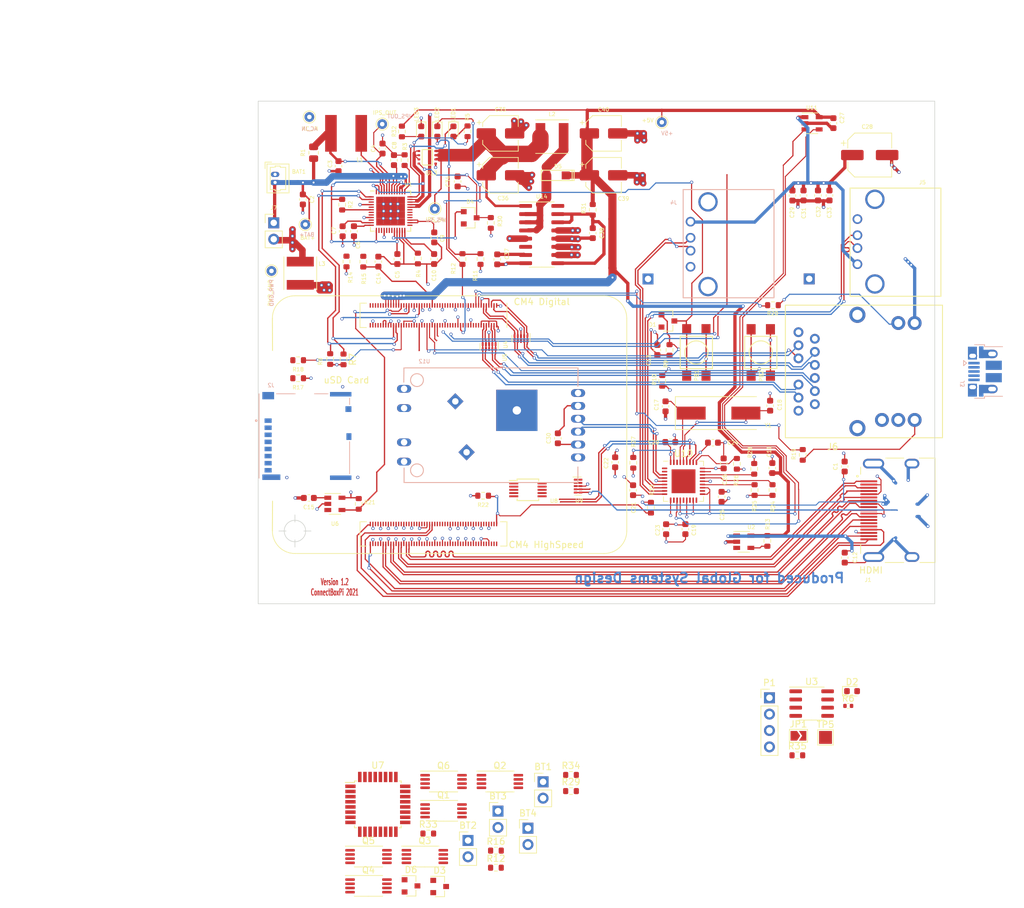
<source format=kicad_pcb>
(kicad_pcb (version 20210228) (generator pcbnew)
  (title_block (title "ConnectBox HAT using RPi CM4") (date "2021-04-18") (rev "1.2") (comment 1 "JRA"))
  (layers (0 "F.Cu" signal) (1 "In1.Cu" signal) (2 "In2.Cu" signal) (31 "B.Cu" signal) (34 "B.Paste" user) (35 "F.Paste" user) (36 "B.SilkS" user "B.Silkscreen") (37 "F.SilkS" user "F.Silkscreen") (38 "B.Mask" user) (39 "F.Mask" user) (44 "Edge.Cuts" user))
  (net 0 "")
  (net 1 "/Charge control/BAT+")
  (net 2 "GND")
  (net 3 "AC_IN")
  (net 4 "Net-(C3-Pad1)")
  (net 5 "/Charge control/IPS_OUT")
  (net 6 "Net-(C6-Pad2)")
  (net 7 "Net-(C9-Pad2)")
  (net 8 "Net-(C8-Pad2)")
  (net 9 "Net-(C10-Pad2)")
  (net 10 "+5v")
  (net 11 "/CM4_HighSpeed/HDMI_5v")
  (net 12 "+3.3v")
  (net 13 "Net-(C17-Pad1)")
  (net 14 "/CM4_GPIO/GPIO_IRQ")
  (net 15 "/CM4_GPIO/SD_PWR")
  (net 16 "Net-(C7-Pad2)")
  (net 17 "Net-(L1-Pad2)")
  (net 18 "Net-(LED1-Pad2)")
  (net 19 "Net-(LED1-Pad1)")
  (net 20 "Net-(LED2-Pad2)")
  (net 21 "Net-(C18-Pad1)")
  (net 22 "Net-(LED3-Pad2)")
  (net 23 "/USB Hub/VBUS")
  (net 24 "Net-(C35-Pad1)")
  (net 25 "Net-(C34-Pad1)")
  (net 26 "Net-(C37-Pad1)")
  (net 27 "/CM4_GPIO/PowerSwitch")
  (net 28 "Net-(BT1-Pad2)")
  (net 29 "/CM4_HighSpeed/HDMI0_D2_P")
  (net 30 "/CM4_HighSpeed/HDMI0_D2_N")
  (net 31 "/CM4_HighSpeed/HDMI0_D1_P")
  (net 32 "/CM4_HighSpeed/HDMI0_D1_N")
  (net 33 "/CM4_HighSpeed/HDMI0_D0_P")
  (net 34 "/CM4_HighSpeed/HDMI0_D0_N")
  (net 35 "/CM4_HighSpeed/HDMI0_CK_P")
  (net 36 "/CM4_HighSpeed/HDMI0_CK_N")
  (net 37 "/CM4_HighSpeed/HDMI0_CEC")
  (net 38 "/CM4_HighSpeed/HDMI0_SCL")
  (net 39 "/CM4_HighSpeed/HDMI0_SDA")
  (net 40 "/CM4_HighSpeed/HDMI0_HOTPLUG")
  (net 41 "/CM4_GPIO/SD_DAT2")
  (net 42 "/CM4_GPIO/SD_DAT3")
  (net 43 "/CM4_GPIO/SD_CMD")
  (net 44 "/CM4_GPIO/SD_CLK")
  (net 45 "/CM4_GPIO/SD_DAT0")
  (net 46 "/CM4_GPIO/SD_DAT1")
  (net 47 "Net-(J2-Pad9)")
  (net 48 "Net-(J2-Pad10)")
  (net 49 "/USB Hub/USBD_P")
  (net 50 "/USB Hub/USBD_N")
  (net 51 "/USB Hub/HD3_N")
  (net 52 "/USB Hub/HD3_P")
  (net 53 "/CM4_GPIO/GPIO6")
  (net 54 "/CM4_HighSpeed/USB2_P")
  (net 55 "/CM4_HighSpeed/USB2_N")
  (net 56 "/CM4_HighSpeed/USBOTG_ID")
  (net 57 "/CM4_GPIO/+1.8v")
  (net 58 "Net-(BT2-Pad2)")
  (net 59 "Net-(BT3-Pad2)")
  (net 60 "/CM4_GPIO/Reserved")
  (net 61 "/CM4_GPIO/SD_PWR_ON")
  (net 62 "/CM4_GPIO/ETH_LEDG")
  (net 63 "/CM4_GPIO/ETH_LEDY")
  (net 64 "/CM4_GPIO/TRD0_P")
  (net 65 "/CM4_GPIO/TRD2_P")
  (net 66 "/CM4_GPIO/TRD0_N")
  (net 67 "/CM4_GPIO/TRD2_N")
  (net 68 "/CM4_GPIO/TRD1_N")
  (net 69 "/CM4_GPIO/TRD3_N")
  (net 70 "/CM4_GPIO/TRD1_P")
  (net 71 "/CM4_GPIO/TRD3_P")
  (net 72 "Net-(D5-Pad2)")
  (net 73 "/CM4_GPIO/GPIO_PB1")
  (net 74 "/CM4_GPIO/GPIO_PB2")
  (net 75 "Net-(R2-Pad1)")
  (net 76 "Net-(R3-Pad1)")
  (net 77 "Net-(R4-Pad2)")
  (net 78 "Net-(BT4-Pad2)")
  (net 79 "Net-(R25-Pad1)")
  (net 80 "/USB Hub/HD4_P")
  (net 81 "/USB Hub/USBH_P")
  (net 82 "/USB Hub/USBH_N")
  (net 83 "Net-(U9-Pad1)")
  (net 84 "Net-(U9-Pad2)")
  (net 85 "/USB Hub/nOCS1")
  (net 86 "/USB Hub/PWR1")
  (net 87 "/USB Hub/HD2_P")
  (net 88 "/USB Hub/HD2_N")
  (net 89 "/USB Hub/HD4_N")
  (net 90 "Net-(R28-Pad1)")
  (net 91 "PWR_GND")
  (net 92 "Net-(C38-Pad1)")
  (net 93 "Net-(R24-Pad1)")
  (net 94 "Net-(R26-Pad1)")
  (net 95 "Net-(R27-Pad2)")
  (net 96 "Net-(J6-Pad17)")
  (net 97 "Net-(J6-Pad13)")
  (net 98 "/CM4_GPIO/GPIO11")
  (net 99 "/CM4_GPIO/GPIO10")
  (net 100 "/CM4_GPIO/GPIO27")
  (net 101 "/CM4_GPIO/GPIO17")
  (net 102 "Net-(R13-Pad1)")
  (net 103 "Net-(D2-Pad1)")
  (net 104 "Net-(D3-Pad1)")
  (net 105 "/CM4_GPIO/EXT_ENA")
  (net 106 "Net-(JP1-Pad2)")
  (net 107 "/CM4_GPIO/PI_nLED_Activity")
  (net 108 "/BatteryModule1/SCL")
  (net 109 "/BatteryModule1/{slash}RESET")
  (net 110 "/BatteryModule1/MOSI")
  (net 111 "/BatteryModule1/MISO")
  (net 112 "/BatteryModule1/I2C_SCL")
  (net 113 "/BatteryModule1/I2C_SDA")
  (net 114 "/USB Hub/nEXTRST")
  (net 116 "/BatteryModule1/BT3_ENA")
  (net 119 "/BatteryModule1/BT1_ENA")
  (net 122 "/BatteryModule1/BT2_ENA")
  (net 124 "/BatteryModule1/ADC1")
  (net 125 "/BatteryModule1/BT2_RD")
  (net 126 "/BatteryModule1/BT1_RD")
  (net 128 "/BatteryModule1/BT4_ENA")
  (net 130 "/BatteryModule1/BT4_RD")
  (net 131 "/BatteryModule1/BT3_RD")
  (net 132 "/BatteryModule1/ADC2")
  (net 133 "/BatteryModule1/ADC0")
  (net 151 "/USB Hub/HD1_P")
  (net 152 "/USB Hub/HD1_N")
  (footprint "Resistor_SMD:R_0603_1608Metric" (layer "F.Cu") (at 201.98 133.06 90)
    (fp_text reference "R28")
    (fp_text value "36.0K")
  )
  (footprint "Package_TO_SOT_SMD:SOT-23-5" (layer "F.Cu") (at 210.960005 79.429991)
    (fp_text reference "U11")
    (fp_text value "RT9742ANGJ5F" hide)
  )
  (footprint "Connector_PinHeader_2.54mm:PinHeader_1x01_P2.54mm_Vertical" (layer "F.Cu") (at 185.5 103.59)
    (fp_text reference "REF**" hide)
    (fp_text value "PinHeader_1x01_P2.54mm_Vertical")
  )
  (footprint "Resistor_SMD:R_0805_2012Metric" (layer "F.Cu") (at 133.6 84 90)
    (fp_text reference "R1")
    (fp_text value "0.03 ohm")
  )
  (footprint "Package_SO:SOP-16_3.9x9.9mm_P1.27mm" (layer "F.Cu") (at 169 96.7)
    (fp_text reference "U14")
    (fp_text value "MAX1709ESE")
  )
  (footprint "Resistor_SMD:R_0603_1608Metric" (layer "F.Cu") (at 157.49 80.67 90)
    (fp_text reference "R5")
    (fp_text value "1.8K")
  )
  (footprint "Inductor_SMD:L_Taiyo-Yuden_NR-50xx" (layer "F.Cu") (at 131.53 102.7 -90)
    (fp_text reference "L3")
    (fp_text value "1.5 uH")
  )
  (footprint "Resistor_SMD:R_0603_1608Metric" (layer "F.Cu") (at 131.2 119 180)
    (fp_text reference "R17")
    (fp_text value "nf")
  )
  (footprint "Resistor_SMD:R_0603_1608Metric" (layer "F.Cu") (at 204.82 136.35 -90)
    (fp_text reference "R24")
    (fp_text value "36.0K")
  )
  (footprint "Diode_SMD:D_SOT-23_ANK" (layer "F.Cu") (at 188.59 110.11)
    (fp_text reference "D1")
    (fp_text value "MMBD914")
  )
  (footprint "Resistor_SMD:R_0603_1608Metric" (layer "F.Cu") (at 199.29 132.28 -90)
    (fp_text reference "R26")
    (fp_text value "36.0K")
  )
  (footprint "Resistor_SMD:R_0603_1608Metric" (layer "F.Cu") (at 176.92 92.86 -90)
    (fp_text reference "R31")
    (fp_text value "2.0")
  )
  (footprint "Resistor_SMD:R_0603_1608Metric" (layer "F.Cu") (at 138.03 92.06 90)
    (fp_text reference "R2")
    (fp_text value "10K")
  )
  (footprint "CustomComponents:SW-TL3305" (layer "F.Cu") (at 203 115 90)
    (fp_text reference "PB2")
    (fp_text value "SPST-PUSH")
  )
  (footprint "Capacitor_SMD:C_0603_1608Metric" (layer "F.Cu") (at 188.22 123.36 -90)
    (fp_text reference "C17")
    (fp_text value "27pF")
  )
  (footprint "Capacitor_SMD:C_0603_1608Metric" (layer "F.Cu") (at 196.92 137.4 -90)
    (fp_text reference "C25")
    (fp_text value "0.1uf")
  )
  (footprint "Resistor_SMD:R_0603_1608Metric" (layer "F.Cu") (at 183.21 132.12 90)
    (fp_text reference "R27")
    (fp_text value "12K")
  )
  (footprint "Resistor_SMD:R_0603_1608Metric" (layer "F.Cu") (at 149.78 100.4125 90)
    (fp_text reference "R4")
    (fp_text value "200K")
  )
  (footprint "Package_DFN_QFN:QFN-36-1EP_6x6mm_P0.5mm_EP3.7x3.7mm" (layer "F.Cu") (at 191.01 134.99)
    (fp_text reference "U10")
    (fp_text value "USB2514B-I/M2")
  )
  (footprint "Capacitor_SMD:C_0603_1608Metric" (layer "F.Cu") (at 213.66 90.63 -90)
    (fp_text reference "C33")
    (fp_text value "10uF")
  )
  (footprint "Package_SO:TSSOP-8_4.4x3mm_P0.65mm" (layer "F.Cu") (at 150.8648 193.2354)
    (fp_text reference "Q3")
    (fp_text value "8205A")
  )
  (footprint "Package_SO:MSOP-10_3x3mm_P0.5mm" (layer "F.Cu") (at 166.86 136.32)
    (fp_text reference "U8")
    (fp_text value "FSUSB42MUX")
  )
  (footprint "Resistor_SMD:R_0603_1608Metric" (layer "F.Cu") (at 138.7 100.88 90)
    (fp_text reference "R14")
    (fp_text value "51K")
  )
  (footprint "Resistor_SMD:R_0603_1608Metric" (layer "F.Cu") (at 202.04 136.35 -90)
    (fp_text reference "R25")
    (fp_text value "36.0K")
  )
  (footprint "Package_SO:TSSOP-8_4.4x3mm_P0.65mm" (layer "F.Cu") (at 162.5148 181.5854)
    (fp_text reference "Q2")
    (fp_text value "8205A")
  )
  (footprint "Capacitor_SMD:C_0603_1608Metric" (layer "F.Cu") (at 188.31 142.43 -90)
    (fp_text reference "C23")
    (fp_text value "0.1uf")
  )
  (footprint "Capacitor_SMD:C_0603_1608Metric" (layer "F.Cu") (at 209.63 90.63 -90)
    (fp_text reference "C31")
    (fp_text value "10uF")
  )
  (footprint "Capacitor_SMD:C_0603_1608Metric" (layer "F.Cu") (at 146.6 100.5 -90)
    (fp_text reference "C5")
    (fp_text value "10uF")
  )
  (footprint "Resistor_SMD:R_0603_1608Metric" (layer "F.Cu") (at 147.72 85.15 90)
    (fp_text reference "R3")
    (fp_text value "100")
  )
  (footprint "Capacitor_SMD:C_0603_1608Metric" (layer "F.Cu") (at 197.24 132.22 90)
    (fp_text reference "C26")
    (fp_text value "0.1uf")
  )
  (footprint "Connector_PinHeader_2.54mm:PinHeader_1x04_P2.54mm_Vertical" (layer "F.Cu") (at 204.3462 168.5942)
    (fp_text reference "P1")
    (fp_text value "Conn_01x04")
  )
  (footprint "Resistor_SMD:R_0603_1608Metric" (layer "F.Cu") (at 161.8948 194.9654)
    (fp_text reference "R12")
    (fp_text value "10K")
  )
  (footprint "Resistor_SMD:R_0603_1608Metric" (layer "F.Cu") (at 141.31 100.9 90)
    (fp_text reference "R15")
    (fp_text value "1K")
  )
  (footprint "Inductor_SMD:L_Taiyo-Yuden_MD-5050" (layer "F.Cu") (at 170.6 81.5)
    (fp_text reference "L2")
    (fp_text value "1.0 uH")
  )
  (footprint "Resistor_SMD:R_0603_1608Metric" (layer "F.Cu") (at 147.3 80.7 -90)
    (fp_text reference "R32")
    (fp_text value "1K")
  )
  (footprint "Resistor_SMD:R_0603_1608Metric" (layer "F.Cu") (at 156.7 100.5 -90)
    (fp_text reference "R12")
    (fp_text value "1K")
  )
  (footprint "TestPoint:TestPoint_THTPad_D1.5mm_Drill0.7mm" (layer "F.Cu") (at 127.06 102.35)
    (fp_text reference "TP1" hide)
    (fp_text value "Pwr_Gnd")
  )
  (footprint "TestPoint:TestPoint_THTPad_D1.5mm_Drill0.7mm" (layer "F.Cu") (at 144.25 79.56)
    (fp_text reference "TP4" hide)
    (fp_text value "IPS")
  )
  (footprint "Capacitor_SMD:C_0603_1608Metric" (layer "F.Cu") (at 138.1 96.19 90)
    (fp_text reference "C7")
    (fp_text value "4.7uF")
  )
  (footprint "MountingHole:MountingHole_3.2mm_M3_ISO7380" (layer "F.Cu") (at 128 79)
    (fp_text reference "REF**" hide)
    (fp_text value "MountingHole_3.2mm_M3_ISO7380" hide)
  )
  (footprint "Connector_PinHeader_2.54mm:PinHeader_1x02_P2.54mm_Vertical" (layer "F.Cu") (at 127.41 94.88)
    (fp_text reference "J7")
    (fp_text value "Conn_01x02_Female")
  )
  (footprint "LED_SMD:LED_0603_1608Metric" (layer "F.Cu") (at 152.8 80.7 -90)
    (fp_text reference "LED2")
    (fp_text value "Amber")
  )
  (footprint "Resistor_SMD:R_0603_1608Metric" (layer "F.Cu") (at 185.95 139.09 -90)
    (fp_text reference "R23")
    (fp_text value "2.2K")
  )
  (footprint "Capacitor_SMD:C_0603_1608Metric" (layer "F.Cu") (at 216.03 146.84 -90)
    (fp_text reference "C12")
    (fp_text value "0.1uf" hide)
  )
  (footprint "Resistor_SMD:R_0603_1608Metric" (layer "F.Cu") (at 204.89 107.66)
    (fp_text reference "R20")
    (fp_text value "470")
  )
  (footprint "LED_SMD:LED_0603_1608Metric" (layer "F.Cu") (at 217.1662 167.5642)
    (fp_text reference "D2")
    (fp_text value "LED Green")
  )
  (footprint "CustomComponents:USON-10_2.5x1.0mm_P0.5mm" (layer "F.Cu") (at 160.84 114.1 -90)
    (fp_text reference "U5")
    (fp_text value "TPD4EUSB30")
  )
  (footprint "MountingHole:MountingHole_3.2mm_M3_ISO7380" (layer "F.Cu") (at 227 79)
    (fp_text reference "REF**" hide)
    (fp_text value "MountingHole_3.2mm_M3_ISO7380" hide)
  )
  (footprint "Crystal:Crystal_SMD_HC49-SD" (layer "F.Cu") (at 196.44 124.41)
    (fp_text reference "Y1")
    (fp_text value "24MHz")
  )
  (footprint "Capacitor_SMD:C_0603_1608Metric" (layer "F.Cu") (at 144.29 83.35 90)
    (fp_text reference "C4")
    (fp_text value "10uF")
  )
  (footprint "Capacitor_SMD:C_0603_1608Metric" (layer "F.Cu") (at 137.46 86.08 -90)
    (fp_text reference "C3")
    (fp_text value "10uF")
  )
  (footprint "Capacitor_SMD:CP_Elec_5x3" (layer "F.Cu") (at 178.6 87.5)
    (fp_text reference "C39")
    (fp_text value "150uf")
  )
  (footprint "Jumper:SolderJumper-2_P1.3mm_Open_TrianglePad1.0x1.5mm" (layer "F.Cu") (at 208.8462 174.4942)
    (fp_text reference "JP1")
    (fp_text value "SolderJumper_2_Open")
  )
  (footprint "Resistor_SMD:R_0603_1608Metric" (layer "F.Cu") (at 151.3948 189.6654)
    (fp_text reference "R33")
    (fp_text value "2.2K")
  )
  (footprint "Resistor_SMD:R_0603_1608Metric" (layer "F.Cu") (at 209.51 130.895 -90)
    (fp_text reference "R19")
    (fp_text value "470" hide)
  )
  (footprint "CustomComponents:USON-10_2.5x1.0mm_P0.5mm" (layer "F.Cu") (at 174.64125 135.74)
    (fp_text reference "U9")
    (fp_text value "TPD4EUSB30")
  )
  (footprint "Capacitor_SMD:C_0603_1608Metric" (layer "F.Cu") (at 152.32 97.14 90)
    (fp_text reference "C9")
    (fp_text value "1uF")
  )
  (footprint "Resistor_SMD:R_0603_1608Metric" (layer "F.Cu") (at 159.91 137.23 180)
    (fp_text reference "R22")
    (fp_text value "2.2K")
  )
  (footprint "Diode_SMD:D_SOT-23_ANK" (layer "F.Cu") (at 148.7148 197.7854)
    (fp_text reference "D6")
    (fp_text value "MMBD914")
  )
  (footprint "Capacitor_SMD:C_0603_1608Metric" (layer "F.Cu") (at 180.4 132.04 -90)
    (fp_text reference "C22")
    (fp_text value "0.1uf")
  )
  (footprint "Resistor_SMD:R_0603_1608Metric" (layer "F.Cu") (at 140.6 138.5 90)
    (fp_text reference "R21")
    (fp_text value "12K")
  )
  (footprint "Resistor_SMD:R_0603_1608Metric" (layer "F.Cu") (at 173.5448 180.5654)
    (fp_text reference "R34")
    (fp_text value "10K")
  )
  (footprint "Resistor_SMD:R_0603_1608Metric" (layer "F.Cu") (at 136.17 116.02 -90)
    (fp_text reference "R8")
    (fp_text value "2.2K")
  )
  (footprint "Capacitor_SMD:C_0603_1608Metric" (layer "F.Cu") (at 131.93 91.25 -90)
    (fp_text reference "C2")
    (fp_text value "10uF")
  )
  (footprint "Capacitor_SMD:CP_Elec_5x3" (layer "F.Cu") (at 162.6 81)
    (fp_text reference "C35")
    (fp_text value "150uf")
  )
  (footprint "Resistor_SMD:R_0603_1608Metric" (layer "F.Cu") (at 138.24 116.07 -90)
    (fp_text reference "R7")
    (fp_text value "2.2K")
  )
  (footprint "Resistor_SMD:R_0603_1608Metric" (layer "F.Cu") (at 173.5448 183.0754)
    (fp_text reference "R29")
    (fp_text value "10K")
  )
  (footprint "CustomComponents:UQFN-48-1EP_6x6mm_Pitch0.4mm_75" (layer "F.Cu") (at 145.54375 93.05625)
    (fp_text reference "U1")
    (fp_text value "AXP209")
  )
  (footprint "Capacitor_SMD:C_0603_1608Metric" (layer "F.Cu") (at 152.3 100.5 90)
    (fp_text reference "C10")
    (fp_text value "1uF")
  )
  (footprint "TestPoint:TestPoint_THTPad_D1.5mm_Drill0.7mm" (layer "F.Cu") (at 152.41 92.69)
    (fp_text reference "TP7" hide)
    (fp_text value "IPS_Sw")
  )
  (footprint "Capacitor_SMD:C_0603_1608Metric" (layer "F.Cu") (at 139.86 96.18 90)
    (fp_text reference "C6")
    (fp_text value "4.7uF")
  )
  (footprint "Resistor_SMD:R_0603_1608Metric" (layer "F.Cu") (at 188.84 114.61 -90)
    (fp_text reference "R9")
    (fp_text value "10K")
  )
  (footprint "TestPoint:TestPoint_THTPad_D1.5mm_Drill0.7mm" (layer "F.Cu") (at 132.31 95.14)
    (fp_text reference "TP3" hide)
    (fp_text value "Bat+")
  )
  (footprint "CustomComponents:DML10M8LDS-13" (layer "F.Cu") (at 151.24 84.71 -90)
    (fp_text reference "U13")
    (fp_text value "DML10M8LDS-13" hide)
  )
  (footprint "Package_TO_SOT_SMD:SOT-23-5" (layer "F.Cu") (at 200.36 144.38)
    (fp_text reference "U2")
    (fp_text value "RT9742SNGV" hide)
  )
  (footprint "LED_SMD:LED_0603_1608Metric" (layer "F.Cu") (at 155.3 80.7 -90)
    (fp_text reference "LED1")
    (fp_text value "Red")
  )
  (footprint "Connector_PinHeader_2.54mm:PinHeader_1x02_P2.54mm_Vertical" (layer "F.Cu") (at 157.5648 190.7354)
    (fp_text reference "BT2")
    (fp_text value "Battery_Cell")
  )
  (footprint "Resistor_SMD:R_0603_1608Metric" (layer "F.Cu") (at 208.6762 177.5242)
    (fp_text reference "R35")
    (fp_text value "10K")
  )
  (footprint "Resistor_SMD:R_0603_1608Metric" (layer "F.Cu") (at 131.2 116.2 180)
    (fp_text reference "R18")
    (fp_text value "nf")
  )
  (footprint "Resistor_SMD:R_0603_1608Metric" (layer "F.Cu") (at 161.1 94.89 -90)
    (fp_text reference "R30")
    (fp_text value "220K")
  )
  (footprint "CustomComponents:INDUCTOR_SMD_6x6-1" (layer "F.Cu") (at 138.64 80.99 90)
    (fp_text reference "L1")
    (fp_text value "4.7 uH")
  )
  (footprint "Capacitor_SMD:C_0603_1608Metric" (layer "F.Cu") (at 155.95 88.4625 -90)
    (fp_text reference "C34")
    (fp_text value "22uF")
  )
  (footprint "Capacitor_SMD:C_0603_1608Metric" (layer "F.Cu") (at 191.3 142.42 -90)
    (fp_text reference "C19")
    (fp_text value "10uF")
  )
  (footprint "Resistor_SMD:R_0603_1608Metric" (layer "F.Cu") (at 187.71 119.4 -90)
    (fp_text reference "R10")
    (fp_text value "10K")
  )
  (footprint "LED_SMD:LED_0603_1608Metric" (layer "F.Cu") (at 150.3 80.7 -90)
    (fp_text reference "LED3")
    (fp_text value "Green")
  )
  (footprint "MountingHole:MountingHole_3.2mm_M3_ISO7380" (layer "F.Cu") (at 227 151)
    (fp_text reference "REF**" hide)
    (fp_text value "MountingHole_3.2mm_M3_ISO7380" hide)
  )
  (footprint "TestPoint:TestPoint_THTPad_D1.5mm_Drill0.7mm" (layer "F.Cu") (at 187.64 79.27)
    (fp_text reference "TP8" hide)
    (fp_text value "5V")
  )
  (footprint "MountingHole:MountingHole_3.2mm_M3_ISO7380" (layer "F.Cu") (at 128 151)
    (fp_text reference "REF**" hide)
    (fp_text value "MountingHole_3.2mm_M3_ISO7380" hide)
  )
  (footprint "Capacitor_SMD:C_0603_1608Metric" (layer "F.Cu") (at 132.86 137.58 180)
    (fp_text reference "C15")
    (fp_text value "10uF")
  )
  (footprint "Resistor_SMD:R_0603_1608Metric" (layer "F.Cu") (at 161.8948 192.3154)
    (fp_text reference "R16")
    (fp_text value "2.2K")
  )
  (footprint "Resistor_SMD:R_0603_1608Metric" (layer "F.Cu") (at 159.5 100.5 90)
    (fp_text reference "R11")
    (fp_text value "1K")
  )
  (footprint "Resistor_SMD:R_0603_1608Metric" (layer "F.Cu") (at 204.02 144.25 90)
    (fp_text reference "R13")
    (fp_text value "12K" hide)
  )
  (footprint "Connector_PinHeader_2.54mm:PinHeader_1x02_P2.54mm_Vertical" (layer "F.Cu") (at 166.8648 188.8354)
    (fp_text reference "BT4")
    (fp_text value "Battery_Cell")
  )
  (footprint "Capacitor_SMD:C_0603_1608Metric" (layer "F.Cu") (at 195.575 129)
    (fp_text reference "C24")
    (fp_text value "0.1uf")
  )
  (footprint "Package_SO:TSSOP-8_4.4x3mm_P0.65mm" (layer "F.Cu") (at 142.1148 197.7854)
    (fp_text reference "Q4")
    (fp_text value "8205A")
  )
  (footprint "Capacitor_SMD:C_0603_1608Metric" (layer "F.Cu") (at 204.45 123.26 90)
    (fp_text reference "C18")
    (fp_text value "27pF")
  )
  (footprint "Connector_PinHeader_2.54mm:PinHeader_1x01_P2.54mm_Vertical" (layer "F.Cu") (at 210.52 103.58)
    (fp_text reference "REF**" hide)
    (fp_text value "PinHeader_1x01_P2.54mm_Vertical")
  )
  (footprint "CustomComponents:Molex PicoBlade 53047-0210 - (swapped pins)" (layer "F.Cu") (at 127.62 87.365 -90)
    (fp_text reference "BAT1")
    (fp_text value "Molex PicoBlade 53047-0210")
  )
  (footprint "Capacitor_SMD:C_0603_1608Metric" (layer "F.Cu") (at 204.79 132.94 90)
    (fp_text reference "C11")
    (fp_text value "0.1uf")
  )
  (footprint "Capacitor_SMD:C_0603_1608Metric" (layer "F.Cu") (at 207.91 90.65 -90)
    (fp_text reference "C29")
    (fp_text value "10uF")
  )
  (footprint "CustomComponents:SOD-123FL" (layer "F.Cu") (at 171.23 87.52 180)
    (fp_text reference "D5")
    (fp_text value "NRVTS260ESFT1G")
  )
  (footprint "Capacitor_SMD:C_0603_1608Metric" (layer "F.Cu") (at 143.65 100.9 90)
    (fp_text reference "C14")
    (fp_text value "10uF")
  )
  (footprint "Capacitor_SMD:CP_Elec_5x3" (layer "F.Cu") (at 178.6 81)
    (fp_text reference "C40")
    (fp_text value "150uf")
  )
  (footprint "Diode_SMD:D_SOT-23_ANK" (layer "F.Cu") (at 157.9 94.1)
    (fp_text reference "D4")
    (fp_text value "MMBD914")
  )
  (footprint "Capacitor_SMD:C_0603_1608Metric" (layer "F.Cu") (at 211.88 90.63 -90)
    (fp_text reference "C32")
    (fp_text value "10uF")
  )
  (footprint "CM4IO:EDAC 690-019-298-412" (layer "F.Cu") (at 220.5 139.5 90)
    (fp_text reference "J1")
    (fp_text value "690-019-298-412" hide)
  )
  (footprint "Diode_SMD:D_SOT-23_ANK" (layer "F.Cu") (at 153.1648 197.8854)
    (fp_text reference "D3")
    (fp_text value "MMBD914")
  )
  (footprint "Capacitor_SMD:C_0603_1608Metric" (layer "F.Cu") (at 183.18 136.38 -90)
    (fp_text reference "C21")
    (fp_text value "0.1uf")
  )
  (footprint "Capacitor_SMD:C_0603_1608Metric" (layer "F.Cu") (at 171.51 128.32 90)
    (fp_text reference "C30")
    (fp_text value "22uF")
  )
  (footprint "CustomComponents:MagJack L829-1J1T-JM" (layer "F.Cu") (at 217.994 117.95 -90)
    (fp_text reference "J6")
    (fp_text value "MagJack-L829-1J1T-JM")
  )
  (footprint "Capacitor_SMD:CP_Elec_5x3" (layer "F.Cu") (at 162.6 87.5)
    (fp_text reference "C36")
    (fp_text value "150uf")
  )
  (footprint "Capacitor_SMD:C_0603_1608Metric" (layer "F.Cu") (at 176.92 96.48 -90)
    (fp_text reference "C38")
    (fp_text value "0.1uf")
  )
  (footprint "Capacitor_SMD:C_0603_1608Metric" (layer "F.Cu") (at 214.270006 79.410001 -90)
    (fp_text reference "C27")
    (fp_text value "10uF" hide)
  )
  (footprint "Connector_PinHeader_2.54mm:PinHeader_1x02_P2.54mm_Vertical" (layer "F.Cu") (at 162.2148 186.1854)
    (fp_text reference "BT3")
    (fp_text value "Battery_Cell")
  )
  (footprint "Package_SO:TSSOP-8_4.4x3mm_P0.65mm" (layer "F.Cu") (at 153.7648 181.5854)
    (fp_text reference "Q6")
    (fp_text value "8205A")
  )
  (footprint "Package_QFP:TQFP-32_7x7mm_P0.8mm" (layer "F.Cu") (at 143.5648 185.1354)
    (fp_text reference "U7")
    (fp_text value "ATtiny88-AU")
  )
  (footprint "Resistor_SMD:R_0402_1005Metric" (layer "F.Cu") (at 216.5762 169.8542)
    (fp_text reference "R6")
    (fp_text value "1k")
  )
  (footprint "Connector_PinHeader_2.54mm:PinHeader_1x02_P2.54mm_Vertical" (layer "F.Cu") (at 169.2148 181.6354)
    (fp_text reference "BT1")
    (fp_text value "Battery_Cell")
  )
  (footprint "TestPoint:TestPoint_THTPad_D1.5mm_Drill0.7mm" (layer "F.Cu") (at 132.94 78.45)
    (fp_text reference "TP2" hide)
    (fp_text value "AC_IN")
  )
  (footprint "Capacitor_SMD:C_0603_1608Metric" (layer "F.Cu") (at 186.95 114.62 90)
    (fp_text reference "C13")
    (fp_text value "1uF")
  )
  (footprint "Package_SO:SOIC-8_3.9x4.9mm_P1.27mm" (layer "F.Cu") (at 210.8962 169.4942)
    (fp_text reference "U3")
    (fp_text value "AT24CS01-SSHM")
  )
  (footprint "Package_SO:TSSOP-8_4.4x3mm_P0.65mm" (layer "F.Cu") (at 153.7648 186.1354)
    (fp_text reference "Q1")
    (fp_text value "8205A")
  )
  (footprint "CustomComponents:SW-TL3305" (layer "F.Cu") (at 193 115 90)
    (fp_text reference "PB1")
    (fp_text value "SPST-PUSH")
  )
  (footprint "Capacitor_SMD:C_0603_1608Metric" (layer "F.Cu") (at 162.1 100.55 -90)
    (fp_text reference "C37")
    (fp_text value "0.22uf")
  )
  (footprint "TestPoint:TestPoint_Pad_2.0x2.0mm" (layer "F.Cu") (at 213.0462 174.7442)
    (fp_text reference "TP5")
    (fp_text value "TestPoint")
  )
  (footprint "CustomComponents:USON-10_2.5x1.0mm_P0.5mm" (layer "F.Cu") (at 165.78 112.845 -90)
    (fp_text reference "U4")
    (fp_text value "TPD4EUSB30" hide)
  )
  (footprint "Package_SO:TSSOP-8_4.4x3mm_P0.65mm" (layer "F.Cu") (at 142.1148 193.2354)
    (fp_text reference "Q5")
    (fp_text value "8205A")
  )
  (footprint "Capacitor_SMD:CP_Elec_6.3x4.5" (layer "F.Cu") (at 219.91 84.36)
    (fp_text reference "C28")
    (fp_text value "100uF")
  )
  (footprint "CustomComponents:USB_A" (layer "F.Cu") (at 218.00212 101.30086 90)
    (fp_text reference "J5")
    (fp_text value "USB_A")
  )
  (footprint "CM4IO:Raspberry-Pi-4-Compute-Module" (layer "F.Cu") (at 130.7 109.7 -90)
    (fp_text reference "Module1" hide)
    (fp_text value "ComputeModule4")
  )
  (footprint "" (layer "F.Cu") (at 210.52 103.63)
    (fp_text reference "")
    (fp_text value "")
  )
  (footprint "Capacitor_SMD:C_0603_1608Metric" (layer "F.Cu") (at 188.96 128.91)
    (fp_text reference "C20")
    (fp_text value "10uF")
  )
  (footprint "Capacitor_SMD:C_0603_1608Metric" (layer "F.Cu") (at 216.02 132.7 90)
    (fp_text reference "C1")
    (fp_text value "22uF" hide)
  )
  (footprint "Package_TO_SOT_SMD:SOT-23-5" (layer "F.Cu") (at 136.9 138.5)
    (fp_text reference "U6")
    (fp_text value "RT9742ANGJ5F")
  )
  (footprint "Capacitor_SMD:C_0603_1608Metric" (layer "F.Cu") (at 146.07 85.15 -90)
    (fp_text reference "C8")
    (fp_text value "4.7uF")
  )
  (footprint "CM4IO:USB_Micro-B_EDAC_UCON00686" (layer "B.Cu") (at 238.91 117.9525 -90)
    (fp_text reference "J3")
    (fp_text value "USB_OTG")
  )
  (footprint "CustomComponents:USB_A" (layer "B.Cu") (at 192.1 94.7 -90)
    (fp_text reference "J4")
    (fp_text value "USB_A")
  )
  (footprint "CustomComponents:HC-R8812AU2-th-1" (layer "B.Cu") (at 161.14 126.29 -90)
    (fp_text reference "U12")
    (fp_text value "HC-R8812AF1")
  )
  (footprint "CM4IO:SDCARD_MOLEX_503398-1892" (layer "B.Cu") (at 132.1625 127.96 -90)
    (fp_text reference "J2")
    (fp_text value "Micro_SD_Card_Det")
  )
  (gr_line (start 125 76) (end 230 76) (layer "Edge.Cuts") (width 0.1))
  (gr_line (start 230 76) (end 230 154) (layer "Edge.Cuts") (width 0.1))
  (gr_line (start 125 154) (end 125 76) (layer "Edge.Cuts") (width 0.1))
  (gr_line (start 230 154) (end 125 154) (layer "Edge.Cuts") (width 0.1))
  (gr_text "Version 1.2\nConnectBoxPi 2021" (at 136.870008 151.41001) (layer "F.Cu") (effects (font (size 1 0.5) (thickness 0.125))))
  (gr_text "Produced for Global Systems Design" (at 195 150) (layer "B.Cu") (effects (font (size 1.5 1.5) (thickness 0.3)) (justify mirror)))
  (gr_text "+5V" (at 188.47 80.98) (layer "B.SilkS") (effects (font (size 0.6 0.6) (thickness 0.1)) (justify mirror)))
  (gr_text "IPS_Sw" (at 152.58 94.47) (layer "B.SilkS") (effects (font (size 0.6 0.6) (thickness 0.1)) (justify mirror)))
  (gr_text "PWR_GND" (at 127.08 105.76 90) (layer "B.SilkS") (effects (font (size 0.6 0.6) (thickness 0.1)) (justify mirror)))
  (gr_text "AC_IN" (at 132.96 80.28) (layer "B.SilkS") (effects (font (size 0.6 0.6) (thickness 0.1)) (justify mirror)))
  (gr_text "BAT+" (at 132.55 96.71) (layer "B.SilkS") (effects (font (size 0.6 0.6) (thickness 0.1)) (justify mirror)))
  (gr_text "IPS_OUT" (at 146.86 78.35) (layer "B.SilkS") (effects (font (size 0.6 0.6) (thickness 0.1)) (justify mirror)))
  (gr_text "CM4 Digital" (at 169.02 107.13) (layer "F.SilkS") (effects (font (size 1 1))))
  (gr_text "+5V" (at 185.46 78.97) (layer "F.SilkS") (effects (font (size 0.6 0.6) (thickness 0.1))))
  (gr_text "AC_IN" (at 133.06 80.28) (layer "F.SilkS") (effects (font (size 0.6 0.6) (thickness 0.1))))
  (gr_text "CM4 HighSpeed" (at 169.71 144.84) (layer "F.SilkS") (effects (font (size 1 1))))
  (gr_text "BAT+" (at 132.68 97.21) (layer "F.SilkS") (effects (font (size 0.6 0.6) (thickness 0.1))))
  (gr_text "PWR_GND" (at 126.86 105.74 90) (layer "F.SilkS") (effects (font (size 0.6 0.6) (thickness 0.1))))
  (gr_text "uSD Card" (at 138.7 119.29) (layer "F.SilkS") (effects (font (size 1 1))))
  (gr_text "IPS_OUT" (at 144.61 77.8) (layer "F.SilkS") (effects (font (size 0.6 0.6) (thickness 0.1))))
  (gr_text "IPS_Sw" (at 152.55 94.37) (layer "F.SilkS") (effects (font (size 0.6 0.6) (thickness 0.1))))
  (target plus (at 130.7 142.71) (size 5) (width 0.1) (layer "Edge.Cuts"))
  (segment (start 147.1 89.18) (end 147.419976 89.18) (width 0.2032) (layer "F.Cu") (net 1))
  (segment (start 131.93 90.475) (end 131.93 88.64) (width 0.381) (layer "F.Cu") (net 1))
  (segment (start 147.19 87.7) (end 147.2 87.71) (width 0.2032) (layer "F.Cu") (net 1))
  (segment (start 145.99 87.6089) (end 145.99 88.77658) (width 0.2032) (layer "F.Cu") (net 1))
  (segment (start 132.92 94.53) (end 132.92 91.24) (width 0.254) (layer "F.Cu") (net 1))
  (segment (start 147.9 87.82) (end 147.79 87.71) (width 0.2032) (layer "F.Cu") (net 1))
  (segment (start 147.20001 87.71001) (end 147.790002 87.71001) (width 0.381) (layer "F.Cu") (net 1))
  (segment (start 145.74375 89.02283) (end 145.74375 90.05625) (width 0.2032) (layer "F.Cu") (net 1))
  (segment (start 127.55 94.740005) (end 127.55 89.009996) (width 0.508) (layer "F.Cu") (net 1))
  (segment (start 145.9811 87.6) (end 145.99 87.6089) (width 0.2032) (layer "F.Cu") (net 1))
  (segment (start 147.79 87.71) (end 147.77 87.71) (width 0.2032) (layer "F.Cu") (net 1))
  (segment (start 145.99 88.77658) (end 145.74375 89.02283) (width 0.2032) (layer "F.Cu") (net 1))
  (segment (start 127.55 89.009996) (end 127.410007 88.870003) (width 0.508) (layer "F.Cu") (net 1))
  (segment (start 147.196017 89.45) (end 147.900009 88.746008) (width 0.381) (layer "F.Cu") (net 1))
  (segment (start 132.92 91.24) (end 132.12 90.44) (width 0.254) (layer "F.Cu") (net 1))
  (segment (start 146.94375 89.33625) (end 147.1 89.18) (width 0.2032) (layer "F.Cu") (net 1))
  (segment (start 146.94375 90.05625) (end 146.94375 89.33625) (width 0.2032) (layer "F.Cu") (net 1))
  (segment (start 147.34375 90.05625) (end 147.34375 89.32375) (width 0.2032) (layer "F.Cu") (net 1))
  (segment (start 133.6 88.63) (end 133.595 88.625) (width 0.508) (layer "F.Cu") (net 1))
  (segment (start 147.18 87.71) (end 147.19 87.7) (width 0.2032) (layer "F.Cu") (net 1))
  (segment (start 133.6 84.9125) (end 133.6 88.63) (width 0.508) (layer "F.Cu") (net 1))
  (segment (start 131.93 88.64) (end 131.945 88.625) (width 0.381) (layer "F.Cu") (net 1))
  (segment (start 132.31 95.14) (end 132.92 94.53) (width 0.254) (layer "F.Cu") (net 1))
  (segment (start 147.08 89.45) (end 147.196017 89.45) (width 0.381) (layer "F.Cu") (net 1))
  (segment (start 147.900009 88.746008) (end 147.900009 87.819992) (width 0.381) (layer "F.Cu") (net 1))
  (via (at 145.9811 87.6) (size 0.5) (drill 0.3) (layers "F.Cu" "B.Cu") (net 1))
  (via (at 147.79 87.71) (size 0.5) (drill 0.3) (layers "F.Cu" "B.Cu") (net 1))
  (via (at 131.945 88.625) (size 0.5) (drill 0.3) (layers "F.Cu" "B.Cu") (net 1))
  (via (at 147.19 87.7) (size 0.5) (drill 0.3) (layers "F.Cu" "B.Cu") (net 1))
  (via (at 133.595 88.625) (size 0.5) (drill 0.3) (layers "F.Cu" "B.Cu") (net 1))
  (segment (start 131.945 88.625) (end 131.145 88.625) (width 0.762) (layer "B.Cu") (net 1))
  (segment (start 135.583663 88.624994) (end 133.595008 88.624994) (width 1.016) (layer "B.Cu") (net 1))
  (segment (start 131.145 88.625) (end 127.705 88.625) (width 0.762) (layer "B.Cu") (net 1))
  (segment (start 136.558657 87.65) (end 135.583663 88.624994) (width 1.016) (layer "B.Cu") (net 1))
  (segment (start 133.595 88.625) (end 131.945 88.625) (width 0.762) (layer "B.Cu") (net 1))
  (segment (start 147.73 87.65) (end 136.558657 87.65) (width 1.016) (layer "B.Cu") (net 1))
  (segment (start 131.145 88.625) (end 130.925 88.625) (width 0.2032) (layer "B.Cu") (net 1))
  (segment (start 204.45 122.485) (end 204.45 121.35) (width 0.16) (layer "F.Cu") (net 2))
  (segment (start 208.765 91.425) (end 209.645 91.425) (width 0.508) (layer "F.Cu") (net 2))
  (segment (start 152.4 144.7) (end 152.4 143.88) (width 0.16) (layer "F.Cu") (net 2))
  (segment (start 131.86 104.56) (end 134.83 104.56) (width 1.016) (layer "F.Cu") (net 2))
  (segment (start 157.2 143.91) (end 157.21 143.9) (width 0.16) (layer "F.Cu") (net 2))
  (segment (start 200.345 133.105) (end 200.37 133.13) (width 0.16) (layer "F.Cu") (net 2))
  (segment (start 162 110.24686) (end 161.87808 110.12494) (width 0.1778) (layer "F.Cu") (net 2))
  (segment (start 219.77 140) (end 221.77 140) (width 0.16) (layer "F.Cu") (net 2))
  (segment (start 148 107.7) (end 148 108.307502) (width 0.16) (layer "F.Cu") (net 2))
  (segment (start 149.2 107.7) (end 149.2 108.46) (width 0.16) (layer "F.Cu") (net 2))
  (segment (start 158.4 144.7) (end 158.4 143.93) (width 0.16) (layer "F.Cu") (net 2))
  (segment (start 153.6 108.35) (end 153.59 108.36) (width 0.16) (layer "F.Cu") (net 2))
  (segment (start 155.6 107.7) (end 155.6 108.36) (width 0.16) (layer "F.Cu") (net 2))
  (segment (start 204.79 132.165) (end 204.79 131.15) (width 0.16) (layer "F.Cu") (net 2))
  (segment (start 149.1616 110.15) (end 149.2 110.1116) (width 0.16) (layer "F.Cu") (net 2))
  (segment (start 221.66 136.57) (end 221.66 135.53) (width 0.16) (layer "F.Cu") (net 2))
  (segment (start 184.475 137.155) (end 184.65 137.33) (width 0.16) (layer "F.Cu") (net 2))
  (segment (start 159.6 106.79) (end 159.75 106.64) (width 0.1778) (layer "F.Cu") (net 2))
  (segment (start 158.4 141.62) (end 158.4 142.31) (width 0.16) (layer "F.Cu") (net 2))
  (segment (start 147.6 110.15) (end 147.59 110.14) (width 0.16) (layer "F.Cu") (net 2))
  (segment (start 146.6 101.275) (end 147.595 101.275) (width 0.2032) (layer "F.Cu") (net 2))
  (segment (start 162.62 107.79) (end 162.53 107.7) (width 0.1778) (layer "F.Cu") (net 2))
  (segment (start 152 110.1) (end 152.01 110.09) (width 0.16) (layer "F.Cu") (net 2))
  (segment (start 191.32 143.315) (end 191.32 144.01) (width 0.16) (layer "F.Cu") (net 2))
  (segment (start 148.8 144.7) (end 148.8 143.98) (width 0.16) (layer "F.Cu") (net 2))
  (segment (start 160.84 113.8) (end 160.84 114.485) (width 0.1778) (layer "F.Cu") (net 2))
  (segment (start 201.98 132.235) (end 201.98 131.19) (width 0.16) (layer "F.Cu") (net 2))
  (segment (start 174.99 135.75) (end 175.81 135.75) (width 0.16) (layer "F.Cu") (net 2))
  (segment (start 153.6 144.7) (end 153.6 143.85) (width 0.16) (layer "F.Cu") (net 2))
  (segment (start 201.095 137.175) (end 200.94 137.33) (width 0.16) (layer "F.Cu") (net 2))
  (segment (start 213.26 79.43) (end 214.17 80.34) (width 0.508) (layer "F.Cu") (net 2))
  (segment (start 223.770012 86.370008) (end 223.770012 86.500012) (width 0.508) (layer "F.Cu") (net 2))
  (segment (start 216.03 147.615) (end 219.165 147.615) (width 0.1778) (layer "F.Cu") (net 2))
  (segment (start 136.08 104.61) (end 136.08 105.35) (width 1.016) (layer "F.Cu") (net 2))
  (segment (start 149.2 110.78) (end 149.2 110.1116) (width 0.16) (layer "F.Cu") (net 2))
  (segment (start 144 144.7) (end 144 143.95) (width 0.16) (layer "F.Cu") (net 2))
  (segment (start 135.94 104.47) (end 134.92 104.47) (width 1.016) (layer "F.Cu") (net 2))
  (segment (start 136.08 105.35) (end 134.53 105.35) (width 1.016) (layer "F.Cu") (net 2))
  (segment (start 160.8 144.19) (end 160.52 143.91) (width 0.16) (layer "F.Cu") (net 2))
  (segment (start 183.18 137.155) (end 184.475 137.155) (width 0.16) (layer "F.Cu") (net 2))
  (segment (start 147.6 141.62) (end 147.6 142.25) (width 0.16) (layer "F.Cu") (net 2))
  (segment (start 172.48 126.4) (end 172.48 123.78) (width 0.2032) (layer "F.Cu") (net 2))
  (segment (start 144 141.62) (end 144 142.31998) (width 0.16) (layer "F.Cu") (net 2))
  (segment (start 150.126451 142.210011) (end 150.045227 142.291235) (width 0.16) (layer "F.Cu") (net 2))
  (segment (start 153.45 98.68) (end 153.45 100.41) (width 0.2032) (layer "F.Cu") (net 2))
  (segment (start 183.21 132.945) (end 183.21 134.15) (width 0.16) (layer "F.Cu") (net 2))
  (segment (start 150 142.246008) (end 150.045227 142.291235) (width 0.16) (layer "F.Cu") (net 2))
  (segment (start 160.805174 111.889079) (end 160.805174 113.745174) (width 0.1778) (layer "F.Cu") (net 2))
  (segment (start 204.45 121.35) (end 204.44 121.34) (width 0.16) (layer "F.Cu") (net 2))
  (segment (start 223.770012 86.370008) (end 223.800008 86.370008) (width 0.508) (layer "F.Cu") (net 2))
  (segment (start 189.735 127.975) (end 189.59 127.83) (width 0.16) (layer "F.Cu") (net 2))
  (segment (start 151.092009 142.210011) (end 150.126451 142.210011) (width 0.16) (layer "F.Cu") (net 2))
  (segment (start 157.6 107.7) (end 157.6 108.33) (width 0.16) (layer "F.Cu") (net 2))
  (segment (start 154.8 141.62) (end 154.8 142.36) (width 0.16) (layer "F.Cu") (net 2))
  (segment (start 222.12 139.39) (end 222.12 140.35) (width 0.16) (layer "F.Cu") (net 2))
  (segment (start 208.765 92.405) (end 208.76 92.41) (width 0.508) (layer "F.Cu") (net 2))
  (segment (start 219.77 137) (end 221.23 137) (width 0.16) (layer "F.Cu") (net 2))
  (segment (start 204.5 113.08) (end 204.5 118.88) (width 0.2032) (layer "F.Cu") (net 2))
  (segment (start 199.29 133.105) (end 200.345 133.105) (width 0.16) (layer "F.Cu") (net 2))
  (segment (start 223.800008 86.370008) (end 224.45 87.02) (width 0.508) (layer "F.Cu") (net 2))
  (segment (start 162 110.78) (end 162.25162 111.03162) (width 0.1778) (layer "F.Cu") (net 2))
  (segment (start 191.32 144.01) (end 190.92 144.41) (width 0.16) (layer "F.Cu") (net 2))
  (segment (start 144 142.31998) (end 143.99 142.32998) (width 0.16) (layer "F.Cu") (net 2))
  (segment (start 212.73 91.47) (end 213.86 91.47) (width 0.508) (layer "F.Cu") (net 2))
  (segment (start 153.6 107.7) (end 153.6 108.35) (width 0.16) (layer "F.Cu") (net 2))
  (segment (start 172.48 123.78) (end 172.99 123.27) (width 0.2032) (layer "F.Cu") (net 2))
  (segment (start 162.53 107.7) (end 162 107.7) (width 0.1778) (layer "F.Cu") (net 2))
  (segment (start 204.82 137.175) (end 202.125 137.175) (width 0.16) (layer "F.Cu") (net 2))
  (segment (start 221.66 135.53) (end 220.53 135.53) (width 0.16) (layer "F.Cu") (net 2))
  (segment (start 151.2 142.10202) (end 151.092009 142.210011) (width 0.16) (layer "F.Cu") (net 2))
  (segment (start 212.73 92.44) (end 212.75 92.46) (width 0.508) (layer "F.Cu") (net 2))
  (segment (start 156 143.88) (end 156.01 143.87) (width 0.16) (layer "F.Cu") (net 2))
  (segment (start 160.52 143.91) (end 159.61 143.91) (width 0.16) (layer "F.Cu") (net 2))
  (segment (start 153.45 100.41) (end 152.49 101.37) (width 0.2032) (layer "F.Cu") (net 2))
  (segment (start 142.8 141.62) (end 142.8 142.29) (width 0.16) (layer "F.Cu") (net 2))
  (segment (start 132.085 137.58) (end 130.75 137.58) (width 0.508) (layer "F.Cu") (net 2))
  (segment (start 216.02 130.8) (end 215.86 130.64) (width 0.1778) (layer "F.Cu") (net 2))
  (segment (start 221.77 140) (end 222.12 140.35) (width 0.16) (layer "F.Cu") (net 2))
  (segment (start 223.309999 85.910001) (end 223.770012 86.370008) (width 0.508) (layer "F.Cu") (net 2))
  (segment (start 202.115 137.175) (end 201.095 137.175) (width 0.16) (layer "F.Cu") (net 2))
  (segment (start 160.8 107.7) (end 160.8 106.72) (width 0.1778) (layer "F.Cu") (net 2))
  (segment (start 219.77 138.5) (end 221.23 138.5) (width 0.16) (layer "F.Cu") (net 2))
  (segment (start 147.6 143.97) (end 147.61 143.96) (width 0.16) (layer "F.Cu") (net 2))
  (segment (start 160.72 106.64) (end 159.75 106.64) (width 0.1778) (layer "F.Cu") (net 2))
  (segment (start 186.97 112.256371) (end 186.97 113.725) (width 0.2032) (layer "F.Cu") (net 2))
  (segment (start 197.24 131.445) (end 197.24 129.19) (width 0.16) (layer "F.Cu") (net 2))
  (segment (start 157.6 108.33) (end 157.61 108.34) (width 0.16) (layer "F.Cu") (net 2))
  (segment (start 158 110.78) (end 158 109.96) (width 0.16) (layer "F.Cu") (net 2))
  (segment (start 172.99 123.27) (end 174.67 123.27) (width 0.2032) (layer "F.Cu") (net 2))
  (segment (start 146.4 144.7) (end 146.4 143.99) (width 0.16) (layer "F.Cu") (net 2))
  (segment (start 159.70494 110.12494) (end 159.62 110.20988) (width 0.1778) (layer "F.Cu") (net 2))
  (segment (start 154.8 144.7) (end 154.8 143.88) (width 0.16) (layer "F.Cu") (net 2))
  (segment (start 221.66 135.53) (end 221.66 134.78) (width 0.16) (layer "F.Cu") (net 2))
  (segment (start 156 144.7) (end 156 143.88) (width 0.16) (layer "F.Cu") (net 2))
  (segment (start 138.11 120.33) (end 138.1 120.32) (width 0.2032) (layer "F.Cu") (net 2))
  (segment (start 152.4 143.88) (end 152.42 143.86) (width 0.16) (layer "F.Cu") (net 2))
  (segment (start 151.15 101.27) (end 151.15 104.18) (width 0.2032) (layer "F.Cu") (net 2))
  (segment (start 135.94 104.47) (end 136.08 104.61) (width 1.016) (layer "F.Cu") (net 2))
  (segment (start 159.62 110.20988) (end 159.62 110.69) (width 0.1778) (layer "F.Cu") (net 2))
  (segment (start 151.15 101.27) (end 152.27 101.27) (width 0.2032) (layer "F.Cu") (net 2))
  (segment (start 155.6 108.36) (end 155.61 108.37) (width 0.16) (layer "F.Cu") (net 2))
  (segment (start 188.22 124.135) (end 188.22 125.33) (width 0.508) (layer "F.Cu") (net 2))
  (segment (start 152 110.78) (end 152 110.1) (width 0.16) (layer "F.Cu") (net 2))
  (segment (start 150.4 110.78) (end 150.4 110.1) (width 0.16) (layer "F.Cu") (net 2))
  (segment (start 156 141.62) (end 156 142.29) (width 0.16) (layer "F.Cu") (net 2))
  (segment (start 144.495 100.125) (end 145.65 101.28) (width 0.2032) (layer "F.Cu") (net 2))
  (segment (start 194.52 115.99) (end 194.52 111.27) (width 0.2032) (layer "F.Cu") (net 2))
  (segment (start 165.78 112.46) (end 165.78 111.41) (width 0.1778) (layer "F.Cu") (net 2))
  (segment (start 180.4 134.26) (end 180.39 134.26) (width 0.2032) (layer "F.Cu") (net 2))
  (segment (start 196.35 129) (end 197.43 129) (width 0.16) (layer "F.Cu") (net 2))
  (segment (start 165.78 112.46) (end 165.78 113.04) (width 0.1778) (layer "F.Cu") (net 2))
  (segment (start 160.8 106.72) (end 160.72 106.64) (width 0.1778) (layer "F.Cu") (net 2))
  (segment (start 194.5 116.01) (end 194.52 115.99) (width 0.2032) (layer "F.Cu") (net 2))
  (segment (start 160.75494 110.12494) (end 159.70494 110.12494) (width 0.1778) (layer "F.Cu") (net 2))
  (segment (start 221.23 137) (end 221.66 136.57) (width 0.16) (layer "F.Cu") (net 2))
  (segment (start 194.5 118.6) (end 194.5 116.01) (width 0.2032) (layer "F.Cu") (net 2))
  (segment (start 157.2 144.7) (end 157.2 143.91) (width 0.16) (layer "F.Cu") (net 2))
  (segment (start 146.94375 96.05625) (end 146.94375 97.429065) (width 0.2032) (layer "F.Cu") (net 2))
  (segment (start 159.6 144.7) (end 159.6 143.92) (width 0.16) (layer "F.Cu") (net 2))
  (segment (start 142.8 144.7) (end 142.8 144.042223) (width 0.16) (layer "F.Cu") (net 2))
  (segment (start 135.8 138.5) (end 134.93 138.5) (width 0.2032) (layer "F.Cu") (net 2))
  (segment (start 161.87808 110.12494) (end 160.75494 110.12494) (width 0.1778) (layer "F.Cu") (net 2))
  (segment (start 159.085 137.23) (end 157.96 137.23) (width 0.2032) (layer "F.Cu") (net 2))
  (segment (start 146.94375 97.429065) (end 147.595 98.080315) (width 0.2032) (layer "F.Cu") (net 2))
  (segment (start 143.65 100.125) (end 144.495 100.125) (width 0.2032) (layer "F.Cu") (net 2))
  (segment (start 160.8 141.62) (end 160.8 142.29) (width 0.16) (layer "F.Cu") (net 2))
  (segment (start 223.309999 85.910001) (end 223.309999 84.360001) (width 0.508) (layer "F.Cu") (net 2))
  (segment (start 151.15 104.18) (end 151.37 104.4) (width 0.2032) (layer "F.Cu") (net 2))
  (segment (start 148 108.307502) (end 147.8584 108.449102) (width 0.16) (layer "F.Cu") (net 2))
  (segment (start 186.545646 111.832017) (end 186.97 112.256371) (width 0.2032) (layer "F.Cu") (net 2))
  (segment (start 147.595 101.275) (end 149.785 101.275) (width 0.2032) (layer "F.Cu") (net 2))
  (segment (start 174.25625 135.74) (end 174.98 135.74) (width 0.16) (layer "F.Cu") (net 2))
  (segment (start 142.8 142.29) (end 142.81 142.3) (width 0.16) (layer "F.Cu") (net 2))
  (segment (start 134.92 104.47) (end 134.83 104.56) (width 1.016) (layer "F.Cu") (net 2))
  (segment (start 160.8 110.78) (end 160.8 110.17) (width 0.1778) (layer "F.Cu") (net 2))
  (segment (start 217.99 143) (end 217.78 142.79) (width 0.16) (layer "F.Cu") (net 2))
  (segment (start 145.2 143.94) (end 145.22 143.92) (width 0.16) (layer "F.Cu") (net 2))
  (segment (start 150.4 107.7) (end 150.4 108.319648) (width 0.16) (layer "F.Cu") (net 2))
  (segment (start 146.4 143.99) (end 146.38 143.97) (width 0.16) (layer "F.Cu") (net 2))
  (segment (start 148.8 142.249733) (end 148.804863 142.254596) (width 0.16) (layer "F.Cu") (net 2))
  (segment (start 197.67 144.38) (end 197.53 144.52) (width 0.508) (layer "F.Cu") (net 2))
  (segment (start 149.2 108.46) (end 149.21 108.47) (width 0.16) (layer "F.Cu") (net 2))
  (segment (start 197.24 129.19) (end 197.48 128.95) (width 0.16) (layer "F.Cu") (net 2))
  (segment (start 157.2 141.62) (end 157.2 142.26) (width 0.16) (layer "F.Cu") (net 2))
  (segment (start 158.4 142.31) (end 158.39 142.31) (width 0.16) (layer "F.Cu") (net 2))
  (segment (start 155.99 109.51) (end 156 109.52) (width 0.16) (layer "F.Cu") (net 2))
  (segment (start 188.31 143.205) (end 188.31 144.39) (width 0.16) (layer "F.Cu") (net 2))
  (segment (start 142.8 110.78) (end 142.8 110.13) (width 0.16) (layer "F.Cu") (net 2))
  (segment (start 189.735 128.91) (end 189.735 127.975) (width 0.16) (layer "F.Cu") (net 2))
  (segment (start 156 142.29) (end 156.01 142.3) (width 0.16) (layer "F.Cu") (net 2))
  (segment (start 221.66 134.78) (end 221.09 134.21) (width 0.16) (layer "F.Cu") (net 2))
  (segment (start 216.02 131.925) (end 216.02 130.8) (width 0.1778) (layer "F.Cu") (net 2))
  (segment (start 150 141.62) (end 150 142.246008) (width 0.16) (layer "F.Cu") (net 2))
  (segment (start 199.26 144.38) (end 197.67 144.38) (width 0.508) (layer "F.Cu") (net 2))
  (segment (start 134.93 138.5) (end 134.13 139.3) (width 0.2032) (layer "F.Cu") (net 2))
  (segment (start 180.39 134.26) (end 180.38 134.25) (width 0.2032) (layer "F.Cu") (net 2))
  (segment (start 219.165 147.615) (end 219.82 146.96) (width 0.1778) (layer "F.Cu") (net 2))
  (segment (start 159.6 107.7) (end 159.6 106.79) (width 0.1778) (layer "F.Cu") (net 2))
  (segment (start 204.79 131.15) (end 204.77 131.13) (width 0.16) (layer "F.Cu") (net 2))
  (segment (start 154 110.78) (end 154 110.09) (width 0.16) (layer "F.Cu") (net 2))
  (segment (start 140.44 134.4) (end 140.45 134.39) (width 0.2032) (layer "F.Cu") (net 2))
  (segment (start 150.4 108.319648) (end 150.5216 108.441248) (width 0.16) (layer "F.Cu") (net 2))
  (segment (start 142.8 144.042223) (end 142.793759 144.035982) (width 0.16) (layer "F.Cu") (net 2))
  (segment (start 129.37 134.48) (end 129.44 134.41) (width 0.2032) (layer "F.Cu") (net 2))
  (segment (start 208.765 91.425) (end 208.765 92.405) (width 0.508) (layer "F.Cu") (net 2))
  (segment (start 175.81 135.75) (end 176.12 135.44) (width 0.16) (layer "F.Cu") (net 2))
  (segment (start 150 144.7) (end 150 143.91) (width 0.16) (layer "F.Cu") (net 2))
  (segment (start 145.2 141.62) (end 145.2 142.31) (width 0.16) (layer "F.Cu") (net 2))
  (segment (start 219.77 143) (end 217.99 143) (width 0.16) (layer "F.Cu") (net 2))
  (segment (start 151.2 141.62) (end 151.2 142.10202) (width 0.16) (layer "F.Cu") (net 2))
  (segment (start 147.595 98.080315) (end 147.595 101.275) (width 0.2032) (layer "F.Cu") (net 2))
  (segment (start 212.73 91.47) (end 212.73 92.44) (width 0.508) (layer "F.Cu") (net 2))
  (segment (start 209.86 79.43) (end 213.26 79.43) (width 0.508) (layer "F.Cu") (net 2))
  (segment (start 147.6 110.15) (end 149.1616 110.15) (width 0.16) (layer "F.Cu") (net 2))
  (segment (start 197.465 138.175) (end 198.01 137.63) (width 0.2032) (layer "F.Cu") (net 2))
  (segment (start 145.65 101.28) (end 146.66 101.28) (width 0.2032) (layer "F.Cu") (net 2))
  (segment (start 149.79 101.27) (end 151.15 101.27) (width 0.2032) (layer "F.Cu") (net 2))
  (segment (start 145.2 144.7) (end 145.2 143.94) (width 0.16) (layer "F.Cu") (net 2))
  (segment (start 162 110.78) (end 162 110.24686) (width 0.1778) (layer "F.Cu") (net 2))
  (segment (start 152.685 97.915) (end 153.45 98.68) (width 0.2032) (layer "F.Cu") (net 2))
  (segment (start 221.23 138.5) (end 222.12 139.39) (width 0.16) (layer "F.Cu") (net 2))
  (segment (start 190.92 144.41) (end 188.33 144.41) (width 0.16) (layer "F.Cu") (net 2))
  (segment (start 156 109.52) (end 156 110.78) (width 0.16) (layer "F.Cu") (net 2))
  (segment (start 160.8 144.7) (end 160.8 144.19) (width 0.16) (layer "F.Cu") (net 2))
  (segment (start 146.4 141.62) (end 146.4 142.249466) (width 0.16) (layer "F.Cu") (net 2))
  (segment (start 209.69 91.47) (end 212.73 91.47) (width 0.508) (layer "F.Cu") (net 2))
  (segment (start 207.91 91.425) (end 208.765 91.425) (width 0.508) (layer "F.Cu") (net 2))
  (segment (start 159.6 143.92) (end 159.61 143.91) (width 0.16) (layer "F.Cu") (net 2))
  (segment (start 165.78 113.04) (end 165.83 113.09) (width 0.1778) (layer "F.Cu") (net 2))
  (segment (start 151.6 107.7) (end 151.6 108.34) (width 0.16) (layer "F.Cu") (net 2))
  (segment (start 148.8 143.98) (end 148.81 143.97) (width 0.16) (layer "F.Cu") (net 2))
  (segment (start 171.51 127.37) (end 172.48 126.4) (width 0.2032) (layer "F.Cu") (net 2))
  (segment (start 158.39 142.31) (end 158.38 142.3) (width 0.16) (layer "F.Cu") (net 2))
  (segment (start 165.78 111.41) (end 165.7 111.33) (width 0.1778) (layer "F.Cu") (net 2))
  (segment (start 204.5 111.4) (end 204.5 113.08) (width 0.2032) (layer "F.Cu") (net 2))
  (segment (start 196.92 138.175) (end 197.465 138.175) (width 0.2032) (layer "F.Cu") (net 2))
  (segment (start 147.6 144.7) (end 147.6 143.97) (width 0.16) (layer "F.Cu") (net 2))
  (segment (start 159.6 141.62) (end 159.6 142.3) (width 0.16) (layer "F.Cu") (net 2))
  (segment (start 180.4 132.815) (end 180.4 134.26) (width 0.2032) (layer "F.Cu") (net 2))
  (segment (start 148.8 141.62) (end 148.8 142.249733) (width 0.16) (layer "F.Cu") (net 2))
  (segment (start 188.31 144.39) (end 188.33 144.41) (width 0.16) (layer "F.Cu") (net 2))
  (segment (start 151.2 144.7) (end 151.2 143.94) (width 0.16) (layer "F.Cu") (net 2))
  (segment (start 160.8 110.17) (end 160.75494 110.12494) (width 0.1778) (layer "F.Cu") (net 2))
  (segment (start 147.6 110.78) (end 147.6 110.15) (width 0.16) (layer "F.Cu") (net 2))
  (segment (start 162.25162 111.03162) (end 162.25162 111.63) (width 0.1778) (layer "F.Cu") (net 2))
  (via (at 200.94 137.33) (size 0.5) (drill 0.3) (layers "F.Cu" "B.Cu") (net 2))
  (via (at 157.2 142.26) (size 0.5) (drill 0.3) (layers "F.Cu" "B.Cu") (net 2))
  (via (at 153.6 143.85) (size 0.5) (drill 0.3) (layers "F.Cu" "B.Cu") (net 2))
  (via (at 198.01 137.63) (size 0.5) (drill 0.3) (layers "F.Cu" "B.Cu") (net 2))
  (via (at 157.96 137.23) (size 0.5) (drill 0.3) (layers "F.Cu" "B.Cu") (net 2))
  (via (at 149.21 108.47) (size 0.5) (drill 0.3) (layers "F.Cu" "B.Cu") (net 2))
  (via (at 223.7 144.01) (size 0.5) (drill 0.3) (layers "F.Cu" "B.Cu") (net 2))
  (via (at 183.21 134.15) (size 0.5) (drill 0.3) (layers "F.Cu" "B.Cu") (net 2))
  (via (at 136.08 105.35) (size 0.5) (drill 0.3) (layers "F.Cu" "B.Cu") (net 2))
  (via (at 146.38 143.97) (size 0.5) (drill 0.3) (layers "F.Cu" "B.Cu") (net 2))
  (via (at 188.22 125.33) (size 0.5) (drill 0.3) (layers "F.Cu" "B.Cu") (net 2))
  (via (at 142.8 110.13) (size 0.5) (drill 0.3) (layers "F.Cu" "B.Cu") (net 2))
  (via (at 176.12 135.44) (size 0.5) (drill 0.3) (layers "F.Cu" "B.Cu") (net 2))
  (via (at 144 143.95) (size 0.5) (drill 0.3) (layers "F.Cu" "B.Cu") (net 2))
  (via (at 148.81 143.97) (size 0.5) (drill 0.3) (layers "F.Cu" "B.Cu") (net 2))
  (via (at 200.37 133.13) (size 0.5) (drill 0.3) (layers "F.Cu" "B.Cu") (net 2))
  (via (at 152.42 143.86) (size 0.5) (drill 0.3) (layers "F.Cu" "B.Cu") (net 2))
  (via (at 151.2 143.94) (size 0.5) (drill 0.3) (layers "F.Cu" "B.Cu") (net 2))
  (via (at 197.48 128.95) (size 0.5) (drill 0.3) (layers "F.Cu" "B.Cu") (net 2))
  (via (at 140.45 134.39) (size 0.5) (drill 0.3) (layers "F.Cu" "B.Cu") (net 2))
  (via (at 129.44 134.41) (size 0.5) (drill 0.3) (layers "F.Cu" "B.Cu") (net 2))
  (via (at 159.61 143.91) (size 0.5) (drill 0.3) (layers "F.Cu" "B.Cu") (net 2))
  (via (at 143.99 142.32998) (size 0.5) (drill 0.3) (layers "F.Cu" "B.Cu") (net 2))
  (via (at 204.44 121.34) (size 0.5) (drill 0.3) (layers "F.Cu" "B.Cu") (net 2))
  (via (at 150.4 110.1) (size 0.5) (drill 0.3) (layers "F.Cu" "B.Cu") (net 2))
  (via (at 142.81 142.3) (size 0.5) (drill 0.3) (layers "F.Cu" "B.Cu") (net 2))
  (via (at 153.59 108.36) (size 0.5) (drill 0.3) (layers "F.Cu" "B.Cu") (net 2))
  (via (at 162.25162 111.63) (size 0.5) (drill 0.3) (layers "F.Cu" "B.Cu") (net 2))
  (via (at 146.4 142.249466) (size 0.5) (drill 0.3) (layers "F.Cu" "B.Cu") (net 2))
  (via (at 151.6 108.34) (size 0.5) (drill 0.3) (layers "F.Cu" "B.Cu") (net 2))
  (via (at 189.59 127.83) (size 0.5) (drill 0.3) (layers "F.Cu" "B.Cu") (net 2))
  (via (at 222.12 140.35) (size 0.5) (drill 0.3) (layers "F.Cu" "B.Cu") (net 2))
  (via (at 147.61 143.96) (size 0.5) (drill 0.3) (layers "F.Cu" "B.Cu") (net 2))
  (via (at 160.805174 111.889079) (size 0.5) (drill 0.3) (layers "F.Cu" "B.Cu") (net 2))
  (via (at 215.86 130.64) (size 0.5) (drill 0.3) (layers "F.Cu" "B.Cu") (net 2))
  (via (at 148.804863 142.254596) (size 0.5) (drill 0.3) (layers "F.Cu" "B.Cu") (net 2))
  (via (at 134.83 104.56) (size 0.5) (drill 0.3) (layers "F.Cu" "B.Cu") (net 2))
  (via (at 147.6 142.25) (size 0.5) (drill 0.3) (layers "F.Cu" "B.Cu") (net 2))
  (via (at 152.01 110.09) (size 0.5) (drill 0.3) (layers "F.Cu" "B.Cu") (net 2))
  (via (at 212.75 92.46) (size 0.5) (drill 0.3) (layers "F.Cu" "B.Cu") (net 2))
  (via (at 225.89 134.81) (size 0.5) (drill 0.3) (layers "F.Cu" "B.Cu") (net 2))
  (via (at 135.94 104.47) (size 0.5) (drill 0.3) (layers "F.Cu" "B.Cu") (net 2))
  (via (at 165.73972 111.369034) (size 0.5) (drill 0.3) (layers "F.Cu" "B.Cu") (net 2))
  (via (at 201.98 131.19) (size 0.5) (drill 0.3) (layers "F.Cu" "B.Cu") (net 2))
  (via (at 224.45 87.02) (size 0.5) (drill 0.3) (layers "F.Cu" "B.Cu") (net 2))
  (via (at 197.53 144.52) (size 0.5) (drill 0.3) (layers "F.Cu" "B.Cu") (net 2))
  (via (at 154.8 143.88) (size 0.5) (drill 0.3) (layers "F.Cu" "B.Cu") (net 2))
  (via (at 156.01 142.3) (size 0.5) (drill 0.3) (layers "F.Cu" "B.Cu") (net 2))
  (via (at 150.5216 108.441248) (size 0.5) (drill 0.3) (layers "F.Cu" "B.Cu") (net 2))
  (via (at 188.33 144.41) (size 0.5) (drill 0.3) (layers "F.Cu" "B.Cu") (net 2))
  (via (at 180.38 134.25) (size 0.5) (drill 0.3) (layers "F.Cu" "B.Cu") (net 2))
  (via (at 208.76 92.41) (size 0.5) (drill 0.3) (layers "F.Cu" "B.Cu") (net 2))
  (via (at 158.38 142.3) (size 0.5) (drill 0.3) (layers "F.Cu" "B.Cu") (net 2))
  (via (at 186.545646 111.832017) (size 0.5) (drill 0.3) (layers "F.Cu" "B.Cu") (net 2))
  (via (at 134.13 139.3) (size 0.5) (drill 0.3) (layers "F.Cu" "B.Cu") (net 2))
  (via (at 157.61 108.34) (size 0.5) (drill 0.3) (layers "F.Cu" "B.Cu") (net 2))
  (via (at 162.62 107.79) (size 0.5) (drill 0.3) (layers "F.Cu" "B.Cu") (net 2))
  (via (at 154 110.09) (size 0.5) (drill 0.3) (layers "F.Cu" "B.Cu") (net 2))
  (via (at 223.309999 85.910001) (size 0.5) (drill 0.3) (layers "F.Cu" "B.Cu") (net 2))
  (via (at 228.92 141.97) (size 0.5) (drill 0.3) (layers "F.Cu" "B.Cu") (net 2))
  (via (at 217.78 142.79) (size 0.5) (drill 0.3) (layers "F.Cu" "B.Cu") (net 2))
  (via (at 155.61 108.37) (size 0.5) (drill 0.3) (layers "F.Cu" "B.Cu") (net 2))
  (via (at 204.5 113.08) (size 0.5) (drill 0.3) (layers "F.Cu" "B.Cu") (net 2))
  (via (at 130.75 137.58) (size 0.5) (drill 0.3) (layers "F.Cu" "B.Cu") (net 2))
  (via (at 160.8 142.29) (size 0.5) (drill 0.3) (layers "F.Cu" "B.Cu") (net 2))
  (via (at 135.22 105.32) (size 0.5) (drill 0.3) (layers "F.Cu" "B.Cu") (net 2))
  (via (at 138.1 120.32) (size 0.5) (drill 0.3) (layers "F.Cu" "B.Cu") (net 2))
  (via (at 149.2 110.1116) (size 0.5) (drill 0.3) (layers "F.Cu" "B.Cu") (net 2))
  (via (at 221.09 134.21) (size 0.5) (drill 0.3) (layers "F.Cu" "B.Cu") (net 2))
  (via (at 223.62 134.93) (size 0.5) (drill 0.3) (layers "F.Cu" "B.Cu") (net 2))
  (via (at 194.52 115.99) (size 0.5) (drill 0.3) (layers "F.Cu" "B.Cu") (net 2))
  (via (at 145.2 142.31) (size 0.5) (drill 0.3) (layers "F.Cu" "B.Cu") (net 2))
  (via (at 184.65 137.33) (size 0.5) (drill 0.3) (layers "F.Cu" "B.Cu") (net 2))
  (via (at 204.77 131.13) (size 0.5) (drill 0.3) (layers "F.Cu" "B.Cu") (net 2))
  (via (at 154.8 142.36) (size 0.5) (drill 0.3) (layers "F.Cu" "B.Cu") (net 2))
  (via (at 142.793759 144.035982) (size 0.5) (drill 0.3) (layers "F.Cu" "B.Cu") (net 2))
  (via (at 147.8584 108.449102) (size 0.5) (drill 0.3) (layers "F.Cu" "B.Cu") (net 2))
  (via (at 156.01 143.87) (size 0.5) (drill 0.3) (layers "F.Cu" "B.Cu") (net 2))
  (via (at 151.37 104.4) (size 0.5) (drill 0.3) (layers "F.Cu" "B.Cu") (net 2))
  (via (at 159.6 142.3) (size 0.5) (drill 0.3) (layers "F.Cu" "B.Cu") (net 2))
  (via (at 223.770012 86.370008) (size 0.5) (drill 0.3) (layers "F.Cu" "B.Cu") (net 2))
  (via (at 228.85 137.13) (size 0.5) (drill 0.3) (layers "F.Cu" "B.Cu") (net 2))
  (via (at 158.4 143.93) (size 0.5) (drill 0.3) (layers "F.Cu" "B.Cu") (net 2))
  (via (at 155.99 109.51) (size 0.5) (drill 0.3) (layers "F.Cu" "B.Cu") (net 2))
  (via (at 150.045227 142.291235) (size 0.5) (drill 0.3) (layers "F.Cu" "B.Cu") (net 2))
  (via (at 159.75 106.64) (size 0.5) (drill 0.3) (layers "F.Cu" "B.Cu") (net 2))
  (via (at 145.22 143.92) (size 0.5) (drill 0.3) (layers "F.Cu" "B.Cu") (net 2))
  (via (at 150 143.91) (size 0.5) (drill 0.3) (layers "F.Cu" "B.Cu") (net 2))
  (via (at 157.21 143.9) (size 0.5) (drill 0.3) (layers "F.Cu" "B.Cu") (net 2))
  (via (at 158 109.96) (size 0.5) (drill 0.3) (layers "F.Cu" "B.Cu") (net 2))
  (segment (start 225.89 134.81) (end 225.89 132.99) (width 0.508) (layer "B.Cu") (net 2))
  (segment (start 165.700686 111.33) (end 165.73972 111.369034) (width 0.1778) (layer "B.Cu") (net 2))
  (segment (start 223.62 134.95) (end 223.94 135.27) (width 0.508) (layer "B.Cu") (net 2))
  (segment (start 223.62 134.78) (end 221.06 132.22) (width 0.508) (layer "B.Cu") (net 2))
  (segment (start 223.62 134.93) (end 223.62 134.78) (width 0.508) (layer "B.Cu") (net 2))
  (segment (start 223.55 144.01) (end 220.75 146.81) (width 0.508) (layer "B.Cu") (net 2))
  (segment (start 227.25 138.5375) (end 227.4425 138.5375) (width 0.508) (layer "B.Cu") (net 2))
  (segment (start 227.25 140.4625) (end 227.5925 140.4625) (width 0.508) (layer "B.Cu") (net 2))
  (segment (start 225.89 132.99) (end 226.63 132.25) (width 0.508) (layer "B.Cu") (net 2))
  (segment (start 223.94 143.77) (end 223.7 144.01) (width 0.508) (layer "B.Cu") (net 2))
  (segment (start 227.4425 138.5375) (end 228.85 137.13) (width 0.508) (layer "B.Cu") (net 2))
  (segment (start 227.4125 140.4625) (end 228.92 141.97) (width 0.508) (layer "B.Cu") (net 2))
  (segment (start 223.62 134.93) (end 223.62 134.95) (width 0.508) (layer "B.Cu") (net 2))
  (segment (start 223.7 144.01) (end 223.55 144.01) (width 0.508) (layer "B.Cu") (net 2))
  (segment (start 165.7 111.33) (end 165.700686 111.33) (width 0.1778) (layer "B.Cu") (net 2))
  (segment (start 223.7 144.01) (end 226.25 146.56) (width 0.508) (layer "B.Cu") (net 2))
  (segment (start 149.616255 92.303745) (end 149.616255 92.343745) (width 0.2032) (layer "F.Cu") (net 3))
  (segment (start 150.09 92.18) (end 151.6 90.67) (width 0.508) (layer "F.Cu") (net 3))
  (segment (start 149.50375 92.45625) (end 149.616255 92.343745) (width 0.2032) (layer "F.Cu") (net 3))
  (segment (start 149.966255 92.303745) (end 149.616255 92.303745) (width 0.508) (layer "F.Cu") (net 3))
  (segment (start 151.6 90.67) (end 151.6 78.24) (width 0.508) (layer "F.Cu") (net 3))
  (segment (start 148.543747 92.056255) (end 149.616255 92.056255) (width 0.2032) (layer "F.Cu") (net 3))
  (segment (start 151.6 78.24) (end 151.63 78.21) (width 0.508) (layer "F.Cu") (net 3))
  (segment (start 150.09 92.18) (end 149.966255 92.303745) (width 0.508) (layer "F.Cu") (net 3))
  (segment (start 215.85 134.71) (end 215.85 133.58) (width 0.1524) (layer "F.Cu") (net 3))
  (segment (start 184.64 138.24) (end 186 138.24) (width 0.1524) (layer "F.Cu") (net 3))
  (segment (start 149.616255 92.056255) (end 149.966255 92.056255) (width 0.2032) (layer "F.Cu") (net 3))
  (segment (start 148.54375 92.45625) (end 149.50375 92.45625) (width 0.2032) (layer "F.Cu") (net 3))
  (segment (start 149.966255 92.056255) (end 150.09 92.18) (width 0.2032) (layer "F.Cu") (net 3))
  (segment (start 149.616255 92.056255) (end 149.616255 92.303745) (width 0.2032) (layer "F.Cu") (net 3))
  (via (at 222.23 137.21) (size 0.5) (drill 0.3) (layers "F.Cu" "B.Cu") (net 3))
  (via (at 151.72 78.08) (size 0.5) (drill 0.3) (layers "F.Cu" "B.Cu") (net 3))
  (via (at 222.465002 137.904998) (size 0.5) (drill 0.3) (layers "F.Cu" "B.Cu") (net 3))
  (via (at 221.98 138.51812) (size 0.5) (drill 0.3) (layers "F.Cu" "B.Cu") (net 3))
  (via (at 215.85 134.71) (size 0.5) (drill 0.3) (layers "F.Cu" "B.Cu") (net 3))
  (via (at 184.64 138.24) (size 0.5) (drill 0.3) (layers "F.Cu" "B.Cu") (net 3))
  (segment (start 222.760007 138.200003) (end 222.760003 138.200003) (width 0.508) (layer "B.Cu") (net 3))
  (segment (start 215.85 138.18) (end 215.83 138.2) (width 0.1524) (layer "B.Cu") (net 3))
  (segment (start 211.57 138.69) (end 185.09 138.69) (width 0.1524) (layer "B.Cu") (net 3))
  (segment (start 222.76 138.2) (end 222.760003 138.200003) (width 0.1524) (layer "B.Cu") (net 3))
  (segment (start 222.760007 138.200003) (end 222.44189 138.51812) (width 0.508) (layer "B.Cu") (net 3))
  (segment (start 215.85 134.71) (end 215.85 138.18) (width 0.1524) (layer "B.Cu") (net 3))
  (segment (start 212.06 138.2) (end 215.83 138.2) (width 0.1524) (layer "B.Cu") (net 3))
  (segment (start 185.09 138.69) (end 184.64 138.24) (width 0.1524) (layer "B.Cu") (net 3))
  (segment (start 222.465002 137.904998) (end 222.23001 137.670007) (width 0.508) (layer "B.Cu") (net 3))
  (segment (start 215.83 138.2) (end 222.76 138.2) (width 0.1524) (layer "B.Cu") (net 3))
  (segment (start 222.44189 138.51812) (end 221.98 138.51812) (width 0.508) (layer "B.Cu") (net 3))
  (segment (start 211.57 138.69) (end 212.06 138.2) (width 0.1524) (layer "B.Cu") (net 3))
  (segment (start 222.760007 138.200003) (end 222.465002 137.904998) (width 0.508) (layer "B.Cu") (net 3))
  (segment (start 222.23 137.67) (end 222.23 137.21) (width 0.508) (layer "B.Cu") (net 3))
  (segment (start 222.760003 138.200003) (end 222.23 137.67) (width 0.508) (layer "B.Cu") (net 3))
  (segment (start 135.6075 81.08) (end 136.25 81.08) (width 1.016) (layer "F.Cu") (net 4))
  (segment (start 137.46 85.305) (end 136.21 84.055) (width 0.381) (layer "F.Cu") (net 4))
  (segment (start 133.6 83.0875) (end 135.6075 81.08) (width 1.016) (layer "F.Cu") (net 4))
  (segment (start 143.95 86.04) (end 145.34375 87.43375) (width 0.2032) (layer "F.Cu") (net 4))
  (segment (start 145.34375 90.05625) (end 145.34375 87.43375) (width 0.2032) (layer "F.Cu") (net 4))
  (segment (start 143.95 86.04) (end 143.95 85.73) (width 0.2032) (layer "F.Cu") (net 4))
  (segment (start 138.5 85.35) (end 137.54 85.35) (width 0.2032) (layer "F.Cu") (net 4))
  (segment (start 136.21 84.055) (end 136.21 82.96) (width 0.381) (layer "F.Cu") (net 4))
  (via (at 143.95 85.73) (size 0.5) (drill 0.3) (layers "F.Cu" "B.Cu") (net 4))
  (via (at 138.5 85.35) (size 0.5) (drill 0.3) (layers "F.Cu" "B.Cu") (net 4))
  (segment (start 143.57 85.35) (end 138.5 85.35) (width 0.2032) (layer "B.Cu") (net 4))
  (segment (start 143.95 85.73) (end 143.57 85.35) (width 0.2032) (layer "B.Cu") (net 4))
  (segment (start 149.2 84.35) (end 149.25 84.4) (width 0.508) (layer "F.Cu") (net 5))
  (segment (start 138.03 91.235) (end 136.415 91.235) (width 0.2032) (layer "F.Cu") (net 5))
  (segment (start 149.2 84.07) (end 149.2 84.35) (width 0.508) (layer "F.Cu") (net 5))
  (segment (start 149.78 91.49) (end 150.01 91.26) (width 0.508) (layer "F.Cu") (net 5))
  (segment (start 136.38 97.79) (end 136.38 91.27) (width 0.2032) (layer "F.Cu") (net 5))
  (segment (start 150.01 91.26) (end 148.54 91.26) (width 0.16) (layer "F.Cu") (net 5))
  (segment (start 143.38 85.16) (end 144.36 84.18) (width 0.2032) (layer "F.Cu") (net 5))
  (segment (start 149.94 83.735) (end 149.535 83.735) (width 0.16) (layer "F.Cu") (net 5))
  (segment (start 136.38 89.27) (end 136.6 89.05) (width 0.2032) (layer "F.Cu") (net 5))
  (segment (start 149.2 82.45) (end 149.2 84.33) (width 0.16) (layer "F.Cu") (net 5))
  (segment (start 148.54375 91.65625) (end 149.61375 91.65625) (width 0.16) (layer "F.Cu") (net 5))
  (segment (start 136.415 91.235) (end 136.38 91.27) (width 0.2032) (layer "F.Cu") (net 5))
  (segment (start 157.49 82.25) (end 157.1 82.64) (width 0.16) (layer "F.Cu") (net 5))
  (segment (start 149.25 84.4) (end 149.94 84.4) (width 0.16) (layer "F.Cu") (net 5))
  (segment (start 157.49 81.495) (end 157.49 82.25) (width 0.16) (layer "F.Cu") (net 5))
  (segment (start 144.83215 88.568) (end 144.95 88.68585) (width 0.2032) (layer "F.Cu") (net 5))
  (segment (start 142.93 80.88) (end 142.93 83.09) (width 0.16) (layer "F.Cu") (net 5))
  (segment (start 149.2 84.33) (end 149.92 85.05) (width 0.16) (layer "F.Cu") (net 5))
  (segment (start 143.31 97.79) (end 143.34 97.76) (width 0.2032) (layer "F.Cu") (net 5))
  (segment (start 143.34 97.76) (end 143.34 96.03) (width 0.2032) (layer "F.Cu") (net 5))
  (segment (start 149.2 84.35) (end 149.2 86.01) (width 0.508) (layer "F.Cu") (net 5))
  (segment (start 149.22 82.43) (end 149.2 82.45) (width 0.16) (layer "F.Cu") (net 5))
  (segment (start 144.83215 88.568) (end 144.83215 87.56848) (width 0.2032) (layer "F.Cu") (net 5))
  (segment (start 150.56 87.37) (end 150.56 88.78) (width 0.508) (layer "F.Cu") (net 5))
  (segment (start 146.54375 89.21425) (end 146.54375 90.05625) (width 0.2032) (layer "F.Cu") (net 5))
  (segment (start 136.38 91.27) (end 136.38 89.27) (width 0.2032) (layer "F.Cu") (net 5))
  (segment (start 149.59 91.49) (end 149.78 91.49) (width 0.508) (layer "F.Cu") (net 5))
  (segment (start 143.38 86.11633) (end 143.38 85.16) (width 0.2032) (layer "F.Cu") (net 5))
  (segment (start 144.95 88.68585) (end 144.95 89.9) (width 0.2032) (layer "F.Cu") (net 5))
  (segment (start 142.93 83.09) (end 144.09 84.25) (width 0.16) (layer "F.Cu") (net 5))
  (segment (start 150.56 90.71) (end 150.01 91.26) (width 0.508) (layer "F.Cu") (net 5))
  (segment (start 144.83215 87.56848) (end 143.38 86.11633) (width 0.2032) (layer "F.Cu") (net 5))
  (segment (start 150.56 88.78) (end 150.56 90.71) (width 0.508) (layer "F.Cu") (net 5))
  (segment (start 149.535 83.735) (end 149.2 84.07) (width 0.16) (layer "F.Cu") (net 5))
  (segment (start 146.54375 96.05625) (end 146.54375 99.75375) (width 0.2032) (layer "F.Cu") (net 5))
  (segment (start 147.19 88.568) (end 146.54375 89.21425) (width 0.2032) (layer "F.Cu") (net 5))
  (segment (start 144.25 79.56) (end 142.93 80.88) (width 0.16) (layer "F.Cu") (net 5))
  (segment (start 149.2 86.01) (end 150.56 87.37) (width 0.508) (layer "F.Cu") (net 5))
  (via (at 143.31 97.79) (size 0.5) (drill 0.3) (layers "F.Cu" "B.Cu") (net 5))
  (via (at 157.1 82.64) (size 0.5) (drill 0.3) (layers "F.Cu" "B.Cu") (net 5))
  (via (at 146.54375 97.78625) (size 0.5) (drill 0.3) (layers "F.Cu" "B.Cu") (net 5))
  (via (at 149.22 82.43) (size 0.5) (drill 0.3) (layers "F.Cu" "B.Cu") (net 5))
  (via (at 136.6 89.05) (size 0.5) (drill 0.3) (layers "F.Cu" "B.Cu") (net 5))
  (via (at 144.83215 88.568) (size 0.5) (drill 0.3) (layers "F.Cu" "B.Cu") (net 5))
  (via (at 150.56 88.78) (size 0.5) (drill 0.3) (layers "F.Cu" "B.Cu") (net 5))
  (via (at 147.19 88.568) (size 0.5) (drill 0.3) (layers "F.Cu" "B.Cu") (net 5))
  (via (at 136.38 97.79) (size 0.5) (drill 0.3) (layers "F.Cu" "B.Cu") (net 5))
  (segment (start 144.83215 88.568) (end 147.19 88.568) (width 0.2032) (layer "B.Cu") (net 5))
  (segment (start 137.082 88.568) (end 144.83215 88.568) (width 0.2032) (layer "B.Cu") (net 5))
  (segment (start 146.54375 97.78625) (end 146.54 97.79) (width 0.2032) (layer "B.Cu") (net 5))
  (segment (start 149.95162 81.69838) (end 149.22 82.43) (width 0.16) (layer "B.Cu") (net 5))
  (segment (start 147.469219 88.847219) (end 150.492781 88.847219) (width 0.2032) (layer "B.Cu") (net 5))
  (segment (start 146.54 97.79) (end 143.31 97.79) (width 0.2032) (layer "B.Cu") (net 5))
  (segment (start 143.31 97.79) (end 136.38 97.79) (width 0.2032) (layer "B.Cu") (net 5))
  (segment (start 136.6 89.05) (end 137.082 88.568) (width 0.2032) (layer "B.Cu") (net 5))
  (segment (start 157.1 82.64) (end 156 82.64) (width 0.16) (layer "B.Cu") (net 5))
  (segment (start 155.05838 81.69838) (end 149.95162 81.69838) (width 0.16) (layer "B.Cu") (net 5))
  (segment (start 147.19 88.568) (end 147.469219 88.847219) (width 0.2032) (layer "B.Cu") (net 5))
  (segment (start 156 82.64) (end 155.05838 81.69838) (width 0.16) (layer "B.Cu") (net 5))
  (segment (start 150.492781 88.847219) (end 150.56 88.78) (width 0.2032) (layer "B.Cu") (net 5))
  (segment (start 141.405 95.405) (end 141.55 95.26) (width 0.2032) (layer "F.Cu") (net 6))
  (segment (start 139.86 95.405) (end 141.405 95.405) (width 0.2032) (layer "F.Cu") (net 6))
  (segment (start 141.55 95.26) (end 142.35 95.26) (width 0.2032) (layer "F.Cu") (net 6))
  (segment (start 149.78 94.52) (end 149.71625 94.45625) (width 0.1778) (layer "F.Cu") (net 7))
  (segment (start 149.78 94.66) (end 149.78 94.52) (width 0.1778) (layer "F.Cu") (net 7))
  (segment (start 148.54375 94.85625) (end 149.73375 94.85625) (width 0.1778) (layer "F.Cu") (net 7))
  (segment (start 151.83 94.66) (end 152.23 95.06) (width 0.1778) (layer "F.Cu") (net 7))
  (segment (start 149.78 94.66) (end 151.83 94.66) (width 0.1778) (layer "F.Cu") (net 7))
  (segment (start 149.73375 94.85625) (end 149.78 94.81) (width 0.1778) (layer "F.Cu") (net 7))
  (segment (start 149.71625 94.45625) (end 148.54375 94.45625) (width 0.1778) (layer "F.Cu") (net 7))
  (segment (start 152.23 95.06) (end 152.23 96.28) (width 0.1778) (layer "F.Cu") (net 7))
  (segment (start 149.78 94.81) (end 149.78 94.66) (width 0.1778) (layer "F.Cu") (net 7))
  (segment (start 146.14375 90.05625) (end 146.14375 89.11854) (width 0.1778) (layer "F.Cu") (net 8))
  (segment (start 146.48 88.78229) (end 146.48 86.37) (width 0.1778) (layer "F.Cu") (net 8))
  (segment (start 146.14375 89.11854) (end 146.48 88.78229) (width 0.1778) (layer "F.Cu") (net 8))
  (segment (start 146.48 86.37) (end 146.15 86.04) (width 0.1778) (layer "F.Cu") (net 8))
  (segment (start 147.76 97.19) (end 147.76 96.04) (width 0.2032) (layer "F.Cu") (net 9))
  (segment (start 152.3 99.725) (end 150.745 98.17) (width 0.2032) (layer "F.Cu") (net 9))
  (segment (start 150.745 98.17) (end 148.74 98.17) (width 0.2032) (layer "F.Cu") (net 9))
  (segment (start 148.74 98.17) (end 147.76 97.19) (width 0.2032) (layer "F.Cu") (net 9))
  (segment (start 147.299991 106.190009) (end 147.3 106.19) (width 1.27) (layer "F.Cu") (net 10))
  (segment (start 149.815 77.36) (end 176.04 77.36) (width 0.2032) (layer "F.Cu") (net 10))
  (segment (start 146 107.7) (end 146 106.85) (width 0.16) (layer "F.Cu") (net 10))
  (segment (start 179.97 90.61) (end 179.97 94.29) (width 1.27) (layer "F.Cu") (net 10))
  (segment (start 147.099991 106.190009) (end 147.299991 106.190009) (width 1.27) (layer "F.Cu") (net 10))
  (segment (start 204.79 133.715) (end 204.305 133.715) (width 0.1778) (layer "F.Cu") (net 10))
  (segment (start 145.2 106.24) (end 145.2 107.7) (width 0.16) (layer "F.Cu") (net 10))
  (segment (start 187.64 77.44) (end 187.629995 77.429995) (width 0.1778) (layer "F.Cu") (net 10))
  (segment (start 146.4 107.7) (end 146.4 106.71) (width 0.16) (layer "F.Cu") (net 10))
  (segment (start 145.92 106.25) (end 145.89 106.25) (width 0.16) (layer "F.Cu") (net 10))
  (segment (start 201.459998 143.42999) (end 203.980009 143.42999) (width 0.508) (layer "F.Cu") (net 10))
  (segment (start 205.223951 130.466489) (end 206.07 131.312538) (width 0.508) (layer "F.Cu") (net 10))
  (segment (start 205.869994 133.709994) (end 207.269994 135.109994) (width 0.508) (layer "F.Cu") (net 10))
  (segment (start 196.58 127.01) (end 200.036489 130.466489) (width 0.508) (layer "F.Cu") (net 10))
  (segment (start 179.99 103.37) (end 179.99 101.91) (width 1.27) (layer "F.Cu") (net 10))
  (segment (start 206.07 131.312538) (end 206.07 133.91) (width 0.508) (layer "F.Cu") (net 10))
  (segment (start 182.36 107.01) (end 182.36 104.28) (width 0.508) (layer "F.Cu") (net 10))
  (segment (start 144.8 106.36) (end 144.63 106.19) (width 0.16) (layer "F.Cu") (net 10))
  (segment (start 200.24 107.8) (end 198.99 109.05) (width 0.508) (layer "F.Cu") (net 10))
  (segment (start 198.99 120.37) (end 196.58 122.78) (width 0.508) (layer "F.Cu") (net 10))
  (segment (start 175.65 81.17) (end 175.65 87.27) (width 1.016) (layer "F.Cu") (net 10))
  (segment (start 207.269994 135.109994) (end 207.269994 142.690006) (width 0.508) (layer "F.Cu") (net 10))
  (segment (start 206.56 143.4) (end 203.82 143.4) (width 0.508) (layer "F.Cu") (net 10))
  (segment (start 211.19 77.43) (end 212.19 78.43) (width 0.508) (layer "F.Cu") (net 10))
  (segment (start 145.6 107.7) (end 145.6 106.54) (width 0.16) (layer "F.Cu") (net 10))
  (segment (start 187.64 79.27) (end 187.64 77.44) (width 0.1778) (layer "F.Cu") (net 10))
  (segment (start 180.26 91.98) (end 179.97 92.27) (width 0.16) (layer "F.Cu") (net 10))
  (segment (start 145.25 106.19) (end 145.2 106.24) (width 0.16) (layer "F.Cu") (net 10))
  (segment (start 182.36 104.28) (end 179.97 101.89) (width 0.508) (layer "F.Cu") (net 10))
  (segment (start 207.269994 142.690006) (end 206.56 143.4) (width 0.508) (layer "F.Cu") (net 10))
  (segment (start 146.565 106.285) (end 146.57 106.28) (width 0.16) (layer "F.Cu") (net 10))
  (segment (start 176.07 81.25) (end 176.07 77.39) (width 0.508) (layer "F.Cu") (net 10))
  (segment (start 146.47 106.19) (end 146.565 106.285) (width 0.16) (layer "F.Cu") (net 10))
  (segment (start 200.036489 130.466489) (end 205.223951 130.466489) (width 0.508) (layer "F.Cu") (net 10))
  (segment (start 179.97 92.27) (end 179.97 94.29) (width 0.16) (layer "F.Cu") (net 10))
  (segment (start 146 106.85) (end 146.565 106.285) (width 0.16) (layer "F.Cu") (net 10))
  (segment (start 176.919992 92.034995) (end 176.919992 88.029999) (width 0.635) (layer "F.Cu") (net 10))
  (segment (start 196.58 122.78) (end 196.58 127.01) (width 0.508) (layer "F.Cu") (net 10))
  (segment (start 204.850009 133.709994) (end 205.869994 133.709994) (width 0.508) (layer "F.Cu") (net 10))
  (segment (start 176.4 81) (end 176.4 87.45) (width 1.016) (layer "F.Cu") (net 10))
  (segment (start 179.99 101.91) (end 179.97 101.89) (width 1.27) (layer "F.Cu") (net 10))
  (segment (start 144.8 107.7) (end 144.8 106.36) (width 0.16) (layer "F.Cu") (net 10))
  (segment (start 212.060003 78.480006) (end 214.289996 78.480006) (width 0.508) (layer "F.Cu") (net 10))
  (segment (start 187.629995 77.429995) (end 211.190002 77.429995) (width 0.508) (layer "F.Cu") (net 10))
  (segment (start 144.629988 106.190009) (end 146.919991 106.190009) (width 1.27) (layer "F.Cu") (net 10))
  (segment (start 198.99 109.05) (end 198.99 120.37) (width 0.508) (layer "F.Cu") (net 10))
  (segment (start 146.8 107.7) (end 146.8 106.31) (width 0.16) (layer "F.Cu") (net 10))
  (segment (start 176.109995 77.429995) (end 187.629995 77.429995) (width 0.508) (layer "F.Cu") (net 10))
  (segment (start 176.87 87.51) (end 179.97 90.61) (width 1.27) (layer "F.Cu") (net 10))
  (segment (start 172.73 87.52) (end 176.48 87.52) (width 1.016) (layer "F.Cu") (net 10))
  (segment (start 147.3 79.875) (end 149.815 77.36) (width 0.2032) (layer "F.Cu") (net 10))
  (segment (start 179.97 101.89) (end 179.97 94.29) (width 1.27) (layer "F.Cu") (net 10))
  (segment (start 145.6 106.54) (end 145.92 106.25) (width 0.16) (layer "F.Cu") (net 10))
  (segment (start 146.919991 106.190009) (end 147.099991 106.190009) (width 1.27) (layer "F.Cu") (net 10))
  (segment (start 146.4 106.71) (end 146.919991 106.190009) (width 0.16) (layer "F.Cu") (net 10))
  (via (at 179.99 103.37) (size 0.5) (drill 0.3) (layers "F.Cu" "B.Cu") (net 10))
  (via (at 144.63 106.19) (size 0.5) (drill 0.3) (layers "F.Cu" "B.Cu") (net 10))
  (via (at 145.25 106.19) (size 0.5) (drill 0.3) (layers "F.Cu" "B.Cu") (net 10))
  (via (at 147.61 106.19) (size 0.5) (drill 0.3) (layers "F.Cu" "B.Cu") (net 10))
  (via (at 182.36 107.01) (size 0.5) (drill 0.3) (layers "F.Cu" "B.Cu") (net 10))
  (via (at 146.565 106.285) (size 0.5) (drill 0.3) (layers "F.Cu" "B.Cu") (net 10))
  (via (at 145.89 106.25) (size 0.5) (drill 0.3) (layers "F.Cu" "B.Cu") (net 10))
  (via (at 147.099991 106.190009) (size 0.5) (drill 0.3) (layers "F.Cu" "B.Cu") (net 10))
  (via (at 200.24 107.8) (size 0.5) (drill 0.3) (layers "F.Cu" "B.Cu") (net 10))
  (segment (start 145.25 106.19) (end 144.63 106.19) (width 1.27) (layer "B.Cu") (net 10))
  (segment (start 179.99 103.37) (end 179.26 104.1) (width 1.27) (layer "B.Cu") (net 10))
  (segment (start 200.24 107.8) (end 200.21 107.83) (width 0.508) (layer "B.Cu") (net 10))
  (segment (start 145.25 106.19) (end 145.66 106.19) (width 1.27) (layer "B.Cu") (net 10))
  (segment (start 152.11 106.19) (end 147.61 106.19) (width 1.27) (layer "B.Cu") (net 10))
  (segment (start 154.2 104.1) (end 152.11 106.19) (width 1.27) (layer "B.Cu") (net 10))
  (segment (start 145.66 106.19) (end 147.61 106.19) (width 1.27) (layer "B.Cu") (net 10))
  (segment (start 179.26 104.1) (end 154.2 104.1) (width 1.27) (layer "B.Cu") (net 10))
  (segment (start 183.18 107.83) (end 182.36 107.01) (width 0.508) (layer "B.Cu") (net 10))
  (segment (start 200.21 107.83) (end 183.18 107.83) (width 0.508) (layer "B.Cu") (net 10))
  (segment (start 216.15 143.5) (end 219.77 143.5) (width 0.16) (layer "F.Cu") (net 11))
  (segment (start 216.14 143.51) (end 216.15 143.5) (width 0.16) (layer "F.Cu") (net 11))
  (segment (start 197.930008 143.499992) (end 199.10999 143.499992) (width 0.508) (layer "F.Cu") (net 11))
  (segment (start 217.14 145.79) (end 216.15 145.79) (width 0.16) (layer "F.Cu") (net 11))
  (via (at 197.93 143.5) (size 0.5) (drill 0.3) (layers "F.Cu" "B.Cu") (net 11))
  (via (at 217.14 145.79) (size 0.5) (drill 0.3) (layers "F.Cu" "B.Cu") (net 11))
  (via (at 216.140005 143.51) (size 0.5) (drill 0.3) (layers "F.Cu" "B.Cu") (net 11))
  (segment (start 216.14 143.51) (end 217.14 144.51) (width 0.508) (layer "B.Cu") (net 11))
  (segment (start 197.94 143.51) (end 197.93 143.5) (width 0.16) (layer "B.Cu") (net 11))
  (segment (start 217.14 144.51) (end 217.14 145.79) (width 0.508) (layer "B.Cu") (net 11))
  (segment (start 197.93999 143.51) (end 216.14 143.51) (width 0.508) (layer "B.Cu") (net 11))
  (segment (start 171.51 129.27) (end 174.6 129.27) (width 0.2032) (layer "F.Cu") (net 12))
  (segment (start 187.71 120.225) (end 188.315 120.225) (width 0.2032) (layer "F.Cu") (net 12))
  (segment (start 146.8 110.78) (end 146.8 110.13) (width 0.16) (layer "F.Cu") (net 12))
  (segment (start 191.5 140.4962) (end 191.51 140.5062) (width 0.16) (layer "F.Cu") (net 12))
  (segment (start 138 137.55) (end 139.39 137.55) (width 0.2032) (layer "F.Cu") (net 12))
  (segment (start 145.2 110.521886) (end 145.595943 110.125943) (width 0.16) (layer "F.Cu") (net 12))
  (segment (start 138.24 116.895) (end 137.195 116.895) (width 0.2032) (layer "F.Cu") (net 12))
  (segment (start 196.92 136.625) (end 197.885 136.625) (width 0.2032) (layer "F.Cu") (net 12))
  (segment (start 189 132.0625) (end 189 129.725) (width 0.16) (layer "F.Cu") (net 12))
  (segment (start 180.4 131.265) (end 180.4 130.48) (width 0.2032) (layer "F.Cu") (net 12))
  (segment (start 139.39 136.7) (end 139.38 136.69) (width 0.2032) (layer "F.Cu") (net 12))
  (segment (start 192.5 131.674748) (end 193.62598 130.548768) (width 0.16) (layer "F.Cu") (net 12))
  (segment (start 186.88 135) (end 186.77 134.89) (width 0.16) (layer "F.Cu") (net 12))
  (segment (start 189.825 141.655) (end 189.84 141.67) (width 0.16) (layer "F.Cu") (net 12))
  (segment (start 133.18 119) (end 133.19 118.99) (width 0.2032) (layer "F.Cu") (net 12))
  (segment (start 138.7 101.705) (end 138.7 102.76) (width 0.2032) (layer "F.Cu") (net 12))
  (segment (start 197.885 136.625) (end 197.99 136.52) (width 0.2032) (layer "F.Cu") (net 12))
  (segment (start 197.24 132.995) (end 194.085 132.995) (width 0.1524) (layer "F.Cu") (net 12))
  (segment (start 186.95 115.395) (end 188.745 115.395) (width 0.2032) (layer "F.Cu") (net 12))
  (segment (start 159.5 101.325) (end 159.5 102.42) (width 0.2032) (layer "F.Cu") (net 12))
  (segment (start 185.98176 114.33176) (end 186.925 115.275) (width 0.2032) (layer "F.Cu") (net 12))
  (segment (start 183.085 135.605) (end 181.79 134.31) (width 0.16) (layer "F.Cu") (net 12))
  (segment (start 188.31 141.655) (end 189.825 141.655) (width 0.16) (layer "F.Cu") (net 12))
  (segment (start 191.32 141.765) (end 189.935 141.765) (width 0.16) (layer "F.Cu") (net 12))
  (segment (start 192.5 132.0625) (end 192.5 131.674748) (width 0.16) (layer "F.Cu") (net 12))
  (segment (start 193.62598 130.548768) (end 193.62598 130.511736) (width 0.16) (layer "F.Cu") (net 12))
  (segment (start 186.88 135) (end 188.0625 135) (width 0.16) (layer "F.Cu") (net 12))
  (segment (start 188.315 120.225) (end 188.92 120.83) (width 0.2032) (layer "F.Cu") (net 12))
  (segment (start 191.5 137.9375) (end 191.5 140.4962) (width 0.16) (layer "F.Cu") (net 12))
  (segment (start 139.39 137.55) (end 139.39 136.7) (width 0.2032) (layer "F.Cu") (net 12))
  (segment (start 146.8 110.13) (end 146.804057 110.125943) (width 0.16) (layer "F.Cu") (net 12))
  (segment (start 132.025 119) (end 133.18 119) (width 0.2032) (layer "F.Cu") (net 12))
  (segment (start 180.4 130.48) (end 180.7 130.18) (width 0.2032) (layer "F.Cu") (net 12))
  (segment (start 137.195 116.895) (end 136.205 116.895) (width 0.2032) (layer "F.Cu") (net 12))
  (segment (start 185.98176 111.49) (end 185.98176 114.33176) (width 0.2032) (layer "F.Cu") (net 12))
  (segment (start 139.39 137.55) (end 140.65 137.55) (width 0.2032) (layer "F.Cu") (net 12))
  (segment (start 189 137.9375) (end 189 140.29) (width 0.16) (layer "F.Cu") (net 12))
  (segment (start 145.6 110.78) (end 145.6 110.13) (width 0.16) (layer "F.Cu") (net 12))
  (segment (start 138.7 102.76) (end 138.68 102.78) (width 0.2032) (layer "F.Cu") (net 12))
  (segment (start 193.9375 135) (end 195.16 135) (width 0.16) (layer "F.Cu") (net 12))
  (segment (start 189.935 141.765) (end 189.84 141.67) (width 0.16) (layer "F.Cu") (net 12))
  (segment (start 194.8 129.337716) (end 193.62598 130.511736) (width 0.16) (layer "F.Cu") (net 12))
  (segment (start 145.6 110.13) (end 145.595943 110.125943) (width 0.16) (layer "F.Cu") (net 12))
  (segment (start 189 129.725) (end 188.185 128.91) (width 0.16) (layer "F.Cu") (net 12))
  (via (at 139.38 136.69) (size 0.5) (drill 0.3) (layers "F.Cu" "B.Cu") (net 12))
  (via (at 186.77 134.89) (size 0.5) (drill 0.3) (layers "F.Cu" "B.Cu") (net 12))
  (via (at 185.98176 111.49) (size 0.5) (drill 0.3) (layers "F.Cu" "B.Cu") (net 12))
  (via (at 197.99 136.52) (size 0.5) (drill 0.3) (layers "F.Cu" "B.Cu") (net 12))
  (via (at 226.345 101.405) (size 0.5) (drill 0.3) (layers "F.Cu" "B.Cu") (net 12))
  (via (at 138.68 102.78) (size 0.5) (drill 0.3) (layers "F.Cu" "B.Cu") (net 12))
  (via (at 195.16 135) (size 0.5) (drill 0.3) (layers "F.Cu" "B.Cu") (net 12))
  (via (at 145.595943 110.125943) (size 0.5) (drill 0.3) (layers "F.Cu" "B.Cu") (net 12))
  (via (at 188.92 120.83) (size 0.5) (drill 0.3) (layers "F.Cu" "B.Cu") (net 12))
  (via (at 189 140.29) (size 0.5) (drill 0.3) (layers "F.Cu" "B.Cu") (net 12))
  (via (at 225.45 100.48) (size 0.5) (drill 0.3) (layers "F.Cu" "B.Cu") (net 12))
  (via (at 137.195 116.895) (size 0.5) (drill 0.3) (layers "F.Cu" "B.Cu") (net 12))
  (via (at 159.5 102.42) (size 0.5) (drill 0.3) (layers "F.Cu" "B.Cu") (net 12))
  (via (at 189 130.8) (size 0.5) (drill 0.3) (layers "F.Cu" "B.Cu") (net 12))
  (via (at 191.510006 140.506196) (size 0.5) (drill 0.3) (layers "F.Cu" "B.Cu") (net 12))
  (via (at 196.025 132.995) (size 0.5) (drill 0.3) (layers "F.Cu" "B.Cu") (net 12))
  (via (at 146.804057 110.125943) (size 0.5) (drill 0.3) (layers "F.Cu" "B.Cu") (net 12))
  (via (at 193.62598 130.511736) (size 0.5) (drill 0.3) (layers "F.Cu" "B.Cu") (net 12))
  (via (at 225.88 100.94) (size 0.5) (drill 0.3) (layers "F.Cu" "B.Cu") (net 12))
  (via (at 189.84 141.67) (size 0.5) (drill 0.3) (layers "F.Cu" "B.Cu") (net 12))
  (via (at 180.7 130.18) (size 0.5) (drill 0.3) (layers "F.Cu" "B.Cu") (net 12))
  (via (at 181.79 134.31) (size 0.5) (drill 0.3) (layers "F.Cu" "B.Cu") (net 12))
  (via (at 133.19 118.99) (size 0.5) (drill 0.3) (layers "F.Cu" "B.Cu") (net 12))
  (segment (start 225.45 100.51) (end 225.45 100.48) (width 0.508) (layer "B.Cu") (net 12))
  (segment (start 226.884 101.944) (end 226.345 101.405) (width 0.508) (layer "B.Cu") (net 12))
  (segment (start 226.884 110.43) (end 226.884 101.944) (width 0.508) (layer "B.Cu") (net 12))
  (segment (start 226.345 101.405) (end 225.88 100.94) (width 0.508) (layer "B.Cu") (net 12))
  (segment (start 225.88 100.94) (end 225.45 100.51) (width 0.508) (layer "B.Cu") (net 12))
  (segment (start 190.5 132.0625) (end 190.5 129.69) (width 0.16) (layer "F.Cu") (net 13))
  (segment (start 189.055 122.585) (end 190.71 124.24) (width 0.16) (layer "F.Cu") (net 13))
  (segment (start 190.5 129.69) (end 190.87 129.32) (width 0.16) (layer "F.Cu") (net 13))
  (segment (start 190.87 129.32) (end 190.87 124.98) (width 0.16) (layer "F.Cu") (net 13))
  (segment (start 188.22 122.585) (end 189.055 122.585) (width 0.16) (layer "F.Cu") (net 13))
  (segment (start 145.78 103.96) (end 149.46 103.96) (width 0.2032) (layer "F.Cu") (net 14))
  (segment (start 149.46 103.96) (end 152.02 106.52) (width 0.2032) (layer "F.Cu") (net 14))
  (segment (start 143.545 101.725) (end 145.78 103.96) (width 0.2032) (layer "F.Cu") (net 14))
  (segment (start 141.31 101.725) (end 143.545 101.725) (width 0.2032) (layer "F.Cu") (net 14))
  (segment (start 152.02 106.52) (end 152.02 107.82) (width 0.2032) (layer "F.Cu") (net 14))
  (segment (start 135.8 137.55) (end 133.71 137.55) (width 0.2032) (layer "F.Cu") (net 15))
  (segment (start 138.1 95.415) (end 138.895 94.62) (width 0.2032) (layer "F.Cu") (net 16))
  (segment (start 138.895 94.62) (end 140.91 94.62) (width 0.2032) (layer "F.Cu") (net 16))
  (segment (start 140.91 94.62) (end 141.15 94.86) (width 0.2032) (layer "F.Cu") (net 16))
  (segment (start 141.15 94.86) (end 142.41 94.86) (width 0.2032) (layer "F.Cu") (net 16))
  (segment (start 144.320539 88.813574) (end 144.54 89.033035) (width 0.2032) (layer "F.Cu") (net 17))
  (segment (start 140.99 84.4) (end 144.320539 87.730539) (width 0.2032) (layer "F.Cu") (net 17))
  (segment (start 140.99 80.99) (end 140.99 84.4) (width 0.2032) (layer "F.Cu") (net 17))
  (segment (start 144.320539 87.730539) (end 144.320539 88.813574) (width 0.2032) (layer "F.Cu") (net 17))
  (segment (start 144.54 89.033035) (end 144.54 89.99) (width 0.2032) (layer "F.Cu") (net 17))
  (segment (start 155.3 81.4875) (end 155.7325 81.4875) (width 0.2032) (layer "F.Cu") (net 18))
  (segment (start 155.7325 81.4875) (end 157.32 79.9) (width 0.2032) (layer "F.Cu") (net 18))
  (segment (start 149.99 87.529196) (end 149.99 90.43) (width 0.2032) (layer "F.Cu") (net 19))
  (segment (start 149.99 90.43) (end 149.56375 90.85625) (width 0.2032) (layer "F.Cu") (net 19))
  (segment (start 154.03 81.12) (end 155.2 79.95) (width 0.2032) (layer "F.Cu") (net 19))
  (segment (start 149.56375 90.85625) (end 148.54375 90.85625) (width 0.2032) (layer "F.Cu") (net 19))
  (segment (start 148.66 83.01) (end 148.66 86.199196) (width 0.2032) (layer "F.Cu") (net 19))
  (segment (start 148.66 86.199196) (end 149.99 87.529196) (width 0.2032) (layer "F.Cu") (net 19))
  (segment (start 154.03 82.9) (end 154.03 81.12) (width 0.2032) (layer "F.Cu") (net 19))
  (via (at 154.03 82.9) (size 0.5) (drill 0.3) (layers "F.Cu" "B.Cu") (net 19))
  (via (at 148.66 83.01) (size 0.5) (drill 0.3) (layers "F.Cu" "B.Cu") (net 19))
  (segment (start 152.6 83.29) (end 153.64 83.29) (width 0.2032) (layer "B.Cu") (net 19))
  (segment (start 152.32 83.01) (end 152.6 83.29) (width 0.2032) (layer "B.Cu") (net 19))
  (segment (start 148.66 83.01) (end 152.32 83.01) (width 0.2032) (layer "B.Cu") (net 19))
  (segment (start 153.64 83.29) (end 154.03 82.9) (width 0.2032) (layer "B.Cu") (net 19))
  (segment (start 154.6 98.79) (end 155.57 99.76) (width 0.2032) (layer "F.Cu") (net 20))
  (segment (start 155.57 99.76) (end 159.51 99.76) (width 0.2032) (layer "F.Cu") (net 20))
  (segment (start 152.8 81.4875) (end 152.8 82.57) (width 0.2032) (layer "F.Cu") (net 20))
  (segment (start 154.6 86.12) (end 154.6 98.79) (width 0.2032) (layer "F.Cu") (net 20))
  (segment (start 154.61 86.11) (end 154.6 86.12) (width 0.2032) (layer "F.Cu") (net 20))
  (via (at 154.61 86.11) (size 0.5) (drill 0.3) (layers "F.Cu" "B.Cu") (net 20))
  (via (at 152.8 82.57) (size 0.5) (drill 0.3) (layers "F.Cu" "B.Cu") (net 20))
  (segment (start 154.6 82.34) (end 154.3 82.04) (width 0.2032) (layer "B.Cu") (net 20))
  (segment (start 154.6 86.1) (end 154.6 82.34) (width 0.2032) (layer "B.Cu") (net 20))
  (segment (start 153.33 82.04) (end 152.8 82.57) (width 0.2032) (layer "B.Cu") (net 20))
  (segment (start 154.61 86.11) (end 154.6 86.1) (width 0.2032) (layer "B.Cu") (net 20))
  (segment (start 154.3 82.04) (end 153.33 82.04) (width 0.2032) (layer "B.Cu") (net 20))
  (segment (start 191 132.0625) (end 191 129.642576) (width 0.16) (layer "F.Cu") (net 21))
  (segment (start 193.13 125.8405) (end 193.13 125.9) (width 0.1778) (layer "F.Cu") (net 21))
  (segment (start 200.69 124.41) (end 200.69 125.8305) (width 0.1778) (layer "F.Cu") (net 21))
  (segment (start 191.21 129.432576) (end 191.21 127.82) (width 0.16) (layer "F.Cu") (net 21))
  (segment (start 193.13 125.9) (end 192.605 126.425) (width 0.1778) (layer "F.Cu") (net 21))
  (segment (start 191 129.642576) (end 191.21 129.432576) (width 0.16) (layer "F.Cu") (net 21))
  (segment (start 191.21 127.82) (end 192.605 126.425) (width 0.16) (layer "F.Cu") (net 21))
  (segment (start 192.605 126.425) (end 192.79 126.24) (width 0.16) (layer "F.Cu") (net 21))
  (segment (start 200.69 125.8305) (end 200.68 125.8405) (width 0.1778) (layer "F.Cu") (net 21))
  (segment (start 204.45 124.035) (end 202.425 124.035) (width 0.16) (layer "F.Cu") (net 21))
  (via (at 193.13 125.8405) (size 0.5) (drill 0.3) (layers "F.Cu" "B.Cu") (net 21))
  (via (at 200.68 125.8405) (size 0.5) (drill 0.3) (layers "F.Cu" "B.Cu") (net 21))
  (segment (start 200.68 125.8405) (end 193.13 125.8405) (width 0.1778) (layer "B.Cu") (net 21))
  (segment (start 150.3 81.4875) (end 147.3225 81.4875) (width 0.16) (layer "F.Cu") (net 22))
  (segment (start 207.91 89.875) (end 207.91 89.01) (width 0.508) (layer "F.Cu") (net 23))
  (segment (start 209.63 89.855) (end 209.63 88.73) (width 0.508) (layer "F.Cu") (net 23))
  (segment (start 208.878494 78.480006) (end 209.860007 78.480006) (width 0.508) (layer "F.Cu") (net 23))
  (segment (start 211.88 88.78) (end 211.8 88.7) (width 0.508) (layer "F.Cu") (net 23))
  (segment (start 208.22 88.7) (end 208.82 88.7) (width 0.508) (layer "F.Cu") (net 23))
  (segment (start 211.88 89.855) (end 211.88 88.78) (width 0.508) (layer "F.Cu") (net 23))
  (segment (start 211.8 88.7) (end 212.76 88.7) (width 0.508) (layer "F.Cu") (net 23))
  (segment (start 213.66 88.7) (end 216.05 86.31) (width 0.508) (layer "F.Cu") (net 23))
  (segment (start 210.79 88.7) (end 211.8 88.7) (width 0.508) (layer "F.Cu") (net 23))
  (segment (start 216.05 86.31) (end 216.05 84.45) (width 0.508) (layer "F.Cu") (net 23))
  (segment (start 209.66 88.7) (end 210.79 88.7) (width 0.508) (layer "F.Cu") (net 23))
  (segment (start 209.63 88.73) (end 209.66 88.7) (width 0.508) (layer "F.Cu") (net 23))
  (segment (start 213.66 89.855) (end 213.66 88.7) (width 0.508) (layer "F.Cu") (net 23))
  (segment (start 207.91 89.01) (end 208.22 88.7) (width 0.508) (layer "F.Cu") (net 23))
  (segment (start 208.82 88.7) (end 209.66 88.7) (width 0.508) (layer "F.Cu") (net 23))
  (segment (start 208.74 78.6185) (end 208.878494 78.480006) (width 0.508) (layer "F.Cu") (net 23))
  (segment (start 212.76 88.7) (end 213.66 88.7) (width 0.508) (layer "F.Cu") (net 23))
  (via (at 212.76 88.7) (size 0.5) (drill 0.3) (layers "F.Cu" "B.Cu") (net 23))
  (via (at 210.79 88.7) (size 0.5) (drill 0.3) (layers "F.Cu" "B.Cu") (net 23))
  (via (at 208.82 88.7) (size 0.5) (drill 0.3) (layers "F.Cu" "B.Cu") (net 23))
  (via (at 208.74 78.6185) (size 0.5) (drill 0.3) (layers "F.Cu" "B.Cu") (net 23))
  (segment (start 210.79 88.7) (end 212.76 88.7) (width 0.508) (layer "B.Cu") (net 23))
  (segment (start 215.76 99.17) (end 217.97 101.38) (width 0.508) (layer "B.Cu") (net 23))
  (segment (start 202.06 94.76) (end 192.08 94.76) (width 0.508) (layer "B.Cu") (net 23))
  (segment (start 214.64 88.7) (end 215.76 89.82) (width 0.508) (layer "B.Cu") (net 23))
  (segment (start 208.74 78.6185) (end 210.3 80.1785) (width 0.508) (layer "B.Cu") (net 23))
  (segment (start 208.82 88.7) (end 210.3 88.7) (width 0.508) (layer "B.Cu") (net 23))
  (segment (start 208.12 88.7) (end 208.82 88.7) (width 0.508) (layer "B.Cu") (net 23))
  (segment (start 212.76 88.7) (end 214.64 88.7) (width 0.508) (layer "B.Cu") (net 23))
  (segment (start 210.3 80.1785) (end 210.3 88.7) (width 0.508) (layer "B.Cu") (net 23))
  (segment (start 202.06 94.76) (end 208.12 88.7) (width 0.508) (layer "B.Cu") (net 23))
  (segment (start 215.76 89.82) (end 215.76 99.17) (width 0.508) (layer "B.Cu") (net 23))
  (segment (start 210.3 88.7) (end 210.79 88.7) (width 0.508) (layer "B.Cu") (net 23))
  (segment (start 153.61 85.04) (end 158.359996 85.04) (width 0.635) (layer "F.Cu") (net 24))
  (segment (start 153.099999 84.99) (end 153.149999 85.04) (width 0.635) (layer "F.Cu") (net 24))
  (segment (start 161.805 92.255) (end 166.5 92.255) (width 0.381) (layer "F.Cu") (net 24))
  (segment (start 153.38 85.27) (end 153.61 85.04) (width 0.2032) (layer "F.Cu") (net 24))
  (segment (start 167.42 84.18) (end 162.84 84.18) (width 2.54) (layer "F.Cu") (net 24))
  (segment (start 153.175005 83.725004) (end 157.844998 83.725004) (width 0.635) (layer "F.Cu") (net 24))
  (segment (start 162.84 84.18) (end 161.03 82.37) (width 2.54) (layer "F.Cu") (net 24))
  (segment (start 168.8 82.8) (end 167.42 84.18) (width 2.54) (layer "F.Cu") (net 24))
  (segment (start 152.564998 83.725004) (end 153.175005 83.725004) (width 0.381) (layer "F.Cu") (net 24))
  (segment (start 152.41 92.69) (end 152.41 90.56) (width 0.2032) (layer "F.Cu") (net 24))
  (segment (start 153.11501 84.37499) (end 158.165013 84.37499) (width 0.762) (layer "F.Cu") (net 24))
  (segment (start 161.805 92.255) (end 160.44 90.89) (width 0.381) (layer "F.Cu") (net 24))
  (segment (start 158.165013 84.37499) (end 160.600009 81.939994) (width 0.762) (layer "F.Cu") (net 24))
  (segment (start 152.594996 84.37499) (end 153.11501 84.37499) (width 0.381) (layer "F.Cu") (net 24))
  (segment (start 157.844998 83.725004) (end 160.030008 81.539994) (width 0.762) (layer "F.Cu") (net 24))
  (segment (start 153.149999 85.04) (end 153.61 85.04) (width 0.635) (layer "F.Cu") (net 24))
  (segment (start 161.03 82.37) (end 160.6 81.94) (width 2.54) (layer "F.Cu") (net 24))
  (segment (start 160.600009 81.939994) (end 159.969987 81.309997) (width 1.27) (layer "F.Cu") (net 24))
  (segment (start 168.8 81.5) (end 168.8 82.8) (width 2.54) (layer "F.Cu") (net 24))
  (segment (start 158.359996 85.04) (end 158.409996 84.99) (width 0.635) (layer "F.Cu") (net 24))
  (segment (start 153.38 89.59) (end 153.38 85.27) (width 0.2032) (layer "F.Cu") (net 24))
  (segment (start 152.64 85) (end 152.65 84.99) (width 0.381) (layer "F.Cu") (net 24))
  (segment (start 162.84 84.18) (end 162.84 84.6) (width 2.54) (layer "F.Cu") (net 24))
  (segment (start 158.41 84.99) (end 161.03 82.37) (width 0.6) (layer "F.Cu") (net 24))
  (segment (start 152.41 90.56) (end 153.38 89.59) (width 0.2032) (layer "F.Cu") (net 24))
  (segment (start 152.65 84.99) (end 153.099999 84.99) (width 0.381) (layer "F.Cu") (net 24))
  (segment (start 160.44 90.89) (end 160.44 87.81) (width 0.381) (layer "F.Cu") (net 24))
  (segment (start 162.84001 84.600009) (end 160.30001 87.140009) (width 2.032) (layer "F.Cu") (net 24))
  (segment (start 156.55 87.49) (end 156.17 87.49) (width 0.16) (layer "F.Cu") (net 25))
  (segment (start 161.1 94.065) (end 159.005 94.065) (width 0.16) (layer "F.Cu") (net 25))
  (segment (start 157.26 87.55) (end 156.24 87.55) (width 0.16) (layer "F.Cu") (net 25))
  (segment (start 157.38 87.43) (end 157.26 87.55) (width 0.16) (layer "F.Cu") (net 25))
  (segment (start 149.94 85.69) (end 150.82 86.57) (width 0.16) (layer "F.Cu") (net 25))
  (segment (start 158.9 94.1) (end 158.9 88.95) (width 0.16) (layer "F.Cu") (net 25))
  (segment (start 158.9 88.95) (end 157.38 87.43) (width 0.16) (layer "F.Cu") (net 25))
  (via (at 150.82 86.57) (size 0.5) (drill 0.3) (layers "F.Cu" "B.Cu") (net 25))
  (via (at 157.38 87.43) (size 0.5) (drill 0.3) (layers "F.Cu" "B.Cu") (net 25))
  (segment (start 151.75 86.57) (end 152.65 87.47) (width 0.16) (layer "B.Cu") (net 25))
  (segment (start 150.82 86.57) (end 151.75 86.57) (width 0.16) (layer "B.Cu") (net 25))
  (segment (start 152.65 87.47) (end 157.34 87.47) (width 0.16) (layer "B.Cu") (net 25))
  (segment (start 157.34 87.47) (end 157.38 87.43) (width 0.16) (layer "B.Cu") (net 25))
  (segment (start 166.235 99.775) (end 166.3 99.84) (width 0.508) (layer "F.Cu") (net 26))
  (segment (start 162.1 99.775) (end 166.235 99.775) (width 0.508) (layer "F.Cu") (net 26))
  (segment (start 193.95 102.6) (end 192.3 104.25) (width 0.1778) (layer "F.Cu") (net 27))
  (segment (start 191.5 111.4) (end 191.5 118.67) (width 0.2032) (layer "F.Cu") (net 27))
  (segment (start 142.88 89.08) (end 143.559625 89.08) (width 0.2032) (layer "F.Cu") (net 27))
  (segment (start 192.26 88.59) (end 192.26 92.75) (width 0.1778) (layer "F.Cu") (net 27))
  (segment (start 143.559625 89.08) (end 143.74375 89.264125) (width 0.2032) (layer "F.Cu") (net 27))
  (segment (start 193.95 94.44) (end 193.95 102.6) (width 0.1778) (layer "F.Cu") (net 27))
  (segment (start 192.26 92.75) (end 193.95 94.44) (width 0.1778) (layer "F.Cu") (net 27))
  (segment (start 189.59 110.11) (end 191.45 110.11) (width 0.2032) (layer "F.Cu") (net 27))
  (segment (start 192.3 109.26) (end 191.45 110.11) (width 0.1778) (layer "F.Cu") (net 27))
  (segment (start 143.74375 89.264125) (end 143.74375 90.05625) (width 0.2032) (layer "F.Cu") (net 27))
  (segment (start 191.45 110.11) (end 191.45 111.16) (width 0.2032) (layer "F.Cu") (net 27))
  (segment (start 192.3 104.25) (end 192.3 109.26) (width 0.1778) (layer "F.Cu") (net 27))
  (via (at 142.88 89.08) (size 0.5) (drill 0.3) (layers "F.Cu" "B.Cu") (net 27))
  (via (at 192.26 88.59) (size 0.5) (drill 0.3) (layers "F.Cu" "B.Cu") (net 27))
  (segment (start 192.26 88.59) (end 192.16 88.69) (width 0.1778) (layer "B.Cu") (net 27))
  (segment (start 192.16 88.69) (end 186.71 88.69) (width 0.1778) (layer "B.Cu") (net 27))
  (segment (start 143.95626 90.15626) (end 142.88 89.08) (width 0.1778) (layer "B.Cu") (net 27))
  (segment (start 182.436526 89.69948) (end 181.979746 90.15626) (width 0.1778) (layer "B.Cu") (net 27))
  (segment (start 186.71 88.69) (end 185.70052 89.69948) (width 0.1778) (layer "B.Cu") (net 27))
  (segment (start 181.979746 90.15626) (end 143.95626 90.15626) (width 0.1778) (layer "B.Cu") (net 27))
  (segment (start 185.70052 89.69948) (end 182.436526 89.69948) (width 0.1778) (layer "B.Cu") (net 27))
  (segment (start 217.819999 135) (end 217.518119 135.30188) (width 0.19304) (layer "F.Cu") (net 29))
  (segment (start 154.331888 146.731888) (end 154.398644 146.724367) (width 0.19304) (layer "F.Cu") (net 29))
  (segment (start 153.966437 145.95575) (end 154.002178 146.012631) (width 0.19304) (layer "F.Cu") (net 29))
  (segment (start 153.918934 145.908247) (end 153.966437 145.95575) (width 0.19304) (layer "F.Cu") (net 29))
  (segment (start 152.231888 146.142796) (end 152.239409 146.07604) (width 0.19304) (layer "F.Cu") (net 29))
  (segment (start 154.998644 145.850318) (end 155.062053 145.872506) (width 0.19304) (layer "F.Cu") (net 29))
  (segment (start 215.947936 135.301881) (end 214.998438 136.251379) (width 0.2032) (layer "F.Cu") (net 29))
  (segment (start 151.201722 145.872506) (end 151.265131 145.850318) (width 0.19304) (layer "F.Cu") (net 29))
  (segment (start 150.966437 146.618935) (end 151.002178 146.562054) (width 0.19304) (layer "F.Cu") (net 29))
  (segment (start 155.261597 146.562054) (end 155.297338 146.618935) (width 0.19304) (layer "F.Cu") (net 29))
  (segment (start 148.392312 145.520385) (end 148.390949 145.521748) (width 0.19304) (layer "F.Cu") (net 29))
  (segment (start 151.331888 145.842796) (end 151.398644 145.850318) (width 0.19304) (layer "F.Cu") (net 29))
  (segment (start 152.231888 146.431888) (end 152.231888 146.142796) (width 0.19304) (layer "F.Cu") (net 29))
  (segment (start 152.166437 146.618935) (end 152.202178 146.562054) (width 0.19304) (layer "F.Cu") (net 29))
  (segment (start 154.031888 146.142796) (end 154.031888 146.431888) (width 0.19304) (layer "F.Cu") (net 29))
  (segment (start 153.497338 145.95575) (end 153.544841 145.908247) (width 0.19304) (layer "F.Cu") (net 29))
  (segment (start 155.202178 146.012631) (end 155.224366 146.07604) (width 0.19304) (layer "F.Cu") (net 29))
  (segment (start 154.031888 146.431888) (end 154.039409 146.498645) (width 0.19304) (layer "F.Cu") (net 29))
  (segment (start 155.166437 145.95575) (end 155.202178 146.012631) (width 0.19304) (layer "F.Cu") (net 29))
  (segment (start 151.631888 146.142796) (end 151.631888 146.431888) (width 0.19304) (layer "F.Cu") (net 29))
  (segment (start 154.024366 146.07604) (end 154.031888 146.142796) (width 0.19304) (layer "F.Cu") (net 29))
  (segment (start 151.031888 146.431888) (end 151.031888 146.142796) (width 0.19304) (layer "F.Cu") (net 29))
  (segment (start 151.801722 146.702179) (end 151.865131 146.724367) (width 0.19304) (layer "F.Cu") (net 29))
  (segment (start 154.639409 146.07604) (end 154.661597 146.012631) (width 0.19304) (layer "F.Cu") (net 29))
  (segment (start 153.601722 145.872506) (end 153.665131 145.850318) (width 0.19304) (layer "F.Cu") (net 29))
  (segment (start 152.261597 146.012631) (end 152.297338 145.95575) (width 0.19304) (layer "F.Cu") (net 29))
  (segment (start 152.118934 146.666438) (end 152.166437 146.618935) (width 0.19304) (layer "F.Cu") (net 29))
  (segment (start 151.697338 146.618935) (end 151.744841 146.666438) (width 0.19304) (layer "F.Cu") (net 29))
  (segment (start 151.931888 146.731888) (end 151.998644 146.724367) (width 0.19304) (layer "F.Cu") (net 29))
  (segment (start 151.031888 146.142796) (end 151.039409 146.07604) (width 0.19304) (layer "F.Cu") (net 29))
  (segment (start 151.624366 146.07604) (end 151.631888 146.142796) (width 0.19304) (layer "F.Cu") (net 29))
  (segment (start 150.731888 146.731888) (end 150.798644 146.724367) (width 0.19304) (layer "F.Cu") (net 29))
  (segment (start 148.392323 145.520382) (end 148.41 145.502705) (width 0.19304) (layer "F.Cu") (net 29))
  (segment (start 151.865131 146.724367) (end 151.931888 146.731888) (width 0.19304) (layer "F.Cu") (net 29))
  (segment (start 154.398644 146.724367) (end 154.462053 146.702179) (width 0.19304) (layer "F.Cu") (net 29))
  (segment (start 151.661597 146.562054) (end 151.697338 146.618935) (width 0.19304) (layer "F.Cu") (net 29))
  (segment (start 154.144841 146.666438) (end 154.201722 146.702179) (width 0.19304) (layer "F.Cu") (net 29))
  (segment (start 151.566437 145.95575) (end 151.602178 146.012631) (width 0.19304) (layer "F.Cu") (net 29))
  (segment (start 154.744841 145.908247) (end 154.801722 145.872506) (width 0.19304) (layer "F.Cu") (net 29))
  (segment (start 154.265131 146.724367) (end 154.331888 146.731888) (width 0.19304) (layer "F.Cu") (net 29))
  (segment (start 154.061597 146.562054) (end 154.097338 146.618935) (width 0.19304) (layer "F.Cu") (net 29))
  (segment (start 152.344841 145.908247) (end 152.401722 145.872506) (width 0.19304) (layer "F.Cu") (net 29))
  (segment (start 150.862053 146.702179) (end 150.918934 146.666438) (width 0.19304) (layer "F.Cu") (net 29))
  (segment (start 152.861597 146.562054) (end 152.897338 146.618935) (width 0.19304) (layer "F.Cu") (net 29))
  (segment (start 153.065131 146.724367) (end 153.131888 146.731888) (width 0.19304) (layer "F.Cu") (net 29))
  (segment (start 154.002178 146.012631) (end 154.024366 146.07604) (width 0.19304) (layer "F.Cu") (net 29))
  (segment (start 151.518934 145.908247) (end 151.566437 145.95575) (width 0.19304) (layer "F.Cu") (net 29))
  (segment (start 151.398644 145.850318) (end 151.462053 145.872506) (width 0.19304) (layer "F.Cu") (net 29))
  (segment (start 151.639409 146.498645) (end 151.661597 146.562054) (width 0.19304) (layer "F.Cu") (net 29))
  (segment (start 153.544841 145.908247) (end 153.601722 145.872506) (width 0.19304) (layer "F.Cu") (net 29))
  (segment (start 153.001722 146.702179) (end 153.065131 146.724367) (width 0.19304) (layer "F.Cu") (net 29))
  (segment (start 151.061597 146.012631) (end 151.097338 145.95575) (width 0.19304) (layer "F.Cu") (net 29))
  (segment (start 153.461597 146.012631) (end 153.497338 145.95575) (width 0.19304) (layer "F.Cu") (net 29))
  (segment (start 152.839409 146.498645) (end 152.861597 146.562054) (width 0.19304) (layer "F.Cu") (net 29))
  (segment (start 152.239409 146.07604) (end 152.261597 146.012631) (width 0.19304) (layer "F.Cu") (net 29))
  (segment (start 152.224366 146.498645) (end 152.231888 146.431888) (width 0.19304) (layer "F.Cu") (net 29))
  (segment (start 153.731888 145.842796) (end 153.798644 145.850318) (width 0.19304) (layer "F.Cu") (net 29))
  (segment (start 153.424366 146.498645) (end 153.431888 146.431888) (width 0.19304) (layer "F.Cu") (net 29))
  (segment (start 153.431888 146.431888) (end 153.431888 146.142796) (width 0.19304) (layer "F.Cu") (net 29))
  (segment (start 152.831888 146.142796) (end 152.831888 146.431888) (width 0.19304) (layer "F.Cu") (net 29))
  (segment (start 151.144841 145.908247) (end 151.201722 145.872506) (width 0.19304) (layer "F.Cu") (net 29))
  (segment (start 154.697338 145.95575) (end 154.744841 145.908247) (width 0.19304) (layer "F.Cu") (net 29))
  (segment (start 155.531888 146.731888) (end 204.51793 146.731888) (width 0.19304) (layer "F.Cu") (net 29))
  (segment (start 153.131888 146.731888) (end 153.198644 146.724367) (width 0.19304) (layer "F.Cu") (net 29))
  (segment (start 155.231888 146.142796) (end 155.231888 146.431888) (width 0.19304) (layer "F.Cu") (net 29))
  (segment (start 152.802178 146.012631) (end 152.824366 146.07604) (width 0.19304) (layer "F.Cu") (net 29))
  (segment (start 154.097338 146.618935) (end 154.144841 146.666438) (width 0.19304) (layer "F.Cu") (net 29))
  (segment (start 152.718934 145.908247) (end 152.766437 145.95575) (width 0.19304) (layer "F.Cu") (net 29))
  (segment (start 155.401722 146.702179) (end 155.465131 146.724367) (width 0.19304) (layer "F.Cu") (net 29))
  (segment (start 154.865131 145.850318) (end 154.931888 145.842796) (width 0.19304) (layer "F.Cu") (net 29))
  (segment (start 152.297338 145.95575) (end 152.344841 145.908247) (width 0.19304) (layer "F.Cu") (net 29))
  (segment (start 151.039409 146.07604) (end 151.061597 146.012631) (width 0.19304) (layer "F.Cu") (net 29))
  (segment (start 153.431888 146.142796) (end 153.439409 146.07604) (width 0.19304) (layer "F.Cu") (net 29))
  (segment (start 153.862053 145.872506) (end 153.918934 145.908247) (width 0.19304) (layer "F.Cu") (net 29))
  (segment (start 151.744841 146.666438) (end 151.801722 146.702179) (width 0.19304) (layer "F.Cu") (net 29))
  (segment (start 151.998644 146.724367) (end 152.062053 146.702179) (width 0.19304) (layer "F.Cu") (net 29))
  (segment (start 155.344841 146.666438) (end 155.401722 146.702179) (width 0.19304) (layer "F.Cu") (net 29))
  (segment (start 204.51793 146.731888) (end 215.947936 135.301881) (width 0.19304) (layer "F.Cu") (net 29))
  (segment (start 155.231888 146.431888) (end 155.239409 146.498645) (width 0.19304) (layer "F.Cu") (net 29))
  (segment (start 148.390949 145.521748) (end 148.390949 146.370785) (width 0.19304) (layer "F.Cu") (net 29))
  (segment (start 155.465131 146.724367) (end 155.531888 146.731888) (width 0.19304) (layer "F.Cu") (net 29))
  (segment (start 148.390949 146.370785) (end 148.752052 146.731888) (width 0.19304) (layer "F.Cu") (net 29))
  (segment (start 153.798644 145.850318) (end 153.862053 145.872506) (width 0.19304) (layer "F.Cu") (net 29))
  (segment (start 153.366437 146.618935) (end 153.402178 146.562054) (width 0.19304) (layer "F.Cu") (net 29))
  (segment (start 150.798644 146.724367) (end 150.862053 146.702179) (width 0.19304) (layer "F.Cu") (net 29))
  (segment (start 152.662053 145.872506) (end 152.718934 145.908247) (width 0.19304) (layer "F.Cu") (net 29))
  (segment (start 151.002178 146.562054) (end 151.024366 146.498645) (width 0.19304) (layer "F.Cu") (net 29))
  (segment (start 212.987335 138.252928) (end 212.996889 138.252928) (width 0.2032) (layer "F.Cu") (net 29))
  (segment (start 153.198644 146.724367) (end 153.262053 146.702179) (width 0.19304) (layer "F.Cu") (net 29))
  (segment (start 155.062053 145.872506) (end 155.118934 145.908247) (width 0.19304) (layer "F.Cu") (net 29))
  (segment (start 219.77 135) (end 217.819999 135) (width 0.19304) (layer "F.Cu") (net 29))
  (segment (start 152.062053 146.702179) (end 152.118934 146.666438) (width 0.19304) (layer "F.Cu") (net 29))
  (segment (start 152.598644 145.850318) (end 152.662053 145.872506) (width 0.19304) (layer "F.Cu") (net 29))
  (segment (start 153.262053 146.702179) (end 153.318934 146.666438) (width 0.19304) (layer "F.Cu") (net 29))
  (segment (start 152.944841 146.666438) (end 153.001722 146.702179) (width 0.19304) (layer "F.Cu") (net 29))
  (segment (start 154.039409 146.498645) (end 154.061597 146.562054) (width 0.19304) (layer "F.Cu") (net 29))
  (segment (start 152.831888 146.431888) (end 152.839409 146.498645) (width 0.19304) (layer "F.Cu") (net 29))
  (segment (start 155.297338 146.618935) (end 155.344841 146.666438) (width 0.19304) (layer "F.Cu") (net 29))
  (segment (start 154.631888 146.142796) (end 154.639409 146.07604) (width 0.19304) (layer "F.Cu") (net 29))
  (segment (start 154.602178 146.562054) (end 154.624366 146.498645) (width 0.19304) (layer "F.Cu") (net 29))
  (segment (start 151.602178 146.012631) (end 151.624366 146.07604) (width 0.19304) (layer "F.Cu") (net 29))
  (segment (start 154.518934 146.666438) (end 154.566437 146.618935) (width 0.19304) (layer "F.Cu") (net 29))
  (segment (start 148.752052 146.731888) (end 150.731888 146.731888) (width 0.19304) (layer "F.Cu") (net 29))
  (segment (start 152.897338 146.618935) (end 152.944841 146.666438) (width 0.19304) (layer "F.Cu") (net 29))
  (segment (start 155.224366 146.07604) (end 155.231888 146.142796) (width 0.19304) (layer "F.Cu") (net 29))
  (segment (start 151.462053 145.872506) (end 151.518934 145.908247) (width 0.19304) (layer "F.Cu") (net 29))
  (segment (start 154.624366 146.498645) (end 154.631888 146.431888) (width 0.19304) (layer "F.Cu") (net 29))
  (segment (start 153.665131 145.850318) (end 153.731888 145.842796) (width 0.19304) (layer "F.Cu") (net 29))
  (segment (start 154.462053 146.702179) (end 154.518934 146.666438) (width 0.19304) (layer "F.Cu") (net 29))
  (segment (start 153.402178 146.562054) (end 153.424366 146.498645) (width 0.19304) (layer "F.Cu") (net 29))
  (segment (start 151.265131 145.850318) (end 151.331888 145.842796) (width 0.19304) (layer "F.Cu") (net 29))
  (segment (start 152.824366 146.07604) (end 152.831888 146.142796) (width 0.19304) (layer "F.Cu") (net 29))
  (segment (start 153.318934 146.666438) (end 153.366437 146.618935) (width 0.19304) (layer "F.Cu") (net 29))
  (segment (start 152.465131 145.850318) (end 152.531888 145.842796) (width 0.19304) (layer "F.Cu") (net 29))
  (segment (start 152.401722 145.872506) (end 152.465131 145.850318) (width 0.19304) (layer "F.Cu") (net 29))
  (segment (start 150.918934 146.666438) (end 150.966437 146.618935) (width 0.19304) (layer "F.Cu") (net 29))
  (segment (start 153.439409 146.07604) (end 153.461597 146.012631) (width 0.19304) (layer "F.Cu") (net 29))
  (segment (start 148.40999 145.502706) (end 148.40999 144.720005) (width 0.19304) (layer "F.Cu") (net 29))
  (segment (start 151.097338 145.95575) (end 151.144841 145.908247) (width 0.19304) (layer "F.Cu") (net 29))
  (segment (start 154.566437 146.618935) (end 154.602178 146.562054) (width 0.19304) (layer "F.Cu") (net 29))
  (segment (start 217.518119 135.30188) (end 215.947936 135.301881) (width 0.19304) (layer "F.Cu") (net 29))
  (segment (start 155.118934 145.908247) (end 155.166437 145.95575) (width 0.19304) (layer "F.Cu") (net 29))
  (segment (start 154.201722 146.702179) (end 154.265131 146.724367) (width 0.19304) (layer "F.Cu") (net 29))
  (segment (start 154.931888 145.842796) (end 154.998644 145.850318) (width 0.19304) (layer "F.Cu") (net 29))
  (segment (start 154.801722 145.872506) (end 154.865131 145.850318) (width 0.19304) (layer "F.Cu") (net 29))
  (segment (start 151.024366 146.498645) (end 151.031888 146.431888) (width 0.19304) (layer "F.Cu") (net 29))
  (segment (start 155.239409 146.498645) (end 155.261597 146.562054) (width 0.19304) (layer "F.Cu") (net 29))
  (segment (start 152.766437 145.95575) (end 152.802178 146.012631) (width 0.19304) (layer "F.Cu") (net 29))
  (segment (start 154.661597 146.012631) (end 154.697338 145.95575) (width 0.19304) (layer "F.Cu") (net 29))
  (segment (start 151.631888 146.431888) (end 151.639409 146.498645) (width 0.19304) (layer "F.Cu") (net 29))
  (segment (start 152.531888 145.842796) (end 152.598644 145.850318) (width 0.19304) (layer "F.Cu") (net 29))
  (segment (start 152.202178 146.562054) (end 152.224366 146.498645) (width 0.19304) (layer "F.Cu") (net 29))
  (segment (start 154.631888 146.431888) (end 154.631888 146.142796) (width 0.19304) (layer "F.Cu") (net 29))
  (segment (start 148.005349 144.814651) (end 148.005349 146.530505) (width 0.19304) (layer "F.Cu") (net 30))
  (segment (start 148.592331 147.117487) (end 204.692696 147.117488) (width 0.19304) (layer "F.Cu") (net 30))
  (segment (start 217.990359 136) (end 219.77 136) (width 0.19304) (layer "F.Cu") (net 30))
  (segment (start 216.122703 135.687481) (end 217.677839 135.68748) (width 0.19304) (layer "F.Cu") (net 30))
  (segment (start 204.692696 147.117488) (end 216.122703 135.687481) (width 0.19304) (layer "F.Cu") (net 30))
  (segment (start 217.677839 135.68748) (end 217.990359 136) (width 0.19304) (layer "F.Cu") (net 30))
  (segment (start 148.005349 146.530505) (end 148.592331 147.117487) (width 0.19304) (layer "F.Cu") (net 30))
  (segment (start 147.1756 145.294728) (end 147.21 145.260328) (width 0.19304) (layer "F.Cu") (net 31))
  (segment (start 216.381655 136.622581) (end 216.376796 136.632669) (width 0.19304) (layer "F.Cu") (net 31))
  (segment (start 215.770413 136.894748) (end 215.746531 136.883247) (width 0.19304) (layer "F.Cu") (net 31))
  (segment (start 215.338845 137.290933) (end 215.350346 137.314815) (width 0.19304) (layer "F.Cu") (net 31))
  (segment (start 216.357978 136.518842) (end 216.355486 136.529758) (width 0.19304) (layer "F.Cu") (net 31))
  (segment (start 215.644458 136.894748) (end 215.623734 136.911275) (width 0.19304) (layer "F.Cu") (net 31))
  (segment (start 215.338845 137.212741) (end 215.332947 137.238583) (width 0.19304) (layer "F.Cu") (net 31))
  (segment (start 148.262064 147.87188) (end 147.1756 146.785416) (width 0.19304) (layer "F.Cu") (net 31))
  (segment (start 215.986506 137.009306) (end 215.97531 137.009306) (width 0.19304) (layer "F.Cu") (net 31))
  (segment (start 204.997936 147.87188) (end 215.366873 137.502942) (width 0.19304) (layer "F.Cu") (net 31))
  (segment (start 215.350346 137.188859) (end 215.338845 137.212741) (width 0.19304) (layer "F.Cu") (net 31))
  (segment (start 215.720689 136.877349) (end 215.694182 136.877349) (width 0.19304) (layer "F.Cu") (net 31))
  (segment (start 215.791137 136.911275) (end 215.770413 136.894748) (width 0.19304) (layer "F.Cu") (net 31))
  (segment (start 215.668339 136.883247) (end 215.644458 136.894748) (width 0.19304) (layer "F.Cu") (net 31))
  (segment (start 219.77 136.5) (end 216.369816 136.5) (width 0.19304) (layer "F.Cu") (net 31))
  (segment (start 147.21 145.260328) (end 147.21 144.67) (width 0.19304) (layer "F.Cu") (net 31))
  (segment (start 204.997936 147.87188) (end 148.262064 147.87188) (width 0.19304) (layer "F.Cu") (net 31))
  (segment (start 216.376796 136.632669) (end 216.369816 136.641422) (width 0.19304) (layer "F.Cu") (net 31))
  (segment (start 215.3949 137.458336) (end 215.383399 137.482218) (width 0.19304) (layer "F.Cu") (net 31))
  (segment (start 216.384147 136.611665) (end 216.381655 136.622581) (width 0.19304) (layer "F.Cu") (net 31))
  (segment (start 216.369815 136.570712) (end 216.376797 136.579465) (width 0.19304) (layer "F.Cu") (net 31))
  (segment (start 215.746531 136.883247) (end 215.720689 136.877349) (width 0.19304) (layer "F.Cu") (net 31))
  (segment (start 215.910197 136.959621) (end 215.874839 136.994977) (width 0.19304) (layer "F.Cu") (net 31))
  (segment (start 216.384147 136.600469) (end 216.384147 136.611665) (width 0.19304) (layer "F.Cu") (net 31))
  (segment (start 215.945552 136.994976) (end 215.910197 136.959621) (width 0.19304) (layer "F.Cu") (net 31))
  (segment (start 216.369816 136.641422) (end 216.016262 136.994977) (width 0.19304) (layer "F.Cu") (net 31))
  (segment (start 216.007509 137.001957) (end 215.997421 137.006816) (width 0.19304) (layer "F.Cu") (net 31))
  (segment (start 215.3949 137.380144) (end 215.400799 137.405987) (width 0.19304) (layer "F.Cu") (net 31))
  (segment (start 215.400799 137.405987) (end 215.400799 137.432494) (width 0.19304) (layer "F.Cu") (net 31))
  (segment (start 215.623734 136.911275) (end 215.366873 137.168135) (width 0.19304) (layer "F.Cu") (net 31))
  (segment (start 216.362836 136.508754) (end 216.357978 136.518842) (width 0.19304) (layer "F.Cu") (net 31))
  (segment (start 215.383399 137.482218) (end 215.366873 137.502942) (width 0.19304) (layer "F.Cu") (net 31))
  (segment (start 215.332947 137.238583) (end 215.332947 137.26509) (width 0.19304) (layer "F.Cu") (net 31))
  (segment (start 215.366873 137.168135) (end 215.350346 137.188859) (width 0.19304) (layer "F.Cu") (net 31))
  (segment (start 147.1756 146.785416) (end 147.1756 145.294728) (width 0.19304) (layer "F.Cu") (net 31))
  (segment (start 216.355486 136.529758) (end 216.355486 136.540954) (width 0.19304) (layer "F.Cu") (net 31))
  (segment (start 215.400799 137.432494) (end 215.3949 137.458336) (width 0.19304) (layer "F.Cu") (net 31))
  (segment (start 215.383399 137.356262) (end 215.3949 137.380144) (width 0.19304) (layer "F.Cu") (net 31))
  (segment (start 215.874839 136.994977) (end 215.791137 136.911275) (width 0.19304) (layer "F.Cu") (net 31))
  (segment (start 215.694182 136.877349) (end 215.668339 136.883247) (width 0.19304) (layer "F.Cu") (net 31))
  (segment (start 216.369816 136.5) (end 216.362836 136.508754) (width 0.19304) (layer "F.Cu") (net 31))
  (segment (start 216.355486 136.540954) (end 216.357978 136.55187) (width 0.19304) (layer "F.Cu") (net 31))
  (segment (start 215.954305 137.001958) (end 215.945552 136.994976) (width 0.19304) (layer "F.Cu") (net 31))
  (segment (start 215.997421 137.006816) (end 215.986506 137.009306) (width 0.19304) (layer "F.Cu") (net 31))
  (segment (start 216.362835 136.561958) (end 216.369815 136.570712) (width 0.19304) (layer "F.Cu") (net 31))
  (segment (start 215.97531 137.009306) (end 215.964393 137.006816) (width 0.19304) (layer "F.Cu") (net 31))
  (segment (start 215.332947 137.26509) (end 215.338845 137.290933) (width 0.19304) (layer "F.Cu") (net 31))
  (segment (start 216.016262 136.994977) (end 216.007509 137.001957) (width 0.19304) (layer "F.Cu") (net 31))
  (segment (start 216.376797 136.579465) (end 216.381655 136.589553) (width 0.19304) (layer "F.Cu") (net 31))
  (segment (start 216.381655 136.589553) (end 216.384147 136.600469) (width 0.19304) (layer "F.Cu") (net 31))
  (segment (start 215.964393 137.006816) (end 215.954305 137.001958) (width 0.19304) (layer "F.Cu") (net 31))
  (segment (start 215.350346 137.314815) (end 215.383399 137.356262) (width 0.19304) (layer "F.Cu") (net 31))
  (segment (start 216.357978 136.55187) (end 216.362835 136.561958) (width 0.19304) (layer "F.Cu") (net 31))
  (segment (start 215.517019 138.156321) (end 215.464725 138.11462) (width 0.19304) (layer "F.Cu") (net 32))
  (segment (start 215.950498 137.767482) (end 215.957938 137.800087) (width 0.19304) (layer "F.Cu") (net 32))
  (segment (start 215.335945 138.100109) (end 215.305815 138.114619) (width 0.19304) (layer "F.Cu") (net 32))
  (segment (start 215.915136 137.5) (end 215.894285 137.526147) (width 0.19304) (layer "F.Cu") (net 32))
  (segment (start 215.305815 138.114619) (end 215.279668 138.13547) (width 0.19304) (layer "F.Cu") (net 32))
  (segment (start 215.613195 138.178274) (end 215.579753 138.178273) (width 0.19304) (layer "F.Cu") (net 32))
  (segment (start 215.957938 137.800087) (end 215.957939 137.833529) (width 0.19304) (layer "F.Cu") (net 32))
  (segment (start 215.872333 137.588882) (end 215.872334 137.622324) (width 0.19304) (layer "F.Cu") (net 32))
  (segment (start 215.950497 137.866134) (end 215.935987 137.896264) (width 0.19304) (layer "F.Cu") (net 32))
  (segment (start 215.915135 137.711206) (end 215.935988 137.737352) (width 0.19304) (layer "F.Cu") (net 32))
  (segment (start 215.675929 138.156322) (end 215.645799 138.170832) (width 0.19304) (layer "F.Cu") (net 32))
  (segment (start 215.915136 137.92241) (end 215.702076 138.135471) (width 0.19304) (layer "F.Cu") (net 32))
  (segment (start 148.102343 148.257479) (end 146.79 146.945136) (width 0.19304) (layer "F.Cu") (net 32))
  (segment (start 215.547149 138.170831) (end 215.517019 138.156321) (width 0.19304) (layer "F.Cu") (net 32))
  (segment (start 215.872334 137.622324) (end 215.879774 137.654929) (width 0.19304) (layer "F.Cu") (net 32))
  (segment (start 215.401992 138.092668) (end 215.368548 138.092669) (width 0.19304) (layer "F.Cu") (net 32))
  (segment (start 205.157656 148.25748) (end 148.102343 148.257479) (width 0.19304) (layer "F.Cu") (net 32))
  (segment (start 215.702076 138.135471) (end 215.675929 138.156322) (width 0.19304) (layer "F.Cu") (net 32))
  (segment (start 219.77 137.5) (end 215.915136 137.5) (width 0.19304) (layer "F.Cu") (net 32))
  (segment (start 215.894284 137.685059) (end 215.915135 137.711206) (width 0.19304) (layer "F.Cu") (net 32))
  (segment (start 215.368548 138.092669) (end 215.335945 138.100109) (width 0.19304) (layer "F.Cu") (net 32))
  (segment (start 215.894285 137.526147) (end 215.879775 137.556277) (width 0.19304) (layer "F.Cu") (net 32))
  (segment (start 215.935988 137.737352) (end 215.950498 137.767482) (width 0.19304) (layer "F.Cu") (net 32))
  (segment (start 215.957939 137.833529) (end 215.950497 137.866134) (width 0.19304) (layer "F.Cu") (net 32))
  (segment (start 215.879775 137.556277) (end 215.872333 137.588882) (width 0.19304) (layer "F.Cu") (net 32))
  (segment (start 215.464725 138.11462) (end 215.434595 138.10011) (width 0.19304) (layer "F.Cu") (net 32))
  (segment (start 215.935987 137.896264) (end 215.915136 137.92241) (width 0.19304) (layer "F.Cu") (net 32))
  (segment (start 215.434595 138.10011) (end 215.401992 138.092668) (width 0.19304) (layer "F.Cu") (net 32))
  (segment (start 215.645799 138.170832) (end 215.613195 138.178274) (width 0.19304) (layer "F.Cu") (net 32))
  (segment (start 146.79 146.945136) (end 146.79 144.75) (width 0.19304) (layer "F.Cu") (net 32))
  (segment (start 215.879774 137.654929) (end 215.894284 137.685059) (width 0.19304) (layer "F.Cu") (net 32))
  (segment (start 205.157656 148.25748) (end 215.279668 138.13547) (width 0.19304) (layer "F.Cu") (net 32))
  (segment (start 215.579753 138.178273) (end 215.547149 138.170831) (width 0.19304) (layer "F.Cu") (net 32))
  (segment (start 215.149246 138.894617) (end 215.111262 138.924908) (width 0.19304) (layer "F.Cu") (net 33))
  (segment (start 214.698676 139.835617) (end 214.651311 139.824807) (width 0.19304) (layer "F.Cu") (net 33))
  (segment (start 205.557936 149.09188) (end 214.145291 140.504523) (width 0.19304) (layer "F.Cu") (net 33))
  (segment (start 215.686924 138.955198) (end 215.643152 138.976278) (width 0.19304) (layer "F.Cu") (net 33))
  (segment (start 215.643152 138.976278) (end 215.595788 138.987088) (width 0.19304) (layer "F.Cu") (net 33))
  (segment (start 214.196661 140.422768) (end 214.175581 140.466539) (width 0.19304) (layer "F.Cu") (net 33))
  (segment (start 214.09392 139.972633) (end 214.08311 140.019998) (width 0.19304) (layer "F.Cu") (net 33))
  (segment (start 216.649816 138) (end 215.724908 138.924908) (width 0.19304) (layer "F.Cu") (net 33))
  (segment (start 215.380101 138.894617) (end 215.336329 138.873537) (width 0.19304) (layer "F.Cu") (net 33))
  (segment (start 214.747259 139.835617) (end 214.698676 139.835617) (width 0.19304) (layer "F.Cu") (net 33))
  (segment (start 214.838395 139.803727) (end 214.794623 139.824807) (width 0.19304) (layer "F.Cu") (net 33))
  (segment (start 214.942449 139.124104) (end 214.931639 139.171469) (width 0.19304) (layer "F.Cu") (net 33))
  (segment (start 215.240382 138.862727) (end 215.193017 138.873537) (width 0.19304) (layer "F.Cu") (net 33))
  (segment (start 214.931639 139.220052) (end 214.942449 139.267417) (width 0.19304) (layer "F.Cu") (net 33))
  (segment (start 145.9756 145.54252) (end 146.01 145.50812) (width 0.19304) (layer "F.Cu") (net 33))
  (segment (start 214.115 139.928862) (end 214.09392 139.972633) (width 0.19304) (layer "F.Cu") (net 33))
  (segment (start 214.207471 140.32682) (end 214.207471 140.375403) (width 0.19304) (layer "F.Cu") (net 33))
  (segment (start 214.651311 139.824807) (end 214.60754 139.803727) (width 0.19304) (layer "F.Cu") (net 33))
  (segment (start 214.08311 140.019998) (end 214.08311 140.068581) (width 0.19304) (layer "F.Cu") (net 33))
  (segment (start 215.547205 138.987088) (end 215.49984 138.976278) (width 0.19304) (layer "F.Cu") (net 33))
  (segment (start 215.724908 138.924908) (end 215.686924 138.955198) (width 0.19304) (layer "F.Cu") (net 33))
  (segment (start 214.60754 139.803727) (end 214.531572 139.743146) (width 0.19304) (layer "F.Cu") (net 33))
  (segment (start 214.196661 140.279456) (end 214.207471 140.32682) (width 0.19304) (layer "F.Cu") (net 33))
  (segment (start 214.344488 139.722066) (end 214.300717 139.743146) (width 0.19304) (layer "F.Cu") (net 33))
  (segment (start 215.288965 138.862727) (end 215.240382 138.862727) (width 0.19304) (layer "F.Cu") (net 33))
  (segment (start 214.794623 139.824807) (end 214.747259 139.835617) (width 0.19304) (layer "F.Cu") (net 33))
  (segment (start 215.04519 139.430927) (end 215.056 139.478291) (width 0.19304) (layer "F.Cu") (net 33))
  (segment (start 214.175581 140.235684) (end 214.196661 140.279456) (width 0.19304) (layer "F.Cu") (net 33))
  (segment (start 215.02411 139.387155) (end 215.04519 139.430927) (width 0.19304) (layer "F.Cu") (net 33))
  (segment (start 214.207471 140.375403) (end 214.196661 140.422768) (width 0.19304) (layer "F.Cu") (net 33))
  (segment (start 214.942449 139.267417) (end 214.963529 139.311188) (width 0.19304) (layer "F.Cu") (net 33))
  (segment (start 214.09392 140.115946) (end 214.115 140.159717) (width 0.19304) (layer "F.Cu") (net 33))
  (segment (start 215.456069 138.955198) (end 215.380101 138.894617) (width 0.19304) (layer "F.Cu") (net 33))
  (segment (start 215.04519 139.574239) (end 215.02411 139.61801) (width 0.19304) (layer "F.Cu") (net 33))
  (segment (start 214.08311 140.068581) (end 214.09392 140.115946) (width 0.19304) (layer "F.Cu") (net 33))
  (segment (start 215.193017 138.873537) (end 215.149246 138.894617) (width 0.19304) (layer "F.Cu") (net 33))
  (segment (start 214.145291 139.890878) (end 214.115 139.928862) (width 0.19304) (layer "F.Cu") (net 33))
  (segment (start 214.963529 139.080333) (end 214.942449 139.124104) (width 0.19304) (layer "F.Cu") (net 33))
  (segment (start 214.876379 139.773437) (end 214.838395 139.803727) (width 0.19304) (layer "F.Cu") (net 33))
  (segment (start 214.531572 139.743146) (end 214.4878 139.722066) (width 0.19304) (layer "F.Cu") (net 33))
  (segment (start 215.595788 138.987088) (end 215.547205 138.987088) (width 0.19304) (layer "F.Cu") (net 33))
  (segment (start 214.440436 139.711256) (end 214.391853 139.711256) (width 0.19304) (layer "F.Cu") (net 33))
  (segment (start 215.49984 138.976278) (end 215.456069 138.955198) (width 0.19304) (layer "F.Cu") (net 33))
  (segment (start 214.262733 139.773437) (end 214.145291 139.890878) (width 0.19304) (layer "F.Cu") (net 33))
  (segment (start 215.336329 138.873537) (end 215.288965 138.862727) (width 0.19304) (layer "F.Cu") (net 33))
  (segment (start 215.056 139.526874) (end 215.04519 139.574239) (width 0.19304) (layer "F.Cu") (net 33))
  (segment (start 214.99382 139.655994) (end 214.876379 139.773437) (width 0.19304) (layer "F.Cu") (net 33))
  (segment (start 214.99382 139.042349) (end 214.963529 139.080333) (width 0.19304) (layer "F.Cu") (net 33))
  (segment (start 214.4878 139.722066) (end 214.440436 139.711256) (width 0.19304) (layer "F.Cu") (net 33))
  (segment (start 214.963529 139.311188) (end 215.02411 139.387155) (width 0.19304) (layer "F.Cu") (net 33))
  (segment (start 215.056 139.478291) (end 215.056 139.526874) (width 0.19304) (layer "F.Cu") (net 33))
  (segment (start 215.02411 139.61801) (end 214.99382 139.655994) (width 0.19304) (layer "F.Cu") (net 33))
  (segment (start 214.931639 139.171469) (end 214.931639 139.220052) (width 0.19304) (layer "F.Cu") (net 33))
  (segment (start 214.175581 140.466539) (end 214.145291 140.504523) (width 0.19304) (layer "F.Cu") (net 33))
  (segment (start 146.01 145.50812) (end 146.01 144.78) (width 0.19304) (layer "F.Cu") (net 33))
  (segment (start 215.111262 138.924908) (end 214.99382 139.042349) (width 0.19304) (layer "F.Cu") (net 33))
  (segment (start 214.300717 139.743146) (end 214.262733 139.773437) (width 0.19304) (layer "F.Cu") (net 33))
  (segment (start 214.115 140.159717) (end 214.175581 140.235684) (width 0.19304) (layer "F.Cu") (net 33))
  (segment (start 147.702064 149.09188) (end 145.9756 147.365416) (width 0.19304) (layer "F.Cu") (net 33))
  (segment (start 214.391853 139.711256) (end 214.344488 139.722066) (width 0.19304) (layer "F.Cu") (net 33))
  (segment (start 205.557936 149.09188) (end 147.702064 149.09188) (width 0.19304) (layer "F.Cu") (net 33))
  (segment (start 145.9756 147.365416) (end 145.9756 145.54252) (width 0.19304) (layer "F.Cu") (net 33))
  (segment (start 219.77 138) (end 216.649816 138) (width 0.19304) (layer "F.Cu") (net 33))
  (segment (start 205.717656 149.47748) (end 147.542343 149.477479) (width 0.19304) (layer "F.Cu") (net 34))
  (segment (start 216.775136 138.42) (end 205.717656 149.47748) (width 0.19304) (layer "F.Cu") (net 34))
  (segment (start 145.59 147.525136) (end 145.59 144.76) (width 0.19304) (layer "F.Cu") (net 34))
  (segment (start 219.77 139) (end 218.323144 139) (width 0.19304) (layer "F.Cu") (net 34))
  (segment (start 147.542343 149.477479) (end 145.59 147.525136) (width 0.19304) (layer "F.Cu") (net 34))
  (segment (start 218.323144 139) (end 217.743144 138.42) (width 0.19304) (layer "F.Cu") (net 34))
  (segment (start 217.743144 138.42) (end 216.775136 138.42) (width 0.19304) (layer "F.Cu") (net 34))
  (segment (start 215.682359 140.747714) (end 215.682359 140.814893) (width 0.19304) (layer "F.Cu") (net 35))
  (segment (start 216.331859 140.21594) (end 216.266365 140.230889) (width 0.19304) (layer "F.Cu") (net 35))
  (segment (start 216.266365 140.230889) (end 216.199186 140.230889) (width 0.19304) (layer "F.Cu") (net 35))
  (segment (start 215.554492 140.19743) (end 215.525345 140.257956) (width 0.19304) (layer "F.Cu") (net 35))
  (segment (start 144.8 145.496592) (end 144.8 144.74) (width 0.19304) (layer "F.Cu") (net 35))
  (segment (start 215.638263 140.621694) (end 215.66741 140.68222) (width 0.19304) (layer "F.Cu") (net 35))
  (segment (start 215.648901 140.103022) (end 215.596378 140.144908) (width 0.19304) (layer "F.Cu") (net 35))
  (segment (start 215.525345 140.257956) (end 215.510396 140.32345) (width 0.19304) (layer "F.Cu") (net 35))
  (segment (start 147.152064 150.51188) (end 144.767211 148.127027) (width 0.19304) (layer "F.Cu") (net 35))
  (segment (start 215.96812 140.103022) (end 215.907594 140.073875) (width 0.19304) (layer "F.Cu") (net 35))
  (segment (start 217.089816 139.5) (end 216.444908 140.144908) (width 0.19304) (layer "F.Cu") (net 35))
  (segment (start 215.774921 140.058926) (end 215.709427 140.073875) (width 0.19304) (layer "F.Cu") (net 35))
  (segment (start 216.073166 140.186793) (end 215.96812 140.103022) (width 0.19304) (layer "F.Cu") (net 35))
  (segment (start 219.77 139.5) (end 217.089816 139.5) (width 0.19304) (layer "F.Cu") (net 35))
  (segment (start 144.767211 145.529381) (end 144.8 145.496592) (width 0.19304) (layer "F.Cu") (net 35))
  (segment (start 206.077936 150.51188) (end 147.152064 150.51188) (width 0.19304) (layer "F.Cu") (net 35))
  (segment (start 215.66741 140.68222) (end 215.682359 140.747714) (width 0.19304) (layer "F.Cu") (net 35))
  (segment (start 215.554492 140.516649) (end 215.638263 140.621694) (width 0.19304) (layer "F.Cu") (net 35))
  (segment (start 215.510396 140.32345) (end 215.510396 140.390629) (width 0.19304) (layer "F.Cu") (net 35))
  (segment (start 216.199186 140.230889) (end 216.133692 140.21594) (width 0.19304) (layer "F.Cu") (net 35))
  (segment (start 215.596378 140.144908) (end 215.554492 140.19743) (width 0.19304) (layer "F.Cu") (net 35))
  (segment (start 216.392385 140.186793) (end 216.331859 140.21594) (width 0.19304) (layer "F.Cu") (net 35))
  (segment (start 216.133692 140.21594) (end 216.073166 140.186793) (width 0.19304) (layer "F.Cu") (net 35))
  (segment (start 215.525345 140.456123) (end 215.554492 140.516649) (width 0.19304) (layer "F.Cu") (net 35))
  (segment (start 216.444908 140.144908) (end 216.392385 140.186793) (width 0.19304) (layer "F.Cu") (net 35))
  (segment (start 215.66741 140.880387) (end 215.638263 140.940913) (width 0.19304) (layer "F.Cu") (net 35))
  (segment (start 206.077936 150.51188) (end 215.596379 140.993436) (width 0.19304) (layer "F.Cu") (net 35))
  (segment (start 144.767211 148.127027) (end 144.767211 145.529381) (width 0.19304) (layer "F.Cu") (net 35))
  (segment (start 215.709427 140.073875) (end 215.648901 140.103022) (width 0.19304) (layer "F.Cu") (net 35))
  (segment (start 215.907594 140.073875) (end 215.8421 140.058926) (width 0.19304) (layer "F.Cu") (net 35))
  (segment (start 215.8421 140.058926) (end 215.774921 140.058926) (width 0.19304) (layer "F.Cu") (net 35))
  (segment (start 215.510396 140.390629) (end 215.525345 140.456123) (width 0.19304) (layer "F.Cu") (net 35))
  (segment (start 215.682359 140.814893) (end 215.66741 140.880387) (width 0.19304) (layer "F.Cu") (net 35))
  (segment (start 215.638263 140.940913) (end 215.596379 140.993436) (width 0.19304) (layer "F.Cu") (net 35))
  (segment (start 144.381611 144.71) (end 144.381611 148.286747) (width 0.19304) (layer "F.Cu") (net 36))
  (segment (start 144.381611 148.286747) (end 146.992344 150.89748) (width 0.19304) (layer "F.Cu") (net 36))
  (segment (start 146.992344 150.89748) (end 206.237656 150.89748) (width 0.19304) (layer "F.Cu") (net 36))
  (segment (start 217.115136 140.02) (end 217.843144 140.02) (width 0.19304) (layer "F.Cu") (net 36))
  (segment (start 218.323144 140.5) (end 219.77 140.5) (width 0.19304) (layer "F.Cu") (net 36))
  (segment (start 206.237656 150.89748) (end 217.115136 140.02) (width 0.19304) (layer "F.Cu") (net 36))
  (segment (start 217.843144 140.02) (end 218.323144 140.5) (width 0.19304) (layer "F.Cu") (net 36))
  (segment (start 151.98 142.56602) (end 151.98 141.64) (width 0.19304) (layer "F.Cu") (net 37))
  (segment (start 141.62 144.11) (end 142.326031 143.403969) (width 0.19304) (layer "F.Cu") (net 37))
  (segment (start 146.177277 151.64) (end 141.62 147.082723) (width 0.19304) (layer "F.Cu") (net 37))
  (segment (start 219.77 141) (end 217.31 141) (width 0.19304) (layer "F.Cu") (net 37))
  (segment (start 141.62 147.082723) (end 141.62 144.11) (width 0.19304) (layer "F.Cu") (net 37))
  (segment (start 206.67 151.64) (end 146.177277 151.64) (width 0.19304) (layer "F.Cu") (net 37))
  (segment (start 217.31 141) (end 206.67 151.64) (width 0.19304) (layer "F.Cu") (net 37))
  (segment (start 142.326031 143.403969) (end 151.142051 143.403969) (width 0.19304) (layer "F.Cu") (net 37))
  (segment (start 151.142051 143.403969) (end 151.98 142.56602) (width 0.19304) (layer "F.Cu") (net 37))
  (segment (start 142.41 144.77) (end 142.4 144.76) (width 0.1905) (layer "F.Cu") (net 38))
  (segment (start 216.836879 142) (end 206.824319 152.01256) (width 0.19304) (layer "F.Cu") (net 38))
  (segment (start 206.824319 152.01256) (end 145.77131 152.01256) (width 0.19304) (layer "F.Cu") (net 38))
  (segment (start 145.77131 152.01256) (end 142.199375 148.440625) (width 0.19304) (layer "F.Cu") (net 38))
  (segment (start 142.41 146.39) (end 142.41 144.77) (width 0.19304) (layer "F.Cu") (net 38))
  (segment (start 219.77 142) (end 216.836879 142) (width 0.19304) (layer "F.Cu") (net 38))
  (via (at 142.41 146.39) (size 0.5) (drill 0.3) (layers "F.Cu" "B.Cu") (net 38))
  (via (at 142.199375 148.440625) (size 0.5) (drill 0.3) (layers "F.Cu" "B.Cu") (net 38))
  (segment (start 142.199375 146.600625) (end 142.41 146.39) (width 0.19304) (layer "B.Cu") (net 38))
  (segment (start 142.199385 148.440623) (end 142.199385 146.600621) (width 0.19304) (layer "B.Cu") (net 38))
  (segment (start 207.21 152.85) (end 144.39 152.85) (width 0.19304) (layer "F.Cu") (net 39))
  (segment (start 221.57 144.93) (end 215.13 144.93) (width 0.19304) (layer "F.Cu") (net 39))
  (segment (start 215.13 144.93) (end 207.21 152.85) (width 0.19304) (layer "F.Cu") (net 39))
  (segment (start 140.37 148.83) (end 140.37 143.42) (width 0.19304) (layer "F.Cu") (net 39))
  (segment (start 222.07 144.43) (end 221.57 144.93) (width 0.19304) (layer "F.Cu") (net 39))
  (segment (start 221.7 142.5) (end 222.07 142.87) (width 0.19304) (layer "F.Cu") (net 39))
  (segment (start 222.07 142.87) (end 222.07 144.43) (width 0.19304) (layer "F.Cu") (net 39))
  (segment (start 144.39 152.85) (end 140.37 148.83) (width 0.19304) (layer "F.Cu") (net 39))
  (segment (start 219.77 142.5) (end 221.7 142.5) (width 0.19304) (layer "F.Cu") (net 39))
  (segment (start 140.37 143.42) (end 142.02 141.77) (width 0.19304) (layer "F.Cu") (net 39))
  (segment (start 142.02 141.77) (end 142.38 141.77) (width 0.19304) (layer "F.Cu") (net 39))
  (segment (start 145.00744 152.47744) (end 141 148.47) (width 0.19304) (layer "F.Cu") (net 40))
  (segment (start 219.77 144) (end 219.21256 144.55744) (width 0.19304) (layer "F.Cu") (net 40))
  (segment (start 151.6 142.447424) (end 151.6 141.76) (width 0.19304) (layer "F.Cu") (net 40))
  (segment (start 141 143.557424) (end 141.547424 143.01) (width 0.19304) (layer "F.Cu") (net 40))
  (segment (start 141 148.47) (end 141 143.557424) (width 0.19304) (layer "F.Cu") (net 40))
  (segment (start 214.97568 144.55744) (end 207.05568 152.47744) (width 0.19304) (layer "F.Cu") (net 40))
  (segment (start 219.21256 144.55744) (end 214.97568 144.55744) (width 0.19304) (layer "F.Cu") (net 40))
  (segment (start 151.037424 143.01) (end 151.6 142.447424) (width 0.19304) (layer "F.Cu") (net 40))
  (segment (start 141.547424 143.01) (end 151.037424 143.01) (width 0.19304) (layer "F.Cu") (net 40))
  (segment (start 207.05568 152.47744) (end 145.00744 152.47744) (width 0.19304) (layer "F.Cu") (net 40))
  (segment (start 148.113574 108.980713) (end 148.39 108.704287) (width 0.2032) (layer "F.Cu") (net 41))
  (segment (start 145.41 109.04) (end 145.469287 108.980713) (width 0.2032) (layer "F.Cu") (net 41))
  (segment (start 148.39 108.704287) (end 148.39 107.75) (width 0.2032) (layer "F.Cu") (net 41))
  (segment (start 145.469287 108.980713) (end 148.113574 108.980713) (width 0.2032) (layer "F.Cu") (net 41))
  (via (at 145.41 109.04) (size 0.5) (drill 0.3) (layers "F.Cu" "B.Cu") (net 41))
  (segment (start 145.41 109.04) (end 145.25322 109.19678) (width 0.2032) (layer "B.Cu") (net 41))
  (segment (start 149.99 108.97) (end 149.99 107.74) (width 0.2032) (layer "F.Cu") (net 42))
  (segment (start 138.001511 109.780285) (end 137.99 109.791796) (width 0.2032) (layer "F.Cu") (net 42))
  (segment (start 149.63 109.33) (end 149.99 108.97) (width 0.2032) (layer "F.Cu") (net 42))
  (via (at 149.63 109.33) (size 0.5) (drill 0.3) (layers "F.Cu" "B.Cu") (net 42))
  (via (at 138.001511 109.780285) (size 0.5) (drill 0.3) (layers "F.Cu" "B.Cu") (net 42))
  (segment (start 138.201796 109.58) (end 138.001511 109.780285) (width 0.2032) (layer "B.Cu") (net 42))
  (segment (start 149.38 109.58) (end 138.201796 109.58) (width 0.2032) (layer "B.Cu") (net 42))
  (segment (start 149.63 109.33) (end 149.38 109.58) (width 0.2032) (layer "B.Cu") (net 42))
  (segment (start 149.97 114.7) (end 149.99 114.68) (width 0.2032) (layer "F.Cu") (net 43))
  (segment (start 149.99 114.68) (end 149.99 110.84) (width 0.2032) (layer "F.Cu") (net 43))
  (segment (start 174.27125 136.74) (end 174.22125 136.69) (width 0.2032) (layer "F.Cu") (net 49))
  (segment (start 175.02625 136.74) (end 174.27125 136.74) (width 0.2032) (layer "F.Cu") (net 49))
  (segment (start 176.50125 136.85652) (end 176.35285 136.70812) (width 0.2032) (layer "F.Cu") (net 49))
  (segment (start 176.35285 136.70812) (end 174.949186 136.70812) (width 0.2032) (layer "F.Cu") (net 49))
  (via (at 176.50125 136.85652) (size 0.5) (drill 0.3) (layers "F.Cu" "B.Cu") (net 49))
  (segment (start 176.606036 136.85652) (end 176.50125 136.85652) (width 0.19304) (layer "B.Cu") (net 49))
  (segment (start 223.2981 139.45) (end 224.13 139.45) (width 0.2032) (layer "B.Cu") (net 49))
  (segment (start 177.788684 136.54908) (end 176.913476 136.54908) (width 0.19304) (layer "B.Cu") (net 49))
  (segment (start 180.689604 139.45) (end 177.788684 136.54908) (width 0.19304) (layer "B.Cu") (net 49))
  (segment (start 223.2981 139.45) (end 180.689604 139.45) (width 0.19304) (layer "B.Cu") (net 49))
  (segment (start 224.18 139.5) (end 224.13 139.45) (width 0.2032) (layer "B.Cu") (net 49))
  (segment (start 176.913476 136.54908) (end 176.606036 136.85652) (width 0.19304) (layer "B.Cu") (net 49))
  (segment (start 176.50125 136.16348) (end 176.43473 136.23) (width 0.2032) (layer "F.Cu") (net 50))
  (segment (start 175.026253 136.240009) (end 174.231258 136.240009) (width 0.2032) (layer "F.Cu") (net 50))
  (segment (start 176.43473 136.23) (end 175.113314 136.23) (width 0.2032) (layer "F.Cu") (net 50))
  (segment (start 215.89812 106.1584) (end 215.89812 99.642064) (width 0.19304) (layer "F.Cu") (net 51))
  (segment (start 216.067955 98.712354) (end 216.011074 98.676613) (width 0.19304) (layer "F.Cu") (net 51))
  (segment (start 216.011074 99.407514) (end 216.067955 99.371773) (width 0.19304) (layer "F.Cu") (net 51))
  (segment (start 216.552012 99.334542) (end 216.615421 99.312354) (width 0.19304) (layer "F.Cu") (net 51))
  (segment (start 216.755546 99.172229) (end 216.777734 99.10882) (width 0.19304) (layer "F.Cu") (net 51))
  (segment (start 216.950092 97.790092) (end 217.88 98.72) (width 0.19304) (layer "F.Cu") (net 51))
  (segment (start 215.905642 98.50882) (end 215.89812 98.442064) (width 0.19304) (layer "F.Cu") (net 51))
  (segment (start 216.615421 99.312354) (end 216.672302 99.276613) (width 0.19304) (layer "F.Cu") (net 51))
  (segment (start 215.963571 98.62911) (end 215.92783 98.572229) (width 0.19304) (layer "F.Cu") (net 51))
  (segment (start 216.19812 98.742064) (end 216.131364 98.734542) (width 0.19304) (layer "F.Cu") (net 51))
  (segment (start 215.91 107.09) (end 215.91 106.17028) (width 0.19304) (layer "F.Cu") (net 51))
  (segment (start 216.485255 98.742064) (end 216.19812 98.742064) (width 0.19304) (layer "F.Cu") (net 51))
  (segment (start 216.552012 98.749585) (end 216.485255 98.742064) (width 0.19304) (layer "F.Cu") (net 51))
  (segment (start 215.905642 99.575307) (end 215.92783 99.511898) (width 0.19304) (layer "F.Cu") (net 51))
  (segment (start 185.45574 134.585344) (end 186.370396 135.5) (width 0.19304) (layer "F.Cu") (net 51))
  (segment (start 216.550092 97.790092) (end 216.950092 97.790092) (width 0.19304) (layer "F.Cu") (net 51))
  (segment (start 215.92783 98.572229) (end 215.905642 98.50882) (width 0.19304) (layer "F.Cu") (net 51))
  (segment (start 216.672302 99.276613) (end 216.719805 99.22911) (width 0.19304) (layer "F.Cu") (net 51))
  (segment (start 185.45574 110.09426) (end 185.45574 134.585344) (width 0.19304) (layer "F.Cu") (net 51))
  (segment (start 215.92783 99.511898) (end 215.963571 99.455017) (width 0.19304) (layer "F.Cu") (net 51))
  (segment (start 216.719805 99.22911) (end 216.755546 99.172229) (width 0.19304) (layer "F.Cu") (net 51))
  (segment (start 216.719805 98.855017) (end 216.672302 98.807514) (width 0.19304) (layer "F.Cu") (net 51))
  (segment (start 216.672302 98.807514) (end 216.615421 98.771773) (width 0.19304) (layer "F.Cu") (net 51))
  (segment (start 216.777734 99.10882) (end 216.785255 99.042064) (width 0.19304) (layer "F.Cu") (net 51))
  (segment (start 215.89812 98.442064) (end 216.550092 97.790092) (width 0.19304) (layer "F.Cu") (net 51))
  (segment (start 186.11 109.44) (end 185.45574 110.09426) (width 0.19304) (layer "F.Cu") (net 51))
  (segment (start 216.755546 98.911898) (end 216.719805 98.855017) (width 0.19304) (layer "F.Cu") (net 51))
  (segment (start 186.370396 135.5) (end 187.75 135.5) (width 0.19304) (layer "F.Cu") (net 51))
  (segment (start 215.89812 99.642064) (end 215.905642 99.575307) (width 0.19304) (layer "F.Cu") (net 51))
  (segment (start 216.131364 99.349585) (end 216.19812 99.342064) (width 0.19304) (layer "F.Cu") (net 51))
  (segment (start 216.067955 99.371773) (end 216.131364 99.349585) (width 0.19304) (layer "F.Cu") (net 51))
  (segment (start 215.963571 99.455017) (end 216.011074 99.407514) (width 0.19304) (layer "F.Cu") (net 51))
  (segment (start 216.485255 99.342064) (end 216.552012 99.334542) (width 0.19304) (layer "F.Cu") (net 51))
  (segment (start 216.011074 98.676613) (end 215.963571 98.62911) (width 0.19304) (layer "F.Cu") (net 51))
  (segment (start 216.615421 98.771773) (end 216.552012 98.749585) (width 0.19304) (layer "F.Cu") (net 51))
  (segment (start 216.785255 99.042064) (end 216.777734 98.975307) (width 0.19304) (layer "F.Cu") (net 51))
  (segment (start 216.19812 99.342064) (end 216.485255 99.342064) (width 0.19304) (layer "F.Cu") (net 51))
  (segment (start 216.131364 98.734542) (end 216.067955 98.712354) (width 0.19304) (layer "F.Cu") (net 51))
  (segment (start 216.777734 98.975307) (end 216.755546 98.911898) (width 0.19304) (layer "F.Cu") (net 51))
  (segment (start 215.91 106.17028) (end 215.89812 106.1584) (width 0.19304) (layer "F.Cu") (net 51))
  (via (at 215.91 107.09) (size 0.5) (drill 0.3) (layers "F.Cu" "B.Cu") (net 51))
  (via (at 186.11 109.44) (size 0.5) (drill 0.3) (layers "F.Cu" "B.Cu") (net 51))
  (segment (start 186.46 109.09) (end 186.11 109.44) (width 0.19304) (layer "B.Cu") (net 51))
  (segment (start 215.910008 107.090007) (end 215.895623 107.090007) (width 0.19304) (layer "B.Cu") (net 51))
  (segment (start 213.910012 109.075618) (end 213.910012 109.090003) (width 0.19304) (layer "B.Cu") (net 51))
  (segment (start 213.91 109.09) (end 186.46 109.09) (width 0.19304) (layer "B.Cu") (net 51))
  (segment (start 215.895623 107.090007) (end 213.910012 109.075618) (width 0.19304) (layer "B.Cu") (net 51))
  (segment (start 186.31 136) (end 187.91 136) (width 0.19304) (layer "F.Cu") (net 52))
  (segment (start 185.070141 134.760141) (end 186.31 136) (width 0.19304) (layer "F.Cu") (net 52))
  (segment (start 215.36586 106.545026) (end 215.51252 106.398366) (width 0.19304) (layer "F.Cu") (net 52))
  (segment (start 215.51252 98.282344) (end 216.964864 96.83) (width 0.19304) (layer "F.Cu") (net 52))
  (segment (start 216.964864 96.83) (end 217.96 96.83) (width 0.19304) (layer "F.Cu") (net 52))
  (segment (start 185.425901 109.332187) (end 185.070141 109.687947) (width 0.19304) (layer "F.Cu") (net 52))
  (segment (start 185.070141 109.687947) (end 185.070141 134.760141) (width 0.19304) (layer "F.Cu") (net 52))
  (segment (start 215.51252 106.398366) (end 215.51252 98.282344) (width 0.19304) (layer "F.Cu") (net 52))
  (via (at 215.36586 106.545026) (size 0.5) (drill 0.3) (layers "F.Cu" "B.Cu") (net 52))
  (via (at 185.425901 109.332187) (size 0.5) (drill 0.3) (layers "F.Cu" "B.Cu") (net 52))
  (segment (start 215.36586 107.07445) (end 213.73591 108.7044) (width 0.19304) (layer "B.Cu") (net 52))
  (segment (start 215.36586 106.545026) (end 215.36586 107.07445) (width 0.19304) (layer "B.Cu") (net 52))
  (segment (start 186.053688 108.7044) (end 185.425901 109.332187) (width 0.19304) (layer "B.Cu") (net 52))
  (segment (start 213.73591 108.7044) (end 186.053688 108.7044) (width 0.19304) (layer "B.Cu") (net 52))
  (segment (start 154.24948 91.86948) (end 154.24948 98.94948) (width 0.1778) (layer "F.Cu") (net 53))
  (segment (start 156.82 111.9) (end 156.41 111.49) (width 0.1778) (layer "F.Cu") (net 53))
  (segment (start 154.01 91.63) (end 154.24948 91.86948) (width 0.1778) (layer "F.Cu") (net 53))
  (segment (start 156.41 111.49) (end 156.41 110.84) (width 0.1778) (layer "F.Cu") (net 53))
  (segment (start 152.8 79.9125) (end 152.8 79.46) (width 0.1778) (layer "F.Cu") (net 53))
  (segment (start 158.35 78.97) (end 158.35 79.45) (width 0.1778) (layer "F.Cu") (net 53))
  (segment (start 156.7 106.41) (end 156.75 106.46) (width 0.1778) (layer "F.Cu") (net 53))
  (segment (start 153.53 78.73) (end 158.11 78.73) (width 0.1778) (layer "F.Cu") (net 53))
  (segment (start 159.41 88.99) (end 159.41 91.45) (width 0.1778) (layer "F.Cu") (net 53))
  (segment (start 158.11 78.73) (end 158.35 78.97) (width 0.1778) (layer "F.Cu") (net 53))
  (segment (start 152.8 79.46) (end 153.53 78.73) (width 0.1778) (layer "F.Cu") (net 53))
  (segment (start 156.7 101.325) (end 156.7 106.41) (width 0.1778) (layer "F.Cu") (net 53))
  (segment (start 154.24948 98.94948) (end 156.65 101.35) (width 0.1778) (layer "F.Cu") (net 53))
  (via (at 156.82 111.9) (size 0.5) (drill 0.3) (layers "F.Cu" "B.Cu") (net 53))
  (via (at 159.41 91.45) (size 0.5) (drill 0.3) (layers "F.Cu" "B.Cu") (net 53))
  (via (at 159.41 88.99) (size 0.5) (drill 0.3) (layers "F.Cu" "B.Cu") (net 53))
  (via (at 156.75 106.46) (size 0.5) (drill 0.3) (layers "F.Cu" "B.Cu") (net 53))
  (via (at 154.01 91.63) (size 0.5) (drill 0.3) (layers "F.Cu" "B.Cu") (net 53))
  (via (at 158.35 79.45) (size 0.5) (drill 0.3) (layers "F.Cu" "B.Cu") (net 53))
  (segment (start 154.19 91.45) (end 159.41 91.45) (width 0.1778) (layer "B.Cu") (net 53))
  (segment (start 157.1 111.62) (end 157.1 106.81) (width 0.1778) (layer "B.Cu") (net 53))
  (segment (start 158.35 79.45) (end 158.35 87.93) (width 0.1778) (layer "B.Cu") (net 53))
  (segment (start 154.01 91.63) (end 154.19 91.45) (width 0.1778) (layer "B.Cu") (net 53))
  (segment (start 156.82 111.9) (end 157.1 111.62) (width 0.1778) (layer "B.Cu") (net 53))
  (segment (start 158.35 87.93) (end 159.41 88.99) (width 0.1778) (layer "B.Cu") (net 53))
  (segment (start 157.1 106.81) (end 156.75 106.46) (width 0.1778) (layer "B.Cu") (net 53))
  (segment (start 183.97 138.66) (end 167.365 138.66) (width 0.1778) (layer "F.Cu") (net 56))
  (segment (start 165.675 140.35) (end 162.52 140.35) (width 0.1524) (layer "F.Cu") (net 56))
  (segment (start 185.225 139.915) (end 183.97 138.66) (width 0.1778) (layer "F.Cu") (net 56))
  (segment (start 162.52 140.35) (end 162.15 139.98) (width 0.1524) (layer "F.Cu") (net 56))
  (segment (start 162 137.35) (end 160.92 137.35) (width 0.2032) (layer "F.Cu") (net 56))
  (segment (start 185.95 139.915) (end 185.225 139.915) (width 0.1778) (layer "F.Cu") (net 56))
  (segment (start 162 141.62) (end 162 140.13) (width 0.2032) (layer "F.Cu") (net 56))
  (segment (start 167.365 138.66) (end 165.675 140.35) (width 0.1778) (layer "F.Cu") (net 56))
  (segment (start 162 140.13) (end 162.15 139.98) (width 0.2032) (layer "F.Cu") (net 56))
  (via (at 162 137.35) (size 0.5) (drill 0.3) (layers "F.Cu" "B.Cu") (net 56))
  (via (at 162.15 139.98) (size 0.5) (drill 0.3) (layers "F.Cu" "B.Cu") (net 56))
  (segment (start 162.15 139.98) (end 162.15 137.5) (width 0.2032) (layer "B.Cu") (net 56))
  (segment (start 162.15 137.5) (end 162 137.35) (width 0.2032) (layer "B.Cu") (net 56))
  (segment (start 144.4 110.18) (end 144.54 110.04) (width 0.1778) (layer "F.Cu") (net 57))
  (segment (start 144.54 110.04) (end 144.72 110.04) (width 0.1778) (layer "F.Cu") (net 57))
  (segment (start 144.4 110.78) (end 144.4 110.18) (width 0.1778) (layer "F.Cu") (net 57))
  (segment (start 144.72 110.04) (end 144.81 110.13) (width 0.1778) (layer "F.Cu") (net 57))
  (segment (start 144.81 110.13) (end 144.81 110.65) (width 0.1778) (layer "F.Cu") (net 57))
  (segment (start 147.12 114.58) (end 147.2 114.5) (width 0.1524) (layer "F.Cu") (net 60))
  (segment (start 134.23 116.17) (end 134.2 116.2) (width 0.1524) (layer "F.Cu") (net 60))
  (segment (start 145.97 114.58) (end 147.12 114.58) (width 0.1524) (layer "F.Cu") (net 60))
  (segment (start 134.2 116.2) (end 132.025 116.2) (width 0.1524) (layer "F.Cu") (net 60))
  (segment (start 147.2 114.5) (end 147.2 110.79) (width 0.1524) (layer "F.Cu") (net 60))
  (via (at 134.23 116.17) (size 0.5) (drill 0.3) (layers "F.Cu" "B.Cu") (net 60))
  (via (at 145.97 114.58) (size 0.5) (drill 0.3) (layers "F.Cu" "B.Cu") (net 60))
  (segment (start 140.88 114.58) (end 145.97 114.58) (width 0.1524) (layer "B.Cu") (net 60))
  (segment (start 134.23 116.17) (end 139.29 116.17) (width 0.1524) (layer "B.Cu") (net 60))
  (segment (start 139.29 116.17) (end 140.88 114.58) (width 0.1524) (layer "B.Cu") (net 60))
  (segment (start 140.01 108.66518) (end 140.13 108.78518) (width 0.1778) (layer "F.Cu") (net 61))
  (segment (start 143.4 136.525) (end 143.4 133.58) (width 0.2032) (layer "F.Cu") (net 61))
  (segment (start 140.6 139.325) (end 143.4 136.525) (width 0.2032) (layer "F.Cu") (net 61))
  (segment (start 146.787847 108.610193) (end 147.2 108.19804) (width 0.1778) (layer "F.Cu") (net 61))
  (segment (start 144.6 132.38) (end 144.6 115.76) (width 0.2032) (layer "F.Cu") (net 61))
  (segment (start 140.13 111.29) (end 144.6 115.76) (width 0.1778) (layer "F.Cu") (net 61))
  (segment (start 145.748182 108.610193) (end 146.787847 108.610193) (width 0.1778) (layer "F.Cu") (net 61))
  (segment (start 138 139.45) (end 140.4 139.45) (width 0.2032) (layer "F.Cu") (net 61))
  (segment (start 147.2 108.19804) (end 147.2 107.7) (width 0.1778) (layer "F.Cu") (net 61))
  (segment (start 140.13 108.78518) (end 140.13 111.29) (width 0.1778) (layer "F.Cu") (net 61))
  (segment (start 143.4 133.58) (end 144.6 132.38) (width 0.2032) (layer "F.Cu") (net 61))
  (segment (start 145.048009 108.464356) (end 145.602345 108.464356) (width 0.1778) (layer "F.Cu") (net 61))
  (segment (start 145.602345 108.464356) (end 145.748182 108.610193) (width 0.1778) (layer "F.Cu") (net 61))
  (via (at 145.048009 108.464356) (size 0.5) (drill 0.3) (layers "F.Cu" "B.Cu") (net 61))
  (via (at 140.01 108.66518) (size 0.5) (drill 0.3) (layers "F.Cu" "B.Cu") (net 61))
  (segment (start 140.15482 108.81) (end 144.702365 108.81) (width 0.1778) (layer "B.Cu") (net 61))
  (segment (start 140.01 108.66518) (end 140.15482 108.81) (width 0.1778) (layer "B.Cu") (net 61))
  (segment (start 144.702365 108.81) (end 145.048009 108.464356) (width 0.1778) (layer "B.Cu") (net 61))
  (segment (start 183.764641 105.5) (end 183.764641 124.49) (width 0.16) (layer "F.Cu") (net 62))
  (segment (start 205.81 126.29) (end 205.81 128.33) (width 0.16) (layer "F.Cu") (net 62))
  (segment (start 205.81 128.33) (end 207.6 130.12) (width 0.16) (layer "F.Cu") (net 62))
  (segment (start 158.78 105.52) (end 158.78 107.73) (width 0.16) (layer "F.Cu") (net 62))
  (segment (start 207.6 130.12) (end 209.58 130.12) (width 0.16) (layer "F.Cu") (net 62))
  (via (at 205.81 126.29) (size 0.5) (drill 0.3) (layers "F.Cu" "B.Cu") (net 62))
  (via (at 158.78 105.52) (size 0.5) (drill 0.3) (layers "F.Cu" "B.Cu") (net 62))
  (via (at 183.764641 124.49) (size 0.5) (drill 0.3) (layers "F.Cu" "B.Cu") (net 62))
  (via (at 183.764641 105.5) (size 0.5) (drill 0.3) (layers "F.Cu" "B.Cu") (net 62))
  (segment (start 186.8 126.33) (end 184.89998 124.42998) (width 0.16) (layer "B.Cu") (net 62))
  (segment (start 183.764641 105.5) (end 183.474161 105.79048) (width 0.16) (layer "B.Cu") (net 62))
  (segment (start 184.89998 124.42998) (end 183.824661 124.42998) (width 0.16) (layer "B.Cu") (net 62))
  (segment (start 159.694957 105.79048) (end 159.424477 105.52) (width 0.16) (layer "B.Cu") (net 62))
  (segment (start 183.474161 105.79048) (end 159.694957 105.79048) (width 0.16) (layer "B.Cu") (net 62))
  (segment (start 183.824661 124.42998) (end 183.764641 124.49) (width 0.16) (layer "B.Cu") (net 62))
  (segment (start 205.81 126.29) (end 205.77 126.33) (width 0.16) (layer "B.Cu") (net 62))
  (segment (start 159.424477 105.52) (end 158.78 105.52) (width 0.16) (layer "B.Cu") (net 62))
  (segment (start 205.77 126.33) (end 186.8 126.33) (width 0.16) (layer "B.Cu") (net 62))
  (segment (start 159.21 106.19) (end 159.21 107.55) (width 0.16) (layer "F.Cu") (net 63))
  (segment (start 202.9 107.78) (end 203.96 107.78) (width 0.16) (layer "F.Cu") (net 63))
  (segment (start 159.29 106.11) (end 159.21 106.19) (width 0.16) (layer "F.Cu") (net 63))
  (via (at 159.29 106.11) (size 0.5) (drill 0.3) (layers "F.Cu" "B.Cu") (net 63))
  (via (at 202.9 107.78) (size 0.5) (drill 0.3) (layers "F.Cu" "B.Cu") (net 63))
  (segment (start 184.765 107.305) (end 184.783519 107.286481) (width 0.16) (layer "B.Cu") (net 63))
  (segment (start 184.765 107.305) (end 183.57 106.11) (width 0.16) (layer "B.Cu") (net 63))
  (segment (start 184.783519 107.286481) (end 202.406481 107.286481) (width 0.16) (layer "B.Cu") (net 63))
  (segment (start 202.406481 107.286481) (end 202.9 107.78) (width 0.16) (layer "B.Cu") (net 63))
  (segment (start 183.57 106.11) (end 159.29 106.11) (width 0.16) (layer "B.Cu") (net 63))
  (segment (start 159.84 113.715) (end 159.84 114.38) (width 0.19304) (layer "F.Cu") (net 64))
  (segment (start 159.84 111.532186) (end 160.010929 111.361257) (width 0.19304) (layer "F.Cu") (net 64))
  (segment (start 159.8544 116.177134) (end 159.8544 114.5156) (width 0.19304) (layer "F.Cu") (net 64))
  (segment (start 159.83999 113.715013) (end 159.83999 111.532187) (width 0.19304) (layer "F.Cu") (net 64))
  (segment (start 161.563564 117.886298) (end 159.8544 116.177134) (width 0.19304) (layer "F.Cu") (net 64))
  (segment (start 160.010929 111.361257) (end 160.010929 110.89) (width 0.19304) (layer "F.Cu") (net 64))
  (segment (start 161.563564 118.033338) (end 161.563564 117.886298) (width 0.19304) (layer "F.Cu") (net 64))
  (via (at 161.563564 118.033338) (size 0.5) (drill 0.3) (layers "F.Cu" "B.Cu") (net 64))
  (segment (start 161.563564 118.138124) (end 163.417071 119.991631) (width 0.19304) (layer "B.Cu") (net 64))
  (segment (start 206.007784 121.141631) (end 206.832217 121.14163) (width 0.19304) (layer "B.Cu") (net 64))
  (segment (start 163.417071 119.991631) (end 204.857784 119.991631) (width 0.19304) (layer "B.Cu") (net 64))
  (segment (start 206.838247 121.1356) (end 208.2956 121.1356) (width 0.19304) (layer "B.Cu") (net 64))
  (segment (start 206.832217 121.14163) (end 206.838247 121.1356) (width 0.19304) (layer "B.Cu") (net 64))
  (segment (start 208.2956 121.1356) (end 208.95 121.79) (width 0.19304) (layer "B.Cu") (net 64))
  (segment (start 161.563564 118.033338) (end 161.563564 118.138124) (width 0.19304) (layer "B.Cu") (net 64))
  (segment (start 204.857784 119.991631) (end 206.007784 121.141631) (width 0.19304) (layer "B.Cu") (net 64))
  (segment (start 164.840929 113.16) (end 164.840929 111.953743) (width 0.19304) (layer "F.Cu") (net 65))
  (segment (start 165.55602 115.650452) (end 165.55602 115.433398) (width 0.19304) (layer "F.Cu") (net 65))
  (segment (start 164.78 112.46) (end 164.78 111.67) (width 0.19304) (layer "F.Cu") (net 65))
  (segment (start 164.78 111.67) (end 162.87 109.76) (width 0.19304) (layer "F.Cu") (net 65))
  (segment (start 162.87 109.76) (end 160.86 109.76) (width 0.19304) (layer "F.Cu") (net 65))
  (segment (start 160.86 109.76) (end 159.97 108.87) (width 0.19304) (layer "F.Cu") (net 65))
  (segment (start 159.97 108.87) (end 159.97 108.276856) (width 0.19304) (layer "F.Cu") (net 65))
  (segment (start 164.840629 114.718007) (end 164.840629 113.1603) (width 0.19304) (layer "F.Cu") (net 65))
  (segment (start 159.976031 108.270825) (end 159.976031 107.81) (width 0.19304) (layer "F.Cu") (net 65))
  (segment (start 165.55602 115.433398) (end 164.840629 114.718007) (width 0.19304) (layer "F.Cu") (net 65))
  (segment (start 164.840629 113.1603) (end 164.840929 113.16) (width 0.19304) (layer "F.Cu") (net 65))
  (segment (start 159.97 108.276856) (end 159.976031 108.270825) (width 0.19304) (layer "F.Cu") (net 65))
  (segment (start 164.78 113.16) (end 164.840929 113.16) (width 0.19304) (layer "F.Cu") (net 65))
  (segment (start 164.78 112.46) (end 164.78 113.16) (width 0.19304) (layer "F.Cu") (net 65))
  (via (at 165.55602 115.650452) (size 0.5) (drill 0.3) (layers "F.Cu" "B.Cu") (net 65))
  (segment (start 210.45 116.6) (end 210.84 116.6) (width 0.19304) (layer "B.Cu") (net 65))
  (segment (start 209.4444 117.6056) (end 210.45 116.6) (width 0.19304) (layer "B.Cu") (net 65))
  (segment (start 166.909537 117.003969) (end 207.203969 117.003969) (width 0.19304) (layer "B.Cu") (net 65))
  (segment (start 165.55602 115.650452) (end 166.909537 117.003969) (width 0.19304) (layer "B.Cu") (net 65))
  (segment (start 207.8056 117.6056) (end 209.4444 117.6056) (width 0.19304) (layer "B.Cu") (net 65))
  (segment (start 207.203969 117.003969) (end 207.8056 117.6056) (width 0.19304) (layer "B.Cu") (net 65))
  (segment (start 162.256604 118.033338) (end 162.102635 117.879369) (width 0.19304) (layer "F.Cu") (net 66))
  (segment (start 162.102635 117.879369) (end 162.102635 117.774583) (width 0.19304) (layer "F.Cu") (net 66))
  (segment (start 162.102635 117.774583) (end 161.822319 117.494267) (width 0.19304) (layer "F.Cu") (net 66))
  (segment (start 160.4 111.517506) (end 160.22559 111.691916) (width 0.19304) (layer "F.Cu") (net 66))
  (segment (start 160.279071 114.991257) (end 160.279071 114.56) (width 0.19304) (layer "F.Cu") (net 66))
  (segment (start 161.822319 117.494267) (end 161.717533 117.494267) (width 0.19304) (layer "F.Cu") (net 66))
  (segment (start 160.22559 111.691916) (end 160.22559 112.99) (width 0.19304) (layer "F.Cu") (net 66))
  (segment (start 160.22559 112.99) (end 160.35 113.11441) (width 0.19304) (layer "F.Cu") (net 66))
  (segment (start 160.34 113.715) (end 160.34 114.26) (width 0.19304) (layer "F.Cu") (net 66))
  (segment (start 161.717533 117.494267) (end 160.24 116.016734) (width 0.19304) (layer "F.Cu") (net 66))
  (segment (start 160.413969 114.333969) (end 160.413969 114.35) (width 0.19304) (layer "F.Cu") (net 66))
  (segment (start 160.35 113.11441) (end 160.35 113.82) (width 0.19304) (layer "F.Cu") (net 66))
  (segment (start 160.34 114.26) (end 160.413969 114.333969) (width 0.19304) (layer "F.Cu") (net 66))
  (segment (start 160.24 116.016734) (end 160.24 115.030328) (width 0.19304) (layer "F.Cu") (net 66))
  (segment (start 160.4 110.78) (end 160.4 111.517506) (width 0.19304) (layer "F.Cu") (net 66))
  (segment (start 160.24 115.030328) (end 160.279071 114.991257) (width 0.19304) (layer "F.Cu") (net 66))
  (via (at 162.256604 118.033338) (size 0.5) (drill 0.3) (layers "F.Cu" "B.Cu") (net 66))
  (segment (start 163.829298 119.606032) (end 205.017505 119.606032) (width 0.19304) (layer "B.Cu") (net 66))
  (segment (start 206.672496 120.756031) (end 206.678527 120.75) (width 0.19304) (layer "B.Cu") (net 66))
  (segment (start 205.017505 119.606032) (end 206.167504 120.756031) (width 0.19304) (layer "B.Cu") (net 66))
  (segment (start 208.37 120.75) (end 208.9 120.22) (width 0.19304) (layer "B.Cu") (net 66))
  (segment (start 206.678527 120.75) (end 208.37 120.75) (width 0.19304) (layer "B.Cu") (net 66))
  (segment (start 162.256604 118.033338) (end 163.829298 119.606032) (width 0.19304) (layer "B.Cu") (net 66))
  (segment (start 206.167504 120.756031) (end 206.672496 120.756031) (width 0.19304) (layer "B.Cu") (net 66))
  (segment (start 165.28 112.46) (end 165.28 113.1) (width 0.19304) (layer "F.Cu") (net 67))
  (segment (start 165.226709 114.558087) (end 165.226709 113.333291) (width 0.19304) (layer "F.Cu") (net 67))
  (segment (start 160.361631 108.430545) (end 160.361631 108.308697) (width 0.19304) (layer "F.Cu") (net 67))
  (segment (start 166.046074 115.160398) (end 165.82902 115.160398) (width 0.19304) (layer "F.Cu") (net 67))
  (segment (start 160.3556 108.71028) (end 160.3556 108.436576) (width 0.19304) (layer "F.Cu") (net 67))
  (segment (start 160.3556 108.436576) (end 160.361631 108.430545) (width 0.19304) (layer "F.Cu") (net 67))
  (segment (start 165.28 112.46) (end 165.28 111.62468) (width 0.19304) (layer "F.Cu") (net 67))
  (segment (start 165.28 111.62468) (end 163.02972 109.3744) (width 0.19304) (layer "F.Cu") (net 67))
  (segment (start 163.02972 109.3744) (end 161.01972 109.3744) (width 0.19304) (layer "F.Cu") (net 67))
  (segment (start 161.01972 109.3744) (end 160.3556 108.71028) (width 0.19304) (layer "F.Cu") (net 67))
  (segment (start 165.28 113.1) (end 165.35 113.17) (width 0.19304) (layer "F.Cu") (net 67))
  (segment (start 160.4 107.7) (end 160.4 108.392176) (width 0.19304) (layer "F.Cu") (net 67))
  (segment (start 160.361631 108.308697) (end 160.389071 108.281257) (width 0.19304) (layer "F.Cu") (net 67))
  (segment (start 160.4 108.392176) (end 160.361631 108.430545) (width 0.19304) (layer "F.Cu") (net 67))
  (segment (start 165.82902 115.160398) (end 165.226709 114.558087) (width 0.19304) (layer "F.Cu") (net 67))
  (via (at 166.046074 115.160398) (size 0.5) (drill 0.3) (layers "F.Cu" "B.Cu") (net 67))
  (segment (start 166.046074 115.160398) (end 166.095091 115.209415) (width 0.19304) (layer "B.Cu") (net 67))
  (segment (start 207.428369 116.618369) (end 208.03 117.22) (width 0.19304) (layer "B.Cu") (net 67))
  (segment (start 209.28 117.22) (end 211.43 115.07) (width 0.19304) (layer "B.Cu") (net 67))
  (segment (start 166.095091 115.644203) (end 167.069257 116.618369) (width 0.19304) (layer "B.Cu") (net 67))
  (segment (start 167.069257 116.618369) (end 207.428369 116.618369) (width 0.19304) (layer "B.Cu") (net 67))
  (segment (start 166.095091 115.209415) (end 166.095091 115.644203) (width 0.19304) (layer "B.Cu") (net 67))
  (segment (start 208.03 117.22) (end 209.28 117.22) (width 0.19304) (layer "B.Cu") (net 67))
  (segment (start 161.16 111.366856) (end 161.176031 111.350825) (width 0.19304) (layer "F.Cu") (net 68))
  (segment (start 163.12 117.47652) (end 162.96652 117.32304) (width 0.19304) (layer "F.Cu") (net 68))
  (segment (start 161.16 111.5) (end 161.16 111.366856) (width 0.19304) (layer "F.Cu") (net 68))
  (segment (start 161.34 111.68) (end 161.16 111.5) (width 0.19304) (layer "F.Cu") (net 68))
  (segment (start 161.34 113.715) (end 161.34 115.30304) (width 0.19304) (layer "F.Cu") (net 68))
  (segment (start 161.34 113.715) (end 161.34 111.68) (width 0.19304) (layer "F.Cu") (net 68))
  (segment (start 162.96652 117.32304) (end 162.50004 117.32304) (width 0.19304) (layer "F.Cu") (net 68))
  (segment (start 161.36696 116.18996) (end 161.36696 115.33) (width 0.19304) (layer "F.Cu") (net 68))
  (segment (start 161.176031 111.350825) (end 161.176031 110.82) (width 0.19304) (layer "F.Cu") (net 68))
  (segment (start 162.50004 117.32304) (end 161.36696 116.18996) (width 0.19304) (layer "F.Cu") (net 68))
  (segment (start 161.34 115.30304) (end 161.36696 115.33) (width 0.19304) (layer "F.Cu") (net 68))
  (via (at 163.12 117.47652) (size 0.5) (drill 0.3) (layers "F.Cu" "B.Cu") (net 68))
  (segment (start 163.12 117.47652) (end 164.197449 118.553969) (width 0.19304) (layer "B.Cu") (net 68))
  (segment (start 190.778527 118.56) (end 209.40468 118.56) (width 0.19304) (layer "B.Cu") (net 68))
  (segment (start 190.772496 118.553969) (end 190.778527 118.56) (width 0.19304) (layer "B.Cu") (net 68))
  (segment (start 209.40468 118.56) (end 211.33 120.48532) (width 0.19304) (layer "B.Cu") (net 68))
  (segment (start 164.197449 118.553969) (end 190.772496 118.553969) (width 0.19304) (layer "B.Cu") (net 68))
  (segment (start 162.59 106.89) (end 166.6656 110.9656) (width 0.19304) (layer "F.Cu") (net 69))
  (segment (start 166.76 113.695328) (end 166.76 113.02) (width 0.19304) (layer "F.Cu") (net 69))
  (segment (start 167.721669 115.166349) (end 166.71232 114.157) (width 0.19304) (layer "F.Cu") (net 69))
  (segment (start 166.719071 114.166071) (end 166.71 114.157) (width 0.19304) (layer "F.Cu") (net 69))
  (segment (start 161.2 107.129672) (end 161.439672 106.89) (width 0.19304) (layer "F.Cu") (net 69))
  (segment (start 207.558826 114.648826) (end 208.86 115.95) (width 0.19304) (layer "F.Cu") (net 69))
  (segment (start 161.2 107.7) (end 161.2 107.129672) (width 0.19304) (layer "F.Cu") (net 69))
  (segment (start 166.71232 114.157) (end 166.71 114.157) (width 0.19304) (layer "F.Cu") (net 69))
  (segment (start 207.328826 114.648826) (end 207.558826 114.648826) (width 0.19304) (layer "F.Cu") (net 69))
  (segment (start 161.439672 106.89) (end 162.59 106.89) (width 0.19304) (layer "F.Cu") (net 69))
  (segment (start 166.6656 110.9656) (end 166.6656 111.900272) (width 0.19304) (layer "F.Cu") (net 69))
  (segment (start 166.71 114.157) (end 166.71 113.745328) (width 0.19304) (layer "F.Cu") (net 69))
  (segment (start 166.6656 111.900272) (end 166.82 112.054672) (width 0.19304) (layer "F.Cu") (net 69))
  (segment (start 166.82 112.054672) (end 166.82 112.4) (width 0.19304) (layer "F.Cu") (net 69))
  (segment (start 166.71 113.745328) (end 166.76 113.695328) (width 0.19304) (layer "F.Cu") (net 69))
  (segment (start 167.970619 115.166349) (end 167.721669 115.166349) (width 0.19304) (layer "F.Cu") (net 69))
  (segment (start 166.78 112.46) (end 166.78 113.12) (width 0.19304) (layer "F.Cu") (net 69))
  (via (at 207.328826 114.648826) (size 0.5) (drill 0.3) (layers "F.Cu" "B.Cu") (net 69))
  (via (at 167.970619 115.166349) (size 0.5) (drill 0.3) (layers "F.Cu" "B.Cu") (net 69))
  (segment (start 206.899283 115.078369) (end 207.328826 114.648826) (width 0.19304) (layer "B.Cu") (net 69))
  (segment (start 167.970619 115.166349) (end 168.399071 115.594801) (width 0.19304) (layer "B.Cu") (net 69))
  (segment (start 168.490209 115.860209) (end 193.325944 115.860209) (width 0.19304) (layer "B.Cu") (net 69))
  (segment (start 193.325944 115.860209) (end 194.107784 115.078369) (width 0.19304) (layer "B.Cu") (net 69))
  (segment (start 194.107784 115.078369) (end 206.899283 115.078369) (width 0.19304) (layer "B.Cu") (net 69))
  (segment (start 168.399071 115.594801) (end 168.399071 115.769071) (width 0.19304) (layer "B.Cu") (net 69))
  (segment (start 168.399071 115.769071) (end 168.490209 115.860209) (width 0.19304) (layer "B.Cu") (net 69))
  (segment (start 161.75304 115.33) (end 161.75304 116.03004) (width 0.19304) (layer "F.Cu") (net 70))
  (segment (start 161.589071 111.361257) (end 161.589071 110.88) (width 0.19304) (layer "F.Cu") (net 70))
  (segment (start 161.75304 116.03004) (end 162.50648 116.78348) (width 0.19304) (layer "F.Cu") (net 70))
  (segment (start 161.7256 111.497786) (end 161.589071 111.361257) (width 0.19304) (layer "F.Cu") (net 70))
  (segment (start 161.84 113.715) (end 161.84 113.28) (width 0.19304) (layer "F.Cu") (net 70))
  (segment (start 161.84 113.715) (end 161.84 115.24304) (width 0.19304) (layer "F.Cu") (net 70))
  (segment (start 161.84 113.28) (end 161.7256 113.1656) (width 0.19304) (layer "F.Cu") (net 70))
  (segment (start 162.50648 116.78348) (end 163.12 116.78348) (width 0.19304) (layer "F.Cu") (net 70))
  (segment (start 161.7256 113.1656) (end 161.7256 111.497786) (width 0.19304) (layer "F.Cu") (net 70))
  (segment (start 161.84 115.24304) (end 161.75304 115.33) (width 0.19304) (layer "F.Cu") (net 70))
  (via (at 163.12 116.78348) (size 0.5) (drill 0.3) (layers "F.Cu" "B.Cu") (net 70))
  (segment (start 164.609675 118.168369) (end 209.558369 118.168369) (width 0.19304) (layer "B.Cu") (net 70))
  (segment (start 163.224786 116.78348) (end 164.609675 118.168369) (width 0.19304) (layer "B.Cu") (net 70))
  (segment (start 209.558369 118.168369) (end 210.76 119.37) (width 0.19304) (layer "B.Cu") (net 70))
  (segment (start 163.12 116.78348) (end 163.224786 116.78348) (width 0.19304) (layer "B.Cu") (net 70))
  (segment (start 210.76 119.37) (end 211.22 119.37) (width 0.19304) (layer "B.Cu") (net 70))
  (segment (start 166.918327 114.911327) (end 166.324401 114.317401) (width 0.19304) (layer "F.Cu") (net 71))
  (segment (start 166.324401 114.317401) (end 166.324401 113.186528) (width 0.19304) (layer "F.Cu") (net 71))
  (segment (start 163.799213 108.65) (end 161.84 108.65) (width 0.19304) (layer "F.Cu") (net 71))
  (segment (start 161.59 108.280328) (end 161.59 107.73) (width 0.19304) (layer "F.Cu") (net 71))
  (segment (start 166.921327 114.911327) (end 166.918327 114.911327) (width 0.19304) (layer "F.Cu") (net 71))
  (segment (start 166.324401 113.186528) (end 166.340929 113.186528) (width 0.19304) (layer "F.Cu") (net 71))
  (segment (start 161.56 108.310328) (end 161.59 108.280328) (width 0.19304) (layer "F.Cu") (net 71))
  (segment (start 166.340929 113.186528) (end 166.340929 113.17) (width 0.19304) (layer "F.Cu") (net 71))
  (segment (start 161.56 108.37) (end 161.84 108.65) (width 0.19304) (layer "F.Cu") (net 71))
  (segment (start 161.56 108.37) (end 161.56 108.310328) (width 0.19304) (layer "F.Cu") (net 71))
  (segment (start 166.28 112.46) (end 166.28 113.25) (width 0.19304) (layer "F.Cu") (net 71))
  (segment (start 167.86 115.85) (end 166.921327 114.911327) (width 0.19304) (layer "F.Cu") (net 71))
  (segment (start 166.28 111.130787) (end 163.799213 108.65) (width 0.19304) (layer "F.Cu") (net 71))
  (segment (start 166.28 112.46) (end 166.28 111.130787) (width 0.19304) (layer "F.Cu") (net 71))
  (via (at 167.86 115.85) (size 0.5) (drill 0.3) (layers "F.Cu" "B.Cu") (net 71))
  (segment (start 194.267504 115.463969) (end 207.276031 115.463969) (width 0.19304) (layer "B.Cu") (net 71))
  (segment (start 167.86 115.85) (end 168.255809 116.245809) (width 0.19304) (layer "B.Cu") (net 71))
  (segment (start 207.276031 115.463969) (end 208.83 113.91) (width 0.19304) (layer "B.Cu") (net 71))
  (segment (start 168.255809 116.245809) (end 193.485664 116.245809) (width 0.19304) (layer "B.Cu") (net 71))
  (segment (start 193.485664 116.245809) (end 194.267504 115.463969) (width 0.19304) (layer "B.Cu") (net 71))
  (segment (start 168.72999 93.720006) (end 168.72999 94.539994) (width 1.016) (layer "F.Cu") (net 72))
  (segment (start 168.535 93.525) (end 168.73 93.72) (width 0.635) (layer "F.Cu") (net 72))
  (segment (start 168.18 96.03) (end 166.92 96.03) (width 0.635) (layer "F.Cu") (net 72))
  (segment (start 168.475 94.79501) (end 168.72999 94.539994) (width 1.016) (layer "F.Cu") (net 72))
  (segment (start 168.72999 92.029991) (end 168.72999 93.720006) (width 1.016) (layer "F.Cu") (net 72))
  (segment (start 166.5 93.525) (end 168.535 93.525) (width 0.635) (layer "F.Cu") (net 72))
  (segment (start 168.72999 94.539994) (end 168.72999 95.479997) (width 1.016) (layer "F.Cu") (net 72))
  (segment (start 172.4 81.5) (end 172.4 83.58) (width 1.016) (layer "F.Cu") (net 72))
  (segment (start 169.729988 87.519993) (end 169.729988 91.029993) (width 1.524) (layer "F.Cu") (net 72))
  (segment (start 172.400011 83.579995) (end 169.750003 86.230003) (width 1.524) (layer "F.Cu") (net 72))
  (segment (start 168.72999 95.479997) (end 168.180004 96.030009) (width 1.016) (layer "F.Cu") (net 72))
  (segment (start 169.75 86.23) (end 169.75 87.57) (width 1.016) (layer "F.Cu") (net 72))
  (segment (start 169.729988 91.029993) (end 168.72999 92.029991) (width 1.27) (layer "F.Cu") (net 72))
  (segment (start 166.5 94.795) (end 168.475 94.795) (width 0.635) (layer "F.Cu") (net 72))
  (segment (start 188.49 112.11) (end 188.49 110.17) (width 0.2032) (layer "F.Cu") (net 73))
  (segment (start 151.46 114.79) (end 151.2 114.53) (width 0.16) (layer "F.Cu") (net 73))
  (segment (start 151.2 114.53) (end 151.2 110.8) (width 0.16) (layer "F.Cu") (net 73))
  (segment (start 190.26 114.51) (end 189.5 113.75) (width 0.16) (layer "F.Cu") (net 73))
  (segment (start 189.5 113.75) (end 188.91 113.75) (width 0.16) (layer "F.Cu") (net 73))
  (segment (start 188.84 113.785) (end 188.84 112.46) (width 0.2032) (layer "F.Cu") (net 73))
  (segment (start 188.84 112.46) (end 188.49 112.11) (width 0.2032) (layer "F.Cu") (net 73))
  (segment (start 188.49 110.17) (end 187.54 109.22) (width 0.2032) (layer "F.Cu") (net 73))
  (via (at 190.26 114.51) (size 0.5) (drill 0.3) (layers "F.Cu" "B.Cu") (net 73))
  (via (at 151.46 114.79) (size 0.5) (drill 0.3) (layers "F.Cu" "B.Cu") (net 73))
  (segment (start 152.614966 114.580489) (end 151.669511 114.580489) (width 0.16) (layer "B.Cu") (net 73))
  (segment (start 189.265831 115.504169) (end 169.940718 115.504169) (width 0.16) (layer "B.Cu") (net 73))
  (segment (start 169.026549 114.59) (end 152.624477 114.59) (width 0.16) (layer "B.Cu") (net 73))
  (segment (start 152.624477 114.59) (end 152.614966 114.580489) (width 0.16) (layer "B.Cu") (net 73))
  (segment (start 190.26 114.51) (end 189.265831 115.504169) (width 0.16) (layer "B.Cu") (net 73))
  (segment (start 151.669511 114.580489) (end 151.46 114.79) (width 0.16) (layer "B.Cu") (net 73))
  (segment (start 169.940718 115.504169) (end 169.026549 114.59) (width 0.16) (layer "B.Cu") (net 73))
  (segment (start 188.72 117.53) (end 187.76 118.49) (width 0.16) (layer "F.Cu") (net 74))
  (segment (start 201.5 111.4) (end 201.5 118.66) (width 0.2032) (layer "F.Cu") (net 74))
  (segment (start 201.709989 118.6) (end 202.78 117.529989) (width 0.2032) (layer "F.Cu") (net 74))
  (segment (start 188.72 117.53) (end 188.75548 117.56548) (width 0.16) (layer "F.Cu") (net 74))
  (segment (start 151.59 112.68) (end 151.59 110.81) (width 0.16) (layer "F.Cu") (net 74))
  (segment (start 152.38 113.47) (end 151.59 112.68) (width 0.16) (layer "F.Cu") (net 74))
  (segment (start 152.38 115.07) (end 152.38 113.47) (width 0.16) (layer "F.Cu") (net 74))
  (segment (start 202.78 117.529989) (end 202.78 117.51) (width 0.16) (layer "F.Cu") (net 74))
  (via (at 152.38 115.07) (size 0.5) (drill 0.3) (layers "F.Cu" "B.Cu") (net 74))
  (via (at 188.72 117.53) (size 0.5) (drill 0.3) (layers "F.Cu" "B.Cu") (net 74))
  (via (at 202.78 117.529989) (size 0.5) (drill 0.3) (layers "F.Cu" "B.Cu") (net 74))
  (segment (start 188.82396 117.42604) (end 188.437671 117.812329) (width 0.16) (layer "B.Cu") (net 74))
  (segment (start 202.78 117.529989) (end 202.49766 117.812329) (width 0.16) (layer "B.Cu") (net 74))
  (segment (start 188.437671 117.812329) (end 165.832329 117.812329) (width 0.16) (layer "B.Cu") (net 74))
  (segment (start 163.09 115.07) (end 152.38 115.07) (width 0.16) (layer "B.Cu") (net 74))
  (segment (start 189.002329 117.812329) (end 188.82396 117.63396) (width 0.16) (layer "B.Cu") (net 74))
  (segment (start 202.49766 117.812329) (end 189.002329 117.812329) (width 0.16) (layer "B.Cu") (net 74))
  (segment (start 165.832329 117.812329) (end 163.09 115.07) (width 0.16) (layer "B.Cu") (net 74))
  (segment (start 137.95 92.86) (end 142.43 92.86) (width 0.2032) (layer "F.Cu") (net 75))
  (segment (start 147.72 85.975) (end 148.44 86.695) (width 0.1778) (layer "F.Cu") (net 76))
  (segment (start 147.77 89.71) (end 147.77 90.02) (width 0.1778) (layer "F.Cu") (net 76))
  (segment (start 148.44 89.04) (end 147.77 89.71) (width 0.1778) (layer "F.Cu") (net 76))
  (segment (start 148.44 86.695) (end 148.44 89.04) (width 0.1778) (layer "F.Cu") (net 76))
  (segment (start 147.35 97.29367) (end 147.35 96.1) (width 0.2032) (layer "F.Cu") (net 77))
  (segment (start 149.64383 99.5875) (end 147.35 97.29367) (width 0.2032) (layer "F.Cu") (net 77))
  (segment (start 202.04 135.525) (end 193.895 135.525) (width 0.1524) (layer "F.Cu") (net 79))
  (segment (start 191.656513 98.546514) (end 189.949988 98.546514) (width 0.2032) (layer "F.Cu") (net 80))
  (segment (start 184.290661 101.338759) (end 183.55 102.07942) (width 0.19304) (layer "F.Cu") (net 80))
  (segment (start 188.172192 97.457235) (end 185.533316 100.096111) (width 0.19304) (layer "F.Cu") (net 80))
  (segment (start 185.533316 100.096111) (end 185.533316 100.11118) (width 0.19304) (layer "F.Cu") (net 80))
  (segment (start 185.659816 136.99) (end 187.94 136.99) (width 0.19304) (layer "F.Cu") (net 80))
  (segment (start 183.55 102.07942) (end 183.55 104.506832) (width 0.19304) (layer "F.Cu") (net 80))
  (segment (start 184.290672 105.247504) (end 184.290672 135.620856) (width 0.19304) (layer "F.Cu") (net 80))
  (segment (start 184.290672 135.620856) (end 185.659816 136.99) (width 0.19304) (layer "F.Cu") (net 80))
  (segment (start 192.1 98.99) (end 191.65652 98.54652) (width 0.2032) (layer "F.Cu") (net 80))
  (segment (start 184.305735 101.338761) (end 184.290665 101.338761) (width 0.19304) (layer "F.Cu") (net 80))
  (segment (start 188.86562 97.45724) (end 188.17218 97.45724) (width 0.19304) (layer "F.Cu") (net 80))
  (segment (start 185.533316 100.11118) (end 184.305735 101.338761) (width 0.19304) (layer "F.Cu") (net 80))
  (segment (start 183.55 104.506832) (end 184.290672 105.247504) (width 0.19304) (layer "F.Cu") (net 80))
  (via (at 188.86562 97.45724) (size 0.5) (drill 0.3) (layers "F.Cu" "B.Cu") (net 80))
  (via (at 189.95 98.54652) (size 0.5) (drill 0.3) (layers "F.Cu" "B.Cu") (net 80))
  (segment (start 189.95 98.54652) (end 189.95 98.54162) (width 0.2032) (layer "B.Cu") (net 80))
  (segment (start 189.949988 98.541611) (end 188.865612 97.457235) (width 0.2032) (layer "B.Cu") (net 80))
  (segment (start 191.990208 130.749792) (end 191.49 131.25) (width 0.2032) (layer "F.Cu") (net 81))
  (segment (start 191.49 131.25) (end 191.49 132.08) (width 0.2032) (layer "F.Cu") (net 81))
  (segment (start 171.779545 137.78188) (end 177.307936 137.78188) (width 0.2032) (layer "F.Cu") (net 81))
  (segment (start 177.86188 130.577936) (end 178.774973 129.664843) (width 0.2032) (layer "F.Cu") (net 81))
  (segment (start 177.307936 137.78188) (end 177.86188 137.227936) (width 0.2032) (layer "F.Cu") (net 81))
  (segment (start 177.86188 137.227936) (end 177.86188 130.577936) (width 0.2032) (layer "F.Cu") (net 81))
  (segment (start 171.745174 137.816251) (end 171.779545 137.78188) (width 0.2032) (layer "F.Cu") (net 81))
  (segment (start 178.774973 129.664843) (end 178.774973 129.454973) (width 0.2032) (layer "F.Cu") (net 81))
  (segment (start 191.990208 128.647609) (end 191.990208 130.749792) (width 0.2032) (layer "F.Cu") (net 81))
  (via (at 191.990208 128.647609) (size 0.5) (drill 0.3) (layers "F.Cu" "B.Cu") (net 81))
  (via (at 178.774973 129.454973) (size 0.5) (drill 0.3) (layers "F.Cu" "B.Cu") (net 81))
  (segment (start 191.842177 128.79564) (end 179.644176 128.79564) (width 0.2032) (layer "B.Cu") (net 81))
  (segment (start 179.644176 128.79564) (end 178.984843 129.454973) (width 0.2032) (layer "B.Cu") (net 81))
  (segment (start 178.984843 129.454973) (end 178.774973 129.454973) (width 0.2032) (layer "B.Cu") (net 81))
  (segment (start 191.990208 128.647609) (end 191.842177 128.79564) (width 0.2032) (layer "B.Cu") (net 81))
  (segment (start 192.01 131.65334) (end 192.01 132.08) (width 0.2032) (layer "F.Cu") (net 82))
  (segment (start 192.56 129.06) (end 192.92 129.42) (width 0.2032) (layer "F.Cu") (net 82))
  (segment (start 178.25812 137.392064) (end 178.25812 130.742064) (width 0.2032) (layer "F.Cu") (net 82))
  (segment (start 192.92 130.74334) (end 192.01 131.65334) (width 0.2032) (layer "F.Cu") (net 82))
  (segment (start 179.055157 129.945027) (end 179.265027 129.945027) (width 0.2032) (layer "F.Cu") (net 82))
  (segment (start 178.25812 130.742064) (end 179.055157 129.945027) (width 0.2032) (layer "F.Cu") (net 82))
  (segment (start 177.472064 138.17812) (end 178.25812 137.392064) (width 0.2032) (layer "F.Cu") (net 82))
  (segment (start 192.92 129.42) (end 192.92 130.74334) (width 0.2032) (layer "F.Cu") (net 82))
  (segment (start 171.909299 138.212482) (end 171.943661 138.17812) (width 0.2032) (layer "F.Cu") (net 82))
  (segment (start 171.943661 138.17812) (end 177.472064 138.17812) (width 0.2032) (layer "F.Cu") (net 82))
  (via (at 192.56 129.06) (size 0.5) (drill 0.3) (layers "F.Cu" "B.Cu") (net 82))
  (via (at 179.265027 129.945027) (size 0.5) (drill 0.3) (layers "F.Cu" "B.Cu") (net 82))
  (segment (start 192.56 129.06) (end 192.427751 129.192249) (width 0.2032) (layer "B.Cu") (net 82))
  (segment (start 180.017805 129.192249) (end 179.265027 129.945027) (width 0.2032) (layer "B.Cu") (net 82))
  (segment (start 192.427751 129.192249) (end 180.017805 129.192249) (width 0.2032) (layer "B.Cu") (net 82))
  (segment (start 175.02625 134.74) (end 174.34 134.74) (width 0.16) (layer "F.Cu") (net 83))
  (segment (start 174.25625 135.24) (end 175.03 135.24) (width 0.2032) (layer "F.Cu") (net 84))
  (segment (start 194.67 137.01) (end 194.04 137.01) (width 0.1524) (layer "F.Cu") (net 85))
  (segment (start 206.5 85.92) (end 206.5 85.94) (width 0.1524) (layer "F.Cu") (net 85))
  (segment (start 195.08 136.6) (end 194.67 137.01) (width 0.1524) (layer "F.Cu") (net 85))
  (segment (start 193.9375 136) (end 194.8 136) (width 0.1524) (layer "F.Cu") (net 85))
  (segment (start 208.31 135.32) (end 206.55972 133.56972) (width 0.1524) (layer "F.Cu") (net 85))
  (segment (start 195.08 136.28) (end 195.08 139.9516) (width 0.1524) (layer "F.Cu") (net 85))
  (segment (start 207.2 85.24) (end 207.26 85.18) (width 0.1524) (layer "F.Cu") (net 85))
  (segment (start 208.31 140.04) (end 208.31 135.32) (width 0.1524) (layer "F.Cu") (net 85))
  (segment (start 194.8 136) (end 195.08 136.28) (width 0.1524) (layer "F.Cu") (net 85))
  (segment (start 209.86 80.38) (end 207.99 82.25) (width 0.1778) (layer "F.Cu") (net 85))
  (segment (start 206.5 102.742568) (end 206.5 85.94) (width 0.1524) (layer "F.Cu") (net 85))
  (segment (start 190.5 137.9375) (end 190.5 139.99) (width 0.1524) (layer "F.Cu") (net 85))
  (segment (start 195.08 139.9516) (end 195.05 139.9816) (width 0.1524) (layer "F.Cu") (net 85))
  (segment (start 200.08 129.81) (end 197.06972 126.79972) (width 0.1524) (layer "F.Cu") (net 85))
  (segment (start 206.55972 133.56972) (end 206.55972 131.10969) (width 0.1524) (layer "F.Cu") (net 85))
  (segment (start 192.48 140.02) (end 192.53 139.97) (width 0.1524) (layer "F.Cu") (net 85))
  (segment (start 197.06972 126.79972) (end 197.06972 122.982848) (width 0.1524) (layer "F.Cu") (net 85))
  (segment (start 207.99 82.25) (end 207.99 84.45) (width 0.1778) (layer "F.Cu") (net 85))
  (segment (start 192.53 139.97) (end 192.53 137.92) (width 0.1524) (layer "F.Cu") (net 85))
  (segment (start 207.99 84.45) (end 207.2 85.24) (width 0.1778) (layer "F.Cu") (net 85))
  (segment (start 199.76 120.292568) (end 199.76 109.482568) (width 0.1524) (layer "F.Cu") (net 85))
  (segment (start 197.06972 122.982848) (end 199.76 120.292568) (width 0.1524) (layer "F.Cu") (net 85))
  (segment (start 206.55972 131.10969) (end 205.26003 129.81) (width 0.1524) (layer "F.Cu") (net 85))
  (segment (start 199.76 109.482568) (end 206.5 102.742568) (width 0.1524) (layer "F.Cu") (net 85))
  (segment (start 205.26003 129.81) (end 200.08 129.81) (width 0.1524) (layer "F.Cu") (net 85))
  (segment (start 206.499993 85.940011) (end 207.199992 85.240012) (width 0.1778) (layer "F.Cu") (net 85))
  (segment (start 190.5 139.99) (end 190.47 140.02) (width 0.1524) (layer "F.Cu") (net 85))
  (via (at 190.47 140.02) (size 0.5) (drill 0.3) (layers "F.Cu" "B.Cu") (net 85))
  (via (at 195.05 139.9816) (size 0.5) (drill 0.3) (layers "F.Cu" "B.Cu") (net 85))
  (via (at 208.31 140.04) (size 0.5) (drill 0.3) (layers "F.Cu" "B.Cu") (net 85))
  (via (at 192.48 140.02) (size 0.5) (drill 0.3) (layers "F.Cu" "B.Cu") (net 85))
  (segment (start 192.5184 139.9816) (end 192.48 140.02) (width 0.1524) (layer "B.Cu") (net 85))
  (segment (start 208.31 140.04) (end 208.2516 139.9816) (width 0.1524) (layer "B.Cu") (net 85))
  (segment (start 195.05 139.9816) (end 192.5184 139.9816) (width 0.1524) (layer "B.Cu") (net 85))
  (segment (start 190.47 140.02) (end 192.48 140.02) (width 0.1524) (layer "B.Cu") (net 85))
  (segment (start 208.2516 139.9816) (end 195.05 139.9816) (width 0.1524) (layer "B.Cu") (net 85))
  (segment (start 208.84 85.6657) (end 208.8443 85.6657) (width 0.16) (layer "F.Cu") (net 86))
  (segment (start 197.38544 123.18456) (end 200.19 120.38) (width 0.16) (layer "F.Cu") (net 86))
  (segment (start 200.19 109.56) (end 206.81622 102.93378) (width 0.16) (layer "F.Cu") (net 86))
  (segment (start 206.81622 87.68948) (end 208.84 85.6657) (width 0.16) (layer "F.Cu") (net 86))
  (segment (start 208.86 135.22) (end 206.95 133.31) (width 0.16) (layer "F.Cu") (net 86))
  (segment (start 206.95 131.053475) (end 205.390805 129.49428) (width 0.16) (layer "F.Cu") (net 86))
  (segment (start 210 81.57) (end 211.14 80.43) (width 0.16) (layer "F.Cu") (net 86))
  (segment (start 200.210776 129.49428) (end 197.38544 126.668944) (width 0.16) (layer "F.Cu") (net 86))
  (segment (start 197.38544 126.668944) (end 197.38544 123.18456) (width 0.16) (layer "F.Cu") (net 86))
  (segment (start 206.81622 102.93378) (end 206.81622 87.68948) (width 0.16) (layer "F.Cu") (net 86))
  (segment (start 208.86 136.23) (end 208.86 135.22) (width 0.16) (layer "F.Cu") (net 86))
  (segment (start 208.8443 85.6657) (end 210 84.51) (width 0.16) (layer "F.Cu") (net 86))
  (segment (start 206.95 133.31) (end 206.95 131.053475) (width 0.16) (layer "F.Cu") (net 86))
  (segment (start 200.19 120.38) (end 200.19 109.56) (width 0.16) (layer "F.Cu") (net 86))
  (segment (start 189.89 139.875523) (end 189.89 140.72) (width 0.16) (layer "F.Cu") (net 86))
  (segment (start 205.390805 129.49428) (end 200.210776 129.49428) (width 0.16) (layer "F.Cu") (net 86))
  (segment (start 189.99 139.775523) (end 189.89 139.875523) (width 0.16) (layer "F.Cu") (net 86))
  (segment (start 208.88 136.25) (end 208.88 141.16) (width 0.16) (layer "F.Cu") (net 86))
  (segment (start 208.86 136.23) (end 208.88 136.25) (width 0.16) (layer "F.Cu") (net 86))
  (segment (start 210 84.51) (end 210 81.57) (width 0.16) (layer "F.Cu") (net 86))
  (segment (start 211.14 80.43) (end 212.03 80.43) (width 0.16) (layer "F.Cu") (net 86))
  (segment (start 189.989993 137.947502) (end 189.989993 139.775514) (width 0.16) (layer "F.Cu") (net 86))
  (via (at 208.88 141.16) (size 0.5) (drill 0.3) (layers "F.Cu" "B.Cu") (net 86))
  (via (at 189.89 140.72) (size 0.5) (drill 0.3) (layers "F.Cu" "B.Cu") (net 86))
  (segment (start 191.52 141.61) (end 208.43 141.61) (width 0.16) (layer "B.Cu") (net 86))
  (segment (start 190.63 140.72) (end 191.48 141.57) (width 0.16) (layer "B.Cu") (net 86))
  (segment (start 191.48 141.57) (end 191.52 141.61) (width 0.16) (layer "B.Cu") (net 86))
  (segment (start 208.43 141.61) (end 208.88 141.16) (width 0.16) (layer "B.Cu") (net 86))
  (segment (start 189.89 140.72) (end 190.63 140.72) (width 0.16) (layer "B.Cu") (net 86))
  (segment (start 187.239604 134.49) (end 188.03 134.49) (width 0.2032) (layer "F.Cu") (net 87))
  (segment (start 186.544546 126.951724) (end 186.335349 127.160921) (width 0.2032) (layer "F.Cu") (net 87))
  (segment (start 186.335349 133.585745) (end 187.239604 134.49) (width 0.2032) (layer "F.Cu") (net 87))
  (segment (start 186.335349 127.160921) (end 186.335349 133.585745) (width 0.2032) (layer "F.Cu") (net 87))
  (via (at 186.544546 126.951724) (size 0.5) (drill 0.3) (layers "F.Cu" "B.Cu") (net 87))
  (segment (start 175.53 126.21) (end 174.6 125.28) (width 0.2032) (layer "B.Cu") (net 87))
  (segment (start 185.802822 126.21) (end 175.53 126.21) (width 0.2032) (layer "B.Cu") (net 87))
  (segment (start 186.544546 126.951724) (end 185.802822 126.21) (width 0.2032) (layer "B.Cu") (net 87))
  (segment (start 186.731609 127.74838) (end 186.879989 127.6) (width 0.2032) (layer "F.Cu") (net 88))
  (segment (start 186.731609 127.74838) (end 186.731609 133.421609) (width 0.2032) (layer "F.Cu") (net 88))
  (segment (start 186.731609 133.421609) (end 187.31 134) (width 0.2032) (layer "F.Cu") (net 88))
  (segment (start 187.31 134) (end 187.99 134) (width 0.2032) (layer "F.Cu") (net 88))
  (via (at 186.879989 127.6) (size 0.5) (drill 0.3) (layers "F.Cu" "B.Cu") (net 88))
  (segment (start 185.638686 126.60626) (end 175.27374 126.60626) (width 0.2032) (layer "B.Cu") (net 88))
  (segment (start 186.386738 127.6) (end 185.999895 127.213157) (width 0.2032) (layer "B.Cu") (net 88))
  (segment (start 185.999895 127.213157) (end 185.999895 126.967469) (width 0.2032) (layer "B.Cu") (net 88))
  (segment (start 175.27374 126.60626) (end 174.63 127.25) (width 0.2032) (layer "B.Cu") (net 88))
  (segment (start 185.999895 126.967469) (end 185.638686 126.60626) (width 0.2032) (layer "B.Cu") (net 88))
  (segment (start 186.879989 127.6) (end 186.386738 127.6) (width 0.2032) (layer "B.Cu") (net 88))
  (segment (start 184.676272 105.087784) (end 184.676272 135.461136) (width 0.19304) (layer "F.Cu") (net 89))
  (segment (start 185.725136 136.51) (end 188.12 136.51) (width 0.19304) (layer "F.Cu") (net 89))
  (segment (start 188.187936 98.00188) (end 183.9356 102.254216) (width 0.19304) (layer "F.Cu") (net 89))
  (segment (start 192.1 97.2) (end 191.29812 98.00188) (width 0.2032) (layer "F.Cu") (net 89))
  (segment (start 183.9356 102.254216) (end 183.9356 104.347112) (width 0.19304) (layer "F.Cu") (net 89))
  (segment (start 191.298119 98.001887) (end 188.18794 98.001887) (width 0.2032) (layer "F.Cu") (net 89))
  (segment (start 184.676272 135.461136) (end 185.725136 136.51) (width 0.19304) (layer "F.Cu") (net 89))
  (segment (start 183.9356 104.347112) (end 184.676272 105.087784) (width 0.19304) (layer "F.Cu") (net 89))
  (segment (start 202.04 133.975) (end 194.125 133.975) (width 0.1524) (layer "F.Cu") (net 90))
  (segment (start 164.8 87.5) (end 165.75 88.45) (width 1.016) (layer "F.Cu") (net 91))
  (segment (start 165.75 88.45) (end 166.13 88.45) (width 1.016) (layer "F.Cu") (net 91))
  (segment (start 183.78 87.56) (end 183.78 88.58) (width 1.016) (layer "F.Cu") (net 91))
  (segment (start 130.31 97.58) (end 127.57 97.58) (width 1.016) (layer "F.Cu") (net 91))
  (segment (start 164.8 81) (end 164.8 80.12) (width 1.016) (layer "F.Cu") (net 91))
  (segment (start 142.54375 94.05625) (end 141.43375 94.05625) (width 0.2032) (layer "F.Cu") (net 91))
  (segment (start 143.957319 88.964024) (end 143.957319 88.090831) (width 0.2032) (layer "F.Cu") (net 91))
  (segment (start 173.625 98.605) (end 173.68 98.66) (width 1.016) (layer "F.Cu") (net 91))
  (segment (start 164.055 97.335) (end 164.03 97.31) (width 1.016) (layer "F.Cu") (net 91))
  (segment (start 166.13 88.45) (end 167.34 88.45) (width 1.016) (layer "F.Cu") (net 91))
  (segment (start 163.615 101.145) (end 163.44 101.32) (width 0.508) (layer "F.Cu") (net 91))
  (segment (start 184.6 87.56) (end 184.66 87.5) (width 1.016) (layer "F.Cu") (net 91))
  (segment (start 171.5 96.065) (end 173.805 96.065) (width 1.016) (layer "F.Cu") (net 91))
  (segment (start 164.8 80.12) (end 165.74 79.18) (width 1.016) (layer "F.Cu") (net 91))
  (segment (start 146.07 84.22) (end 144.31 82.46) (width 0.16) (layer "F.Cu") (net 91))
  (segment (start 143.957319 88.090831) (end 142.483244 86.616756) (width 0.2032) (layer "F.Cu") (net 91))
  (segment (start 171.5 99.875) (end 173.615 99.875) (width 1.016) (layer "F.Cu") (net 91))
  (segment (start 130.31 95.925) (end 130.33 95.905) (width 1.016) (layer "F.Cu") (net 91))
  (segment (start 139.86 96.955) (end 139.86 98.28) (width 0.2032) (layer "F.Cu") (net 91))
  (segment (start 174.63 98.66) (end 174.65 98.68) (width 1.016) (layer "F.Cu") (net 91))
  (segment (start 141.43375 94.05625) (end 141.43 94.06) (width 0.2032) (layer "F.Cu") (net 91))
  (segment (start 176.92 97.255) (end 174.765 97.255) (width 0.508) (layer "F.Cu") (net 91))
  (segment (start 174.765 97.255) (end 174.63 97.39) (width 0.508) (layer "F.Cu") (net 91))
  (segment (start 138.1 96.965) (end 138.1 98.43) (width 0.2032) (layer "F.Cu") (net 91))
  (segment (start 173.615 99.875) (end 173.64 99.85) (width 1.016) (layer "F.Cu") (net 91))
  (segment (start 143.957319 88.964024) (end 144.14375 89.150455) (width 0.2032) (layer "F.Cu") (net 91))
  (segment (start 166.5 101.145) (end 163.615 101.145) (width 0.508) (layer "F.Cu") (net 91))
  (segment (start 163.435005 101.324994) (end 163.440008 101.31999) (width 0.508) (layer "F.Cu") (net 91))
  (segment (start 152.54 86.28) (end 152.53 86.29) (width 0.16) (layer "F.Cu") (net 91))
  (segment (start 152.540005 85.684995) (end 152.540005 86.27999) (width 0.254) (layer "F.Cu") (net 91))
  (segment (start 150.3 79.9125) (end 150.3 78.63) (width 0.2032) (layer "F.Cu") (net 91))
  (segment (start 130.09 96.715) (end 130.31 96.935) (width 0.16) (layer "F.Cu") (net 91))
  (segment (start 137.46 86.855) (end 136.045 86.855) (width 0.381) (layer "F.Cu") (net 91))
  (segment (start 171.5 97.335) (end 173.695 97.335) (width 1.016) (layer "F.Cu") (net 91))
  (segment (start 161.1 96.82) (end 161.16 96.88) (width 0.16) (layer "F.Cu") (net 91))
  (segment (start 131.86 99.11) (end 130.695 97.945) (width 1.016) (layer "F.Cu") (net 91))
  (segment (start 184.84 82) (end 184.9 82.06) (width 1.016) (layer "F.Cu") (net 91))
  (segment (start 144.3 82.45) (end 144.3 81.28) (width 0.16) (layer "F.Cu") (net 91))
  (segment (start 131.93 93.33) (end 131.92 93.34) (width 0.381) (layer "F.Cu") (net 91))
  (segment (start 130.31 97.58) (end 130.31 96.935) (width 1.016) (layer "F.Cu") (net 91))
  (segment (start 180.8 87.5) (end 183.72 87.5) (width 1.016) (layer "F.Cu") (net 91))
  (segment (start 161.1 95.715) (end 161.1 96.82) (width 0.16) (layer "F.Cu") (net 91))
  (segment (start 142.54375 92.05625) (end 140.80375 92.05625) (width 0.2032) (layer "F.Cu") (net 91))
  (segment (start 140.80375 92.05625) (end 140.8 92.06) (width 0.2032) (layer "F.Cu") (net 91))
  (segment (start 173.72 97.36) (end 174.6 97.36) (width 1.016) (layer "F.Cu") (net 91))
  (segment (start 144.54375 97.11375) (end 144.55 97.12) (width 0.2032) (layer "F.Cu") (net 91))
  (segment (start 171.5 98.605) (end 173.625 98.605) (width 1.016) (layer "F.Cu") (net 91))
  (segment (start 131.86 100.96) (end 131.86 99.11) (width 1.016) (layer "F.Cu") (net 91))
  (segment (start 183.85 81) (end 184.84 81) (width 1.016) (layer "F.Cu") (net 91))
  (segment (start 150.3 78.63) (end 150.31 78.62) (width 0.2032) (layer "F.Cu") (net 91))
  (segment (start 166.13 88.45) (end 166.13 88.55) (width 1.016) (layer "F.Cu") (net 91))
  (segment (start 130.695 97.945) (end 130.31 97.945) (width 1.016) (layer "F.Cu") (net 91))
  (segment (start 174.54 99.85) (end 174.57 99.88) (width 1.016) (layer "F.Cu") (net 91))
  (segment (start 165.74 79.18) (end 165.79 79.18) (width 1.016) (layer "F.Cu") (net 91))
  (segment (start 164.8 80.12) (end 164.8 79.12) (width 1.016) (layer "F.Cu") (net 91))
  (segment (start 174.6 97.36) (end 174.63 97.39) (width 1.016) (layer "F.Cu") (net 91))
  (segment (start 130.31 96.935) (end 130.31 95.925) (width 1.016) (layer "F.Cu") (net 91))
  (segment (start 166.5 97.335) (end 164.055 97.335) (width 1.016) (layer "F.Cu") (net 91))
  (segment (start 183.72 87.5) (end 183.78 87.56) (width 1.016) (layer "F.Cu") (net 91))
  (segment (start 131.93 92.025) (end 131.93 93.33) (width 0.381) (layer "F.Cu") (net 91))
  (segment (start 130.31 97.945) (end 130.31 97.58) (width 1.016) (layer "F.Cu") (net 91))
  (segment (start 174.59 96.07) (end 174.61 96.05) (width 1.016) (layer "F.Cu") (net 91))
  (segment (start 146.07 84.375) (end 147.705 84.375) (width 0.16) (layer "F.Cu") (net 91))
  (segment (start 144.14375 89.150455) (end 144.14375 90.05625) (width 0.2032) (layer "F.Cu") (net 91))
  (segment (start 173.64 99.85) (end 174.54 99.85) (width 1.016) (layer "F.Cu") (net 91))
  (segment (start 136.045 86.855) (end 136.02 86.83) (width 0.381) (layer "F.Cu") (net 91))
  (segment (start 144.54375 96.05625) (end 144.54375 97.11375) (width 0.2032) (layer "F.Cu") (net 91))
  (segment (start 157.12 89.2) (end 157.52 89.6) (width 0.16) (layer "F.Cu") (net 91))
  (segment (start 173.695 97.335) (end 173.72 97.36) (width 1.016) (layer "F.Cu") (net 91))
  (segment (start 130.31 98.955) (end 130.31 97.945) (width 1.016) (layer "F.Cu") (net 91))
  (segment (start 155.96 89.2) (end 157.12 89.2) (width 0.16) (layer "F.Cu") (net 91))
  (segment (start 184.84 81) (end 184.84 82) (width 1.016) (layer "F.Cu") (net 91))
  (segment (start 173.805 96.065) (end 173.81 96.07) (width 1.016) (layer "F.Cu") (net 91))
  (segment (start 164.8 87.5) (end 167.44 87.5) (width 1.016) (layer "F.Cu") (net 91))
  (segment (start 183.78 87.56) (end 184.6 87.56) (width 1.016) (layer "F.Cu") (net 91))
  (segment (start 184.66 88.64) (end 184.76 88.74) (width 1.016) (layer "F.Cu") (net 91))
  (segment (start 165.34 81) (end 166.61 79.73) (width 1.016) (layer "F.Cu") (net 91))
  (segment (start 166.13 88.55) (end 167.01 89.43) (width 1.016) (layer "F.Cu") (net 91))
  (segment (start 173.68 98.66) (end 174.63 98.66) (width 1.016) (layer "F.Cu") (net 91))
  (segment (start 183.85 81) (end 183.85 82.08) (width 1.016) (layer "F.Cu") (net 91))
  (segment (start 167.44 87.5) (end 167.5 87.44) (width 1.016) (layer "F.Cu") (net 91))
  (segment (start 138.1 98.43) (end 138.11 98.44) (width 0.2032) (layer "F.Cu") (net 91))
  (segment (start 162.100006 101.324994) (end 163.435005 101.324994) (width 0.508) (layer "F.Cu") (net 91))
  (segment (start 180.8 81) (end 183.85 81) (width 1.016) (layer "F.Cu") (net 91))
  (segment (start 184.66 87.5) (end 184.66 88.64) (width 1.016) (layer "F.Cu") (net 91))
  (segment (start 173.81 96.07) (end 174.59 96.07) (width 1.016) (layer "F.Cu") (net 91))
  (segment (start 164.8 79.12) (end 164.73 79.05) (width 1.016) (layer "F.Cu") (net 91))
  (segment (start 139.86 98.28) (end 139.9 98.32) (width 0.2032) (layer "F.Cu") (net 91))
  (via (at 183.78 87.56) (size 0.5) (drill 0.3) (layers "F.Cu" "B.Cu") (net 91))
  (via (at 165.79 79.18) (size 0.5) (drill 0.3) (layers "F.Cu" "B.Cu") (net 91))
  (via (at 138.11 98.44) (size 0.5) (drill 0.3) (layers "F.Cu" "B.Cu") (net 91))
  (via (at 174.57 99.88) (size 0.5) (drill 0.3) (layers "F.Cu" "B.Cu") (net 91))
  (via (at 184.76 88.74) (size 0.5) (drill 0.3) (layers "F.Cu" "B.Cu") (net 91))
  (via (at 150.310012 78.62001) (size 0.5) (drill 0.3) (layers "F.Cu" "B.Cu") (net 91))
  (via (at 183.85 81) (size 0.5) (drill 0.3) (layers "F.Cu" "B.Cu") (net 91))
  (via (at 164.03 97.31) (size 0.5) (drill 0.3) (layers "F.Cu" "B.Cu") (net 91))
  (via (at 184.84 81) (size 0.5) (drill 0.3) (layers "F.Cu" "B.Cu") (net 91))
  (via (at 144.55 97.12) (size 0.5) (drill 0.3) (layers "F.Cu" "B.Cu") (net 91))
  (via (at 140.8 92.06) (size 0.5) (drill 0.3) (layers "F.Cu" "B.Cu") (net 91))
  (via (at 131.92 93.34) (size 0.5) (drill 0.3) (layers "F.Cu" "B.Cu") (net 91))
  (via (at 183.78 88.58) (size 0.5) (drill 0.3) (layers "F.Cu" "B.Cu") (net 91))
  (via (at 173.68 98.66) (size 0.5) (drill 0.3) (layers "F.Cu" "B.Cu") (net 91))
  (via (at 174.65 98.68) (size 0.5) (drill 0.3) (layers "F.Cu" "B.Cu") (net 91))
  (via (at 130.33 95.905) (size 0.5) (drill 0.3) (layers "F.Cu" "B.Cu") (net 91))
  (via (at 164.73 79.05) (size 0.5) (drill 0.3) (layers "F.Cu" "B.Cu") (net 91))
  (via (at 130.31 98.955) (size 0.5) (drill 0.3) (layers "F.Cu" "B.Cu") (net 91))
  (via (at 161.16 96.88) (size 0.5) (drill 0.3) (layers "F.Cu" "B.Cu") (net 91))
  (via (at 173.81 96.07) (size 0.5) (drill 0.3) (layers "F.Cu" "B.Cu") (net 91))
  (via (at 184.9 82.06) (size 0.5) (drill 0.3) (layers "F.Cu" "B.Cu") (net 91))
  (via (at 173.72 97.36) (size 0.5) (drill 0.3) (layers "F.Cu" "B.Cu") (net 91))
  (via (at 167.34 88.45) (size 0.5) (drill 0.3) (layers "F.Cu" "B.Cu") (net 91))
  (via (at 139.9 98.32) (size 0.5) (drill 0.3) (layers "F.Cu" "B.Cu") (net 91))
  (via (at 183.85 82.08) (size 0.5) (drill 0.3) (layers "F.Cu" "B.Cu") (net 91))
  (via (at 167.01 89.43) (size 0.5) (drill 0.3) (layers "F.Cu" "B.Cu") (net 91))
  (via (at 166.61 79.73) (size 0.5) (drill 0.3) (layers "F.Cu" "B.Cu") (net 91))
  (via (at 152.53 86.29) (size 0.5) (drill 0.3) (layers "F.Cu" "B.Cu") (net 91))
  (via (at 142.483244 86.616756) (size 0.5) (drill 0.3) (layers "F.Cu" "B.Cu") (net 91))
  (via (at 184.66 87.5) (size 0.5) (drill 0.3) (layers "F.Cu" "B.Cu") (net 91))
  (via (at 130.31 96.935) (size 0.5) (drill 0.3) (layers "F.Cu" "B.Cu") (net 91))
  (via (at 141.43 94.06) (size 0.5) (drill 0.3) (layers "F.Cu" "B.Cu") (net 91))
  (via (at 157.52 89.6) (size 0.5) (drill 0.3) (layers "F.Cu" "B.Cu") (net 91))
  (via (at 130.31 97.945) (size 0.5) (drill 0.3) (layers "F.Cu" "B.Cu") (net 91))
  (via (at 174.63 97.39) (size 0.5) (drill 0.3) (layers "F.Cu" "B.Cu") (net 91))
  (via (at 136.02 86.83) (size 0.5) (drill 0.3) (layers "F.Cu" "B.Cu") (net 91))
  (via (at 167.5 87.44) (size 0.5) (drill 0.3) (layers "F.Cu" "B.Cu") (net 91))
  (via (at 163.44 101.32) (size 0.5) (drill 0.3) (layers "F.Cu" "B.Cu") (net 91))
  (via (at 174.61 96.05) (size 0.5) (drill 0.3) (layers "F.Cu" "B.Cu") (net 91))
  (via (at 173.64 99.85) (size 0.5) (drill 0.3) (layers "F.Cu" "B.Cu") (net 91))
  (via (at 144.3 81.28) (size 0.5) (drill 0.3) (layers "F.Cu" "B.Cu") (net 91))
  (segment (start 176.725 93.525) (end 176.9 93.7) (width 0.508) (layer "F.Cu") (net 92))
  (segment (start 173.665 93.525) (end 176.725 93.525) (width 0.508) (layer "F.Cu") (net 92))
  (segment (start 171.5 101.145) (end 177.235 101.145) (width 0.508) (layer "F.Cu") (net 92))
  (segment (start 176.92 94.48) (end 176.92 95.73) (width 0.508) (layer "F.Cu") (net 92))
  (segment (start 171.5 94.795) (end 173.325 94.795) (width 0.508) (layer "F.Cu") (net 92))
  (segment (start 178.66 95.54) (end 177.82 94.7) (width 0.508) (layer "F.Cu") (net 92))
  (segment (start 178.66 99.72) (end 178.66 95.54) (width 0.508) (layer "F.Cu") (net 92))
  (segment (start 173.325 94.795) (end 173.665 94.455) (width 0.508) (layer "F.Cu") (net 92))
  (segment (start 177.14 94.7) (end 176.92 94.48) (width 0.508) (layer "F.Cu") (net 92))
  (segment (start 177.82 94.7) (end 177.14 94.7) (width 0.508) (layer "F.Cu") (net 92))
  (segment (start 173.665 94.455) (end 173.665 93.525) (width 0.508) (layer "F.Cu") (net 92))
  (segment (start 177.235 101.145) (end 178.66 99.72) (width 0.508) (layer "F.Cu") (net 92))
  (segment (start 176.92 93.685) (end 176.92 94.48) (width 0.508) (layer "F.Cu") (net 92))
  (segment (start 171.5 93.525) (end 173.665 93.525) (width 0.508) (layer "F.Cu") (net 92))
  (segment (start 204.175 134.88) (end 197.24 134.88) (width 0.1524) (layer "F.Cu") (net 93))
  (segment (start 197.24 134.88) (end 196.82 134.46) (width 0.1524) (layer "F.Cu") (net 93))
  (segment (start 196.82 134.46) (end 193.97 134.46) (width 0.1524) (layer "F.Cu") (net 93))
  (segment (start 204.82 135.525) (end 204.175 134.88) (width 0.1524) (layer "F.Cu") (net 93))
  (segment (start 198.06 132.26) (end 196.11 132.26) (width 0.1524) (layer "F.Cu") (net 94))
  (segment (start 198.865 131.455) (end 198.06 132.26) (width 0.1524) (layer "F.Cu") (net 94))
  (segment (start 194.86 131.01) (end 193.82 131.01) (width 0.1524) (layer "F.Cu") (net 94))
  (segment (start 199.29 131.455) (end 198.865 131.455) (width 0.1524) (layer "F.Cu") (net 94))
  (segment (start 196.11 132.26) (end 194.86 131.01) (width 0.1524) (layer "F.Cu") (net 94))
  (segment (start 193.82 131.01) (end 193.04 131.79) (width 0.1524) (layer "F.Cu") (net 94))
  (segment (start 189.51 130.26) (end 189.51 131.83) (width 0.16) (layer "F.Cu") (net 95))
  (segment (start 183.21 131.295) (end 183.21 130.23) (width 0.16) (layer "F.Cu") (net 95))
  (segment (start 189.55 130.22) (end 189.51 130.26) (width 0.16) (layer "F.Cu") (net 95))
  (segment (start 183.21 130.23) (end 183.25 130.19) (width 0.16) (layer "F.Cu") (net 95))
  (via (at 189.55 130.22) (size 0.5) (drill 0.3) (layers "F.Cu" "B.Cu") (net 95))
  (via (at 183.25 130.19) (size 0.5) (drill 0.3) (layers "F.Cu" "B.Cu") (net 95))
  (segment (start 183.25 130.19) (end 189.52 130.19) (width 0.16) (layer "B.Cu") (net 95))
  (segment (start 189.52 130.19) (end 189.55 130.22) (width 0.16) (layer "B.Cu") (net 95))
  (segment (start 211.2 130.03) (end 224.56 130.03) (width 0.1778) (layer "F.Cu") (net 96))
  (segment (start 226.89 127.7) (end 226.89 125.27) (width 0.1778) (layer "F.Cu") (net 96))
  (segment (start 209.51 131.72) (end 211.2 130.03) (width 0.1778) (layer "F.Cu") (net 96))
  (segment (start 224.56 130.03) (end 226.89 127.7) (width 0.1778) (layer "F.Cu") (net 96))
  (segment (start 205.76 107.66) (end 206.62 106.8) (width 0.1778) (layer "F.Cu") (net 97))
  (via (at 206.62 106.8) (size 0.5) (drill 0.3) (layers "F.Cu" "B.Cu") (net 97))
  (segment (start 218.3 105.97) (end 222.94 110.61) (width 0.1778) (layer "B.Cu") (net 97))
  (segment (start 207.45 105.97) (end 218.3 105.97) (width 0.1778) (layer "B.Cu") (net 97))
  (segment (start 222.94 110.61) (end 224.39 110.61) (width 0.1778) (layer "B.Cu") (net 97))
  (segment (start 206.62 106.8) (end 207.45 105.97) (width 0.1778) (layer "B.Cu") (net 97))
  (segment (start 195.68 109.618318) (end 195.68 111.93) (width 0.1778) (layer "F.Cu") (net 98))
  (segment (start 154.92 112.18) (end 154.8 112.06) (width 0.1778) (layer "F.Cu") (net 98))
  (segment (start 197.75 87.41) (end 197.75 107.548318) (width 0.1778) (layer "F.Cu") (net 98))
  (segment (start 197.75 87.41) (end 197.77 87.43) (width 0.1778) (layer "F.Cu") (net 98))
  (segment (start 197.75 107.548318) (end 195.68 109.618318) (width 0.1778) (layer "F.Cu") (net 98))
  (segment (start 195.68 111.93) (end 195.84 112.09) (width 0.1778) (layer "F.Cu") (net 98))
  (via (at 195.84 112.09) (size 0.5) (drill 0.3) (layers "F.Cu" "B.Cu") (net 98))
  (via (at 154.92 112.18) (size 0.5) (drill 0.3) (layers "F.Cu" "B.Cu") (net 98))
  (segment (start 154.92 112.42) (end 154.92 112.18) (width 0.1778) (layer "B.Cu") (net 98))
  (segment (start 155.41 112.91) (end 154.92 112.42) (width 0.1778) (layer "B.Cu") (net 98))
  (segment (start 155.41 112.91) (end 170.077042 112.91) (width 0.1778) (layer "B.Cu") (net 98))
  (segment (start 170.797042 113.63) (end 170.077042 112.91) (width 0.1778) (layer "B.Cu") (net 98))
  (segment (start 187.94 112.09) (end 186.4 113.63) (width 0.1778) (layer "B.Cu") (net 98))
  (segment (start 186.4 113.63) (end 170.797042 113.63) (width 0.1778) (layer "B.Cu") (net 98))
  (segment (start 195.84 112.09) (end 187.94 112.09) (width 0.1778) (layer "B.Cu") (net 98))
  (segment (start 196.35 109.42536) (end 196.40464 109.42536) (width 0.1778) (layer "F.Cu") (net 99))
  (segment (start 153.6 111.705977) (end 153.716285 111.822262) (width 0.1778) (layer "F.Cu") (net 99))
  (segment (start 196.35 112.677469) (end 196.35 109.42536) (width 0.1778) (layer "F.Cu") (net 99))
  (via (at 153.716285 111.822262) (size 0.5) (drill 0.3) (layers "F.Cu" "B.Cu") (net 99))
  (via (at 196.35 112.677469) (size 0.5) (drill 0.3) (layers "F.Cu" "B.Cu") (net 99))
  (segment (start 196.18892 112.838549) (end 196.35 112.677469) (width 0.1778) (layer "B.Cu") (net 99))
  (segment (start 170.74268 114.05268) (end 186.9 114.05268) (width 0.1778) (layer "B.Cu") (net 99))
  (segment (start 155.143643 113.24962) (end 169.93962 113.24962) (width 0.1778) (layer "B.Cu") (net 99))
  (segment (start 169.93962 113.24962) (end 170.74268 114.05268) (width 0.1778) (layer "B.Cu") (net 99))
  (segment (start 188.114131 112.838549) (end 196.18892 112.838549) (width 0.1778) (layer "B.Cu") (net 99))
  (segment (start 153.716285 111.822262) (end 155.143643 113.24962) (width 0.1778) (layer "B.Cu") (net 99))
  (segment (start 186.9 114.05268) (end 188.114131 112.838549) (width 0.1778) (layer "B.Cu") (net 99))
  (segment (start 152.8 112.369706) (end 152.920529 112.490235) (width 0.1778) (layer "F.Cu") (net 100))
  (segment (start 152.8 110.78) (end 152.8 112.369706) (width 0.1778) (layer "F.Cu") (net 100))
  (segment (start 152.67 113.17) (end 152.721129 113.118871) (width 0.1778) (layer "F.Cu") (net 101))
  (segment (start 152.4 110.78) (end 152.4 112.9) (width 0.1778) (layer "F.Cu") (net 101))
  (segment (start 152.4 112.9) (end 152.67 113.17) (width 0.1778) (layer "F.Cu") (net 101))
  (segment (start 202.87 145.33) (end 201.46 145.33) (width 0.1778) (layer "F.Cu") (net 102))
  (segment (start 204.02 145.075) (end 203.125 145.075) (width 0.1778) (layer "F.Cu") (net 102))
  (segment (start 202.87 145.33) (end 203.125 145.075) (width 0.1778) (layer "F.Cu") (net 102))
  (segment (start 146.14375 96.05625) (end 146.14375 97.07625) (width 0.2032) (layer "F.Cu") (net 105))
  (segment (start 155.58 93.42) (end 155.82 93.18) (width 0.2032) (layer "F.Cu") (net 105))
  (segment (start 155.82 93.18) (end 156.84 93.18) (width 0.2032) (layer "F.Cu") (net 105))
  (segment (start 155.58 97.24) (end 155.58 93.42) (width 0.2032) (layer "F.Cu") (net 105))
  (segment (start 146.14375 97.07625) (end 146 97.22) (width 0.2032) (layer "F.Cu") (net 105))
  (via (at 155.58 97.24) (size 0.5) (drill 0.3) (layers "F.Cu" "B.Cu") (net 105))
  (via (at 146 97.22) (size 0.5) (drill 0.3) (layers "F.Cu" "B.Cu") (net 105))
  (segment (start 155.56 97.22) (end 155.58 97.24) (width 0.2032) (layer "B.Cu") (net 105))
  (segment (start 146 97.22) (end 155.56 97.22) (width 0.2032) (layer "B.Cu") (net 105))
  (segment (start 141.11625 91.25625) (end 142.54375 91.25625) (width 0.2032) (layer "F.Cu") (net 112))
  (segment (start 140.55 90.68) (end 140.55 90.69) (width 0.2032) (layer "F.Cu") (net 112))
  (segment (start 140.55 90.69) (end 141.11625 91.25625) (width 0.2032) (layer "F.Cu") (net 112))
  (segment (start 146.11 113.73) (end 146.11 113.56) (width 0.2032) (layer "F.Cu") (net 112))
  (segment (start 146.571614 113.098377) (end 146.571614 112.071607) (width 0.2032) (layer "F.Cu") (net 112))
  (segment (start 134.4078 90.66) (end 134.4078 99.1078) (width 0.2032) (layer "F.Cu") (net 112))
  (segment (start 146.11 113.56) (end 146.571611 113.098389) (width 0.2032) (layer "F.Cu") (net 112))
  (segment (start 134.4078 99.1078) (end 137 101.7) (width 0.2032) (layer "F.Cu") (net 112))
  (segment (start 146.571611 112.071611) (end 146.38322 111.88322) (width 0.2032) (layer "F.Cu") (net 112))
  (segment (start 137 101.7) (end 137 108.47) (width 0.2032) (layer "F.Cu") (net 112))
  (segment (start 146.38322 111.88322) (end 146.38322 110.87) (width 0.2032) (layer "F.Cu") (net 112))
  (segment (start 135.79 109.679994) (end 135.79 113.370004) (width 0.2032) (layer "F.Cu") (net 112))
  (segment (start 135.79 113.37) (end 136.04 113.62) (width 0.2032) (layer "F.Cu") (net 112))
  (segment (start 137 108.47) (end 135.79 109.68) (width 0.2032) (layer "F.Cu") (net 112))
  (segment (start 136.23 113.81) (end 136.23 115.15) (width 0.2032) (layer "F.Cu") (net 112))
  (segment (start 136.04 113.62) (end 136.23 113.81) (width 0.2032) (layer "F.Cu") (net 112))
  (via (at 134.4078 90.66) (size 0.5) (drill 0.3) (layers "F.Cu" "B.Cu") (net 112))
  (via (at 140.55 90.68) (size 0.5) (drill 0.3) (layers "F.Cu" "B.Cu") (net 112))
  (via (at 136.04 113.62) (size 0.5) (drill 0.3) (layers "F.Cu" "B.Cu") (net 112))
  (via (at 146.11 113.73) (size 0.5) (drill 0.3) (layers "F.Cu" "B.Cu") (net 112))
  (segment (start 140.54 90.67) (end 134.4178 90.67) (width 0.2032) (layer "B.Cu") (net 112))
  (segment (start 134.4178 90.67) (end 134.4078 90.66) (width 0.2032) (layer "B.Cu") (net 112))
  (segment (start 146 113.62) (end 146.11 113.73) (width 0.2032) (layer "B.Cu") (net 112))
  (segment (start 136.04 113.62) (end 146 113.62) (width 0.2032) (layer "B.Cu") (net 112))
  (segment (start 140.55 90.68) (end 140.54 90.67) (width 0.2032) (layer "B.Cu") (net 112))
  (segment (start 138.28 114.48) (end 138.28 115.21) (width 0.2032) (layer "F.Cu") (net 113))
  (segment (start 140.822439 90.002439) (end 141.67625 90.85625) (width 0.2032) (layer "F.Cu") (net 113))
  (segment (start 146 110.73) (end 146.01 110.72) (width 0.2032) (layer "F.Cu") (net 113))
  (segment (start 134.9389 89.93) (end 134.9389 98.8489) (width 0.2032) (layer "F.Cu") (net 113))
  (segment (start 136.63 109.613955) (end 136.63 112.83) (width 0.2032) (layer "F.Cu") (net 113))
  (segment (start 134.9389 98.8489) (end 137.56 101.47) (width 0.2032) (layer "F.Cu") (net 113))
  (segment (start 137.56 101.47) (end 137.56 108.683955) (width 0.2032) (layer "F.Cu") (net 113))
  (segment (start 136.63 112.83) (end 138.28 114.48) (width 0.2032) (layer "F.Cu") (net 113))
  (segment (start 145.999987 112.789995) (end 145.999987 110.730005) (width 0.2032) (layer "F.Cu") (net 113))
  (segment (start 146.04 112.83) (end 146 112.79) (width 0.2032) (layer "F.Cu") (net 113))
  (segment (start 141.67625 90.85625) (end 142.54375 90.85625) (width 0.2032) (layer "F.Cu") (net 113))
  (segment (start 137.56 108.683955) (end 136.63 109.613955) (width 0.2032) (layer "F.Cu") (net 113))
  (segment (start 140.60133 90.002439) (end 140.822439 90.002439) (width 0.2032) (layer "F.Cu") (net 113))
  (via (at 136.63 112.83) (size 0.5) (drill 0.3) (layers "F.Cu" "B.Cu") (net 113))
  (via (at 146.04 112.83) (size 0.5) (drill 0.3) (layers "F.Cu" "B.Cu") (net 113))
  (via (at 140.60133 90.002439) (size 0.5) (drill 0.3) (layers "F.Cu" "B.Cu") (net 113))
  (via (at 134.9389 89.93) (size 0.5) (drill 0.3) (layers "F.Cu" "B.Cu") (net 113))
  (segment (start 134.97 89.9611) (end 134.9389 89.93) (width 0.2032) (layer "B.Cu") (net 113))
  (segment (start 140.578891 89.98) (end 134.97 89.98) (width 0.2032) (layer "B.Cu") (net 113))
  (segment (start 134.97 89.98) (end 134.97 89.9611) (width 0.2032) (layer "B.Cu") (net 113))
  (segment (start 136.63 112.83) (end 146.04 112.83) (width 0.2032) (layer "B.Cu") (net 113))
  (segment (start 140.60133 90.002439) (end 140.578891 89.98) (width 0.2032) (layer "B.Cu") (net 113))
  (segment (start 195.1812 133.5) (end 195.2 133.4812) (width 0.16) (layer "F.Cu") (net 114))
  (segment (start 193.9375 133.5) (end 195.1812 133.5) (width 0.16) (layer "F.Cu") (net 114))
)
</source>
